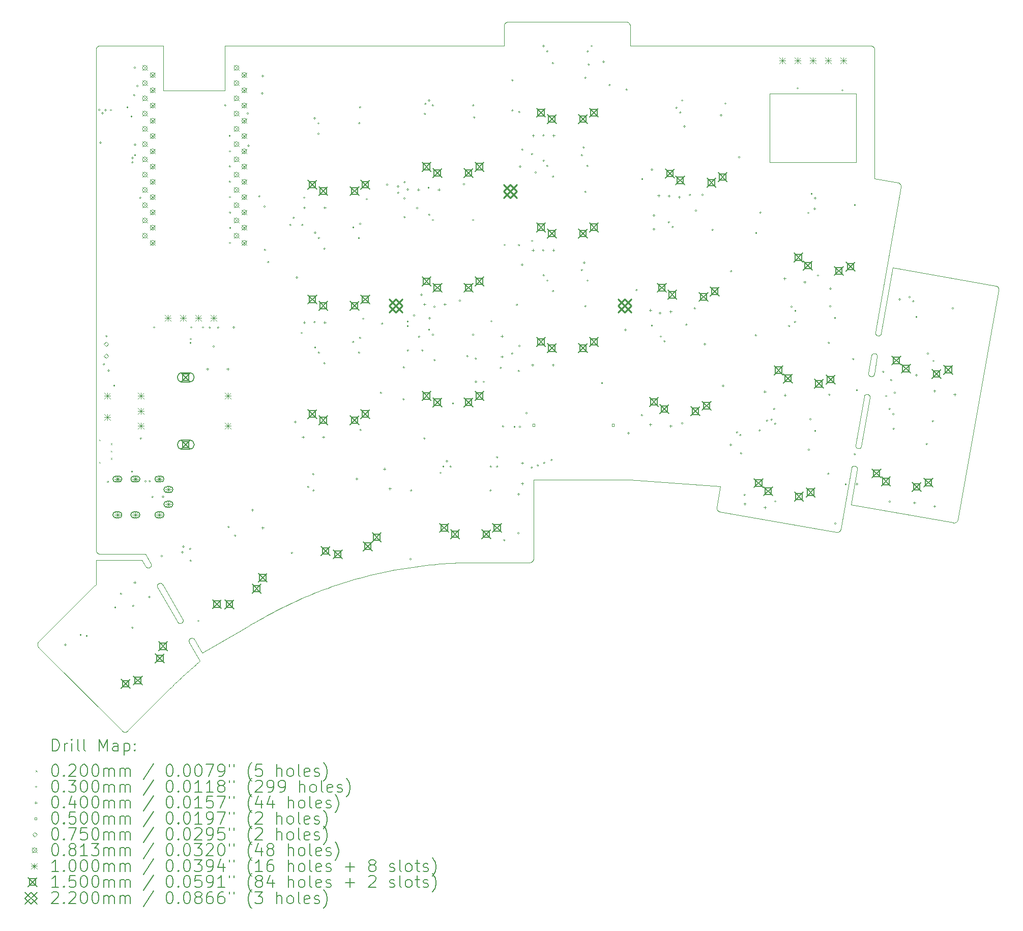
<source format=gbr>
%TF.GenerationSoftware,KiCad,Pcbnew,(6.0.9)*%
%TF.CreationDate,2022-12-21T13:42:33-08:00*%
%TF.ProjectId,klor1_3,6b6c6f72-315f-4332-9e6b-696361645f70,v1.3.0*%
%TF.SameCoordinates,Original*%
%TF.FileFunction,Drillmap*%
%TF.FilePolarity,Positive*%
%FSLAX45Y45*%
G04 Gerber Fmt 4.5, Leading zero omitted, Abs format (unit mm)*
G04 Created by KiCad (PCBNEW (6.0.9)) date 2022-12-21 13:42:33*
%MOMM*%
%LPD*%
G01*
G04 APERTURE LIST*
%ADD10C,0.010000*%
%ADD11C,0.100000*%
%ADD12C,0.200000*%
%ADD13C,0.020000*%
%ADD14C,0.030000*%
%ADD15C,0.040000*%
%ADD16C,0.050000*%
%ADD17C,0.075000*%
%ADD18C,0.081280*%
%ADD19C,0.150000*%
%ADD20C,0.220000*%
G04 APERTURE END LIST*
D10*
X9455910Y-14541851D02*
X9124478Y-13970660D01*
X21362772Y-8650123D02*
X21168849Y-9739616D01*
X9540530Y-14492489D02*
X9541791Y-14494502D01*
X9542928Y-14496572D01*
X9543942Y-14498694D01*
X9544834Y-14500863D01*
X9545605Y-14503072D01*
X9546256Y-14505318D01*
X9546786Y-14507595D01*
X9547197Y-14509898D01*
X9547488Y-14512221D01*
X9547662Y-14514560D01*
X9547719Y-14516909D01*
X9547658Y-14519263D01*
X9547481Y-14521618D01*
X9547189Y-14523967D01*
X9546782Y-14526305D01*
X9546260Y-14528629D01*
X9545625Y-14530931D01*
X9544877Y-14533208D01*
X9544016Y-14535454D01*
X9543044Y-14537664D01*
X9541961Y-14539832D01*
X9540767Y-14541954D01*
X9539464Y-14544024D01*
X9538051Y-14546038D01*
X9536530Y-14547989D01*
X9534902Y-14549873D01*
X9533166Y-14551685D01*
X9531323Y-14553420D01*
X9529375Y-14555072D01*
X9527321Y-14556636D01*
X9525163Y-14558107D01*
X9522901Y-14559480D01*
X21059547Y-7162206D02*
X21059547Y-5025529D01*
X9219676Y-5698969D02*
X9219676Y-4951485D01*
X15312379Y-13554607D02*
X15315994Y-13554515D01*
X15319563Y-13554241D01*
X15323081Y-13553791D01*
X15326545Y-13553168D01*
X15329949Y-13552377D01*
X15333289Y-13551423D01*
X15336561Y-13550310D01*
X15339760Y-13549043D01*
X15342881Y-13547626D01*
X15345920Y-13546064D01*
X15348873Y-13544361D01*
X15351735Y-13542521D01*
X15354501Y-13540550D01*
X15357168Y-13538452D01*
X15359729Y-13536232D01*
X15362182Y-13533893D01*
X15364521Y-13531440D01*
X15366742Y-13528878D01*
X15368840Y-13526212D01*
X15370811Y-13523446D01*
X15372650Y-13520584D01*
X15374353Y-13517631D01*
X15375915Y-13514592D01*
X15377332Y-13511470D01*
X15378599Y-13508271D01*
X15379712Y-13505000D01*
X15380666Y-13501659D01*
X15381457Y-13498255D01*
X15382080Y-13494792D01*
X15382530Y-13491273D01*
X15382804Y-13487704D01*
X15382896Y-13484090D01*
X23118655Y-9027390D02*
X23119864Y-9023776D01*
X23120851Y-9020205D01*
X23121622Y-9016683D01*
X23122181Y-9013211D01*
X23122533Y-9009794D01*
X23122683Y-9006434D01*
X23122638Y-9003135D01*
X23122401Y-8999900D01*
X23121978Y-8996732D01*
X23121375Y-8993634D01*
X23120596Y-8990610D01*
X23119646Y-8987663D01*
X23118532Y-8984795D01*
X23117257Y-8982011D01*
X23115827Y-8979314D01*
X23114247Y-8976706D01*
X23112523Y-8974192D01*
X23110660Y-8971773D01*
X23108662Y-8969454D01*
X23106535Y-8967237D01*
X23104284Y-8965127D01*
X23101914Y-8963125D01*
X23099430Y-8961236D01*
X23096838Y-8959463D01*
X23094143Y-8957808D01*
X23091350Y-8956275D01*
X23088464Y-8954867D01*
X23085489Y-8953588D01*
X23082433Y-8952441D01*
X23079299Y-8951428D01*
X23076092Y-8950554D01*
X23072818Y-8949821D01*
X14889275Y-4951485D02*
X10245704Y-4951485D01*
X10552455Y-14665256D02*
X10559407Y-14660639D01*
X10566379Y-14656042D01*
X10573370Y-14651466D01*
X10580380Y-14646911D01*
X10587408Y-14642376D01*
X10594453Y-14637862D01*
X10601515Y-14633368D01*
X10608594Y-14628896D01*
X10615687Y-14624443D01*
X10622796Y-14620012D01*
X10629919Y-14615601D01*
X10637055Y-14611211D01*
X10644205Y-14606842D01*
X10651366Y-14602493D01*
X10658539Y-14598165D01*
X10665724Y-14593857D01*
X10672918Y-14589570D01*
X10680122Y-14585304D01*
X10687336Y-14581059D01*
X10694557Y-14576834D01*
X10701787Y-14572630D01*
X10709023Y-14568446D01*
X10716266Y-14564283D01*
X10723515Y-14560141D01*
X10730769Y-14556019D01*
X10738027Y-14551919D01*
X10745289Y-14547838D01*
X10752555Y-14543779D01*
X10759823Y-14539740D01*
X10767093Y-14535722D01*
X10774364Y-14531724D01*
X10781636Y-14527747D01*
X21443867Y-7229197D02*
X21059547Y-7162206D01*
X20728115Y-11946811D02*
X20730728Y-11947213D01*
X20733277Y-11947754D01*
X20735758Y-11948430D01*
X20738169Y-11949235D01*
X20740509Y-11950163D01*
X20742773Y-11951211D01*
X20744960Y-11952372D01*
X20747067Y-11953642D01*
X20749091Y-11955015D01*
X20751030Y-11956486D01*
X20752881Y-11958050D01*
X20754642Y-11959702D01*
X20756310Y-11961437D01*
X20757882Y-11963249D01*
X20759356Y-11965133D01*
X20760729Y-11967084D01*
X20761999Y-11969098D01*
X20763164Y-11971168D01*
X20764219Y-11973290D01*
X20765164Y-11975458D01*
X20765995Y-11977668D01*
X20766710Y-11979914D01*
X20767306Y-11982191D01*
X20767781Y-11984493D01*
X20768132Y-11986817D01*
X20768356Y-11989155D01*
X20768451Y-11991505D01*
X20768415Y-11993859D01*
X20768244Y-11996213D01*
X20767936Y-11998562D01*
X20767489Y-12000901D01*
X20766900Y-12003225D01*
X8172493Y-4951485D02*
X8168558Y-4951577D01*
X8164689Y-4951851D01*
X8160889Y-4952301D01*
X8157164Y-4952924D01*
X8153515Y-4953715D01*
X8149948Y-4954669D01*
X8146467Y-4955782D01*
X8143074Y-4957049D01*
X8139774Y-4958466D01*
X8136571Y-4960029D01*
X8133469Y-4961732D01*
X8130472Y-4963571D01*
X8127583Y-4965542D01*
X8124806Y-4967640D01*
X8122145Y-4969861D01*
X8119605Y-4972200D01*
X8117188Y-4974652D01*
X8114900Y-4977214D01*
X8112743Y-4979880D01*
X8110721Y-4982646D01*
X8108839Y-4985508D01*
X8107101Y-4988461D01*
X8105509Y-4991501D01*
X8104069Y-4994622D01*
X8102784Y-4997821D01*
X8101657Y-5001093D01*
X8100693Y-5004433D01*
X8099896Y-5007837D01*
X8099269Y-5011301D01*
X8098816Y-5014819D01*
X8098542Y-5018388D01*
X8098450Y-5022003D01*
X9219676Y-4951485D02*
X8264165Y-4951485D01*
X9314875Y-15666603D02*
X9330431Y-15651088D01*
X9346029Y-15635615D01*
X9361668Y-15620184D01*
X9377349Y-15604797D01*
X9393071Y-15589454D01*
X9408834Y-15574155D01*
X9424638Y-15558901D01*
X9440484Y-15543693D01*
X9456371Y-15528532D01*
X9472299Y-15513418D01*
X9488269Y-15498352D01*
X9504280Y-15483334D01*
X9520332Y-15468365D01*
X9536426Y-15453445D01*
X9552561Y-15438577D01*
X9568737Y-15423759D01*
X9584955Y-15408993D01*
X9601214Y-15394279D01*
X9617514Y-15379618D01*
X9633856Y-15365010D01*
X9650239Y-15350457D01*
X9666663Y-15335959D01*
X9683128Y-15321516D01*
X9699635Y-15307130D01*
X9716183Y-15292800D01*
X9732773Y-15278528D01*
X9749404Y-15264313D01*
X9766076Y-15250158D01*
X9782789Y-15236062D01*
X9799544Y-15222026D01*
X9816340Y-15208051D01*
X9833178Y-15194137D01*
X8532132Y-16354148D02*
X8534817Y-16356709D01*
X8537579Y-16359106D01*
X8540414Y-16361337D01*
X8543315Y-16363403D01*
X8546279Y-16365304D01*
X8549300Y-16367039D01*
X8552372Y-16368609D01*
X8555491Y-16370014D01*
X8558651Y-16371254D01*
X8561847Y-16372328D01*
X8565074Y-16373237D01*
X8568327Y-16373981D01*
X8571601Y-16374559D01*
X8574890Y-16374972D01*
X8578189Y-16375220D01*
X8581494Y-16375303D01*
X8584799Y-16375220D01*
X8588098Y-16374972D01*
X8591387Y-16374559D01*
X8594661Y-16373981D01*
X8597914Y-16373237D01*
X8601141Y-16372328D01*
X8604337Y-16371254D01*
X8607497Y-16370014D01*
X8610616Y-16368609D01*
X8613688Y-16367039D01*
X8616709Y-16365304D01*
X8619672Y-16363403D01*
X8622574Y-16361337D01*
X8625409Y-16359106D01*
X8628171Y-16356709D01*
X8630856Y-16354148D01*
X9875488Y-15056628D02*
X10552455Y-14665256D01*
X9653358Y-14883860D02*
X9652098Y-14881536D01*
X9650961Y-14879195D01*
X9649946Y-14876840D01*
X9649054Y-14874474D01*
X9648283Y-14872100D01*
X9647633Y-14869721D01*
X9647103Y-14867341D01*
X9646692Y-14864963D01*
X9646400Y-14862591D01*
X9646226Y-14860226D01*
X9646170Y-14857874D01*
X9646231Y-14855536D01*
X9646408Y-14853216D01*
X9646700Y-14850918D01*
X9647107Y-14848644D01*
X9647629Y-14846398D01*
X9648264Y-14844182D01*
X9649012Y-14842001D01*
X9649873Y-14839858D01*
X9650845Y-14837755D01*
X9651928Y-14835696D01*
X9653122Y-14833684D01*
X9654425Y-14831723D01*
X9655837Y-14829815D01*
X9657358Y-14827964D01*
X9658987Y-14826173D01*
X9660723Y-14824445D01*
X9662565Y-14822784D01*
X9664514Y-14821192D01*
X9666567Y-14819674D01*
X9668726Y-14818231D01*
X9670988Y-14816869D01*
X20957297Y-10398954D02*
X21006659Y-10113359D01*
X16980116Y-12179518D02*
X18489188Y-12285294D01*
X21496755Y-7306766D02*
X21497313Y-7303461D01*
X21497671Y-7300162D01*
X21497834Y-7296873D01*
X21497808Y-7293599D01*
X21497599Y-7290346D01*
X21497212Y-7287119D01*
X21496653Y-7283923D01*
X21495928Y-7280763D01*
X21495043Y-7277644D01*
X21494004Y-7274572D01*
X21492817Y-7271551D01*
X21491486Y-7268588D01*
X21490019Y-7265686D01*
X21488421Y-7262851D01*
X21486698Y-7260089D01*
X21484855Y-7257404D01*
X21482898Y-7254802D01*
X21480834Y-7252287D01*
X21478668Y-7249866D01*
X21476405Y-7247542D01*
X21474052Y-7245322D01*
X21471615Y-7243211D01*
X21469098Y-7241213D01*
X21466509Y-7239334D01*
X21463853Y-7237579D01*
X21461135Y-7235953D01*
X21458362Y-7234461D01*
X21455539Y-7233108D01*
X21452672Y-7231901D01*
X21449767Y-7230843D01*
X21446830Y-7229940D01*
X21443867Y-7229197D01*
X21101857Y-10130988D02*
X21052495Y-10416583D01*
X8867089Y-13512297D02*
X8101976Y-13512297D01*
X9833178Y-15194137D02*
X9653358Y-14883860D01*
X9737979Y-14834498D02*
X9739172Y-14836566D01*
X9740611Y-14839059D01*
X9742565Y-14842445D01*
X9745000Y-14846662D01*
X9747880Y-14851651D01*
X9751171Y-14857349D01*
X9754837Y-14863697D01*
X9758844Y-14870633D01*
X9763158Y-14878098D01*
X9767742Y-14886030D01*
X9772563Y-14894369D01*
X9777585Y-14903054D01*
X9782774Y-14912024D01*
X9788094Y-14921219D01*
X9793512Y-14930578D01*
X9798991Y-14940040D01*
X9804497Y-14949545D01*
X9809996Y-14959032D01*
X9815452Y-14968440D01*
X9820830Y-14977708D01*
X9826097Y-14986777D01*
X9831216Y-14995584D01*
X9836153Y-15004070D01*
X9840873Y-15012174D01*
X9845341Y-15019835D01*
X9849523Y-15026992D01*
X9853383Y-15033586D01*
X9856886Y-15039554D01*
X9859999Y-15044836D01*
X9862685Y-15049373D01*
X9864911Y-15053102D01*
X20883253Y-10793851D02*
X20883655Y-10791238D01*
X20884197Y-10788690D01*
X20884872Y-10786209D01*
X20885677Y-10783797D01*
X20886606Y-10781458D01*
X20887654Y-10779193D01*
X20888815Y-10777007D01*
X20890085Y-10774900D01*
X20891458Y-10772876D01*
X20892929Y-10770937D01*
X20894493Y-10769085D01*
X20896145Y-10767325D01*
X20897879Y-10765657D01*
X20899691Y-10764085D01*
X20901576Y-10762610D01*
X20903527Y-10761237D01*
X20905540Y-10759967D01*
X20907611Y-10758803D01*
X20909733Y-10757747D01*
X20911901Y-10756802D01*
X20914111Y-10755971D01*
X20916356Y-10755256D01*
X20918633Y-10754660D01*
X20920936Y-10754185D01*
X20923259Y-10753835D01*
X20925598Y-10753610D01*
X20927947Y-10753515D01*
X20930302Y-10753552D01*
X20932656Y-10753723D01*
X20935005Y-10754030D01*
X20937344Y-10754477D01*
X20939667Y-10755067D01*
X20985504Y-4951485D02*
X20890305Y-4951485D01*
X21112435Y-9778401D02*
X21109822Y-9777999D01*
X21107273Y-9777457D01*
X21104792Y-9776782D01*
X21102381Y-9775977D01*
X21100041Y-9775048D01*
X21097777Y-9774000D01*
X21095590Y-9772839D01*
X21093483Y-9771569D01*
X21091459Y-9770196D01*
X21089520Y-9768725D01*
X21087669Y-9767161D01*
X21085908Y-9765509D01*
X21084240Y-9763775D01*
X21082668Y-9761963D01*
X21081194Y-9760078D01*
X21079821Y-9758127D01*
X21078550Y-9756114D01*
X21077386Y-9754043D01*
X21076330Y-9751921D01*
X21075386Y-9749753D01*
X21074555Y-9747543D01*
X21073840Y-9745298D01*
X21073244Y-9743021D01*
X21072769Y-9740718D01*
X21072418Y-9738395D01*
X21072194Y-9736056D01*
X21072099Y-9733707D01*
X21072135Y-9731352D01*
X21072306Y-9728998D01*
X21072614Y-9726649D01*
X21073061Y-9724310D01*
X21073650Y-9721987D01*
X8098450Y-13343055D02*
X8098542Y-13346670D01*
X8098816Y-13350238D01*
X8099266Y-13353757D01*
X8099889Y-13357220D01*
X8100680Y-13360625D01*
X8101634Y-13363965D01*
X8102747Y-13367237D01*
X8104014Y-13370436D01*
X8105431Y-13373557D01*
X8106993Y-13376596D01*
X8108696Y-13379549D01*
X8110535Y-13382411D01*
X8112506Y-13385177D01*
X8114605Y-13387844D01*
X8116825Y-13390405D01*
X8119164Y-13392858D01*
X8121617Y-13395197D01*
X8124178Y-13397418D01*
X8126845Y-13399516D01*
X8129611Y-13401487D01*
X8132473Y-13403326D01*
X8135426Y-13405029D01*
X8138465Y-13406591D01*
X8141586Y-13408008D01*
X8144785Y-13409275D01*
X8148057Y-13410388D01*
X8151397Y-13411342D01*
X8154802Y-13412133D01*
X8158265Y-13412756D01*
X8161784Y-13413207D01*
X8165352Y-13413480D01*
X8168967Y-13413573D01*
X8098450Y-5022003D02*
X8098450Y-13343055D01*
X9124478Y-13970660D02*
X9123217Y-13968336D01*
X9122080Y-13965995D01*
X9121066Y-13963640D01*
X9120174Y-13961274D01*
X9119403Y-13958900D01*
X9118753Y-13956521D01*
X9118223Y-13954141D01*
X9117812Y-13951763D01*
X9117520Y-13949391D01*
X9117346Y-13947026D01*
X9117290Y-13944674D01*
X9117350Y-13942336D01*
X9117527Y-13940016D01*
X9117820Y-13937718D01*
X9118227Y-13935444D01*
X9118748Y-13933197D01*
X9119384Y-13930982D01*
X9120132Y-13928801D01*
X9120992Y-13926658D01*
X9121964Y-13924555D01*
X9123048Y-13922496D01*
X9124241Y-13920484D01*
X9125545Y-13918523D01*
X9126957Y-13916615D01*
X9128478Y-13914764D01*
X9130107Y-13912973D01*
X9131843Y-13911245D01*
X9133685Y-13909584D01*
X9135633Y-13907992D01*
X9137687Y-13906474D01*
X9139845Y-13905031D01*
X9142107Y-13903668D01*
X7834009Y-14182212D02*
X7146465Y-14869757D01*
X14889275Y-4623579D02*
X14889275Y-4951485D01*
X18429248Y-12634355D02*
X18428999Y-12637650D01*
X18428912Y-12640920D01*
X18428983Y-12644161D01*
X18429207Y-12647371D01*
X18429580Y-12650544D01*
X18430100Y-12653677D01*
X18430762Y-12656766D01*
X18431562Y-12659808D01*
X18432496Y-12662797D01*
X18433561Y-12665732D01*
X18434752Y-12668607D01*
X18436066Y-12671418D01*
X18437498Y-12674163D01*
X18439046Y-12676836D01*
X18440704Y-12679435D01*
X18442470Y-12681954D01*
X18444339Y-12684392D01*
X18446307Y-12686742D01*
X18448371Y-12689003D01*
X18450527Y-12691169D01*
X18452771Y-12693236D01*
X18455098Y-12695202D01*
X18457505Y-12697062D01*
X18459989Y-12698812D01*
X18462545Y-12700449D01*
X18465169Y-12701968D01*
X18467858Y-12703366D01*
X18470608Y-12704638D01*
X18473414Y-12705782D01*
X18476274Y-12706792D01*
X18479182Y-12707666D01*
X18482136Y-12708398D01*
X16990693Y-4951485D02*
X16990693Y-4623579D01*
D11*
X20755397Y-5752018D02*
X20755397Y-6892018D01*
X19315397Y-6892018D01*
X19315397Y-5752018D01*
X20755397Y-5752018D01*
D10*
X20939667Y-10755067D02*
X20942280Y-10755469D01*
X20944829Y-10756010D01*
X20947310Y-10756686D01*
X20949721Y-10757491D01*
X20952061Y-10758420D01*
X20954325Y-10759467D01*
X20956512Y-10760628D01*
X20958619Y-10761898D01*
X20960643Y-10763271D01*
X20962582Y-10764742D01*
X20964433Y-10766306D01*
X20966194Y-10767958D01*
X20967862Y-10769693D01*
X20969434Y-10771505D01*
X20970908Y-10773389D01*
X20972281Y-10775340D01*
X20973552Y-10777354D01*
X20974716Y-10779424D01*
X20975772Y-10781546D01*
X20976716Y-10783714D01*
X20977547Y-10785924D01*
X20978262Y-10788170D01*
X20978859Y-10790447D01*
X20979333Y-10792749D01*
X20979684Y-10795073D01*
X20979908Y-10797412D01*
X20980003Y-10799761D01*
X20979967Y-10802115D01*
X20979796Y-10804469D01*
X20979488Y-10806818D01*
X20979041Y-10809157D01*
X20978452Y-10811481D01*
X20742219Y-11597750D02*
X20883253Y-10793851D01*
X8630856Y-16354148D02*
X9314875Y-15666603D01*
X21059547Y-5025529D02*
X21059454Y-5021604D01*
X21059180Y-5017763D01*
X21058728Y-5014009D01*
X21058101Y-5010344D01*
X21057303Y-5006769D01*
X21056339Y-5003286D01*
X21055213Y-4999898D01*
X21053927Y-4996605D01*
X21052487Y-4993411D01*
X21050896Y-4990317D01*
X21049157Y-4987325D01*
X21047275Y-4984437D01*
X21045254Y-4981655D01*
X21043097Y-4978980D01*
X21040808Y-4976416D01*
X21038392Y-4973963D01*
X21035851Y-4971623D01*
X21033191Y-4969399D01*
X21030414Y-4967293D01*
X21027525Y-4965306D01*
X21024527Y-4963441D01*
X21021425Y-4961699D01*
X21018222Y-4960082D01*
X21014923Y-4958592D01*
X21011530Y-4957231D01*
X21008048Y-4956002D01*
X21004481Y-4954905D01*
X21000833Y-4953944D01*
X20997107Y-4953119D01*
X20993308Y-4952433D01*
X20989439Y-4951888D01*
X20985504Y-4951485D01*
X20495408Y-12997520D02*
X20671701Y-11985595D01*
X21052495Y-10416583D02*
X21052093Y-10419196D01*
X21051552Y-10421745D01*
X21050876Y-10424226D01*
X21050071Y-10426637D01*
X21049142Y-10428977D01*
X21048095Y-10431241D01*
X21046933Y-10433428D01*
X21045664Y-10435535D01*
X21044291Y-10437559D01*
X21042820Y-10439498D01*
X21041256Y-10441349D01*
X21039604Y-10443110D01*
X21037869Y-10444778D01*
X21036057Y-10446350D01*
X21034173Y-10447824D01*
X21032221Y-10449198D01*
X21030208Y-10450468D01*
X21028138Y-10451632D01*
X21026016Y-10452688D01*
X21023847Y-10453632D01*
X21021638Y-10454464D01*
X21019392Y-10455178D01*
X21017115Y-10455775D01*
X21014812Y-10456249D01*
X21012489Y-10456600D01*
X21010150Y-10456824D01*
X21007801Y-10456919D01*
X21005447Y-10456883D01*
X21003093Y-10456712D01*
X21000743Y-10456404D01*
X20998405Y-10455957D01*
X20996081Y-10455368D01*
X9522901Y-14559480D02*
X9520578Y-14560740D01*
X9518236Y-14561877D01*
X9515881Y-14562892D01*
X9513515Y-14563784D01*
X9511141Y-14564555D01*
X9508762Y-14565205D01*
X9506383Y-14565735D01*
X9504005Y-14566146D01*
X9501632Y-14566438D01*
X9499268Y-14566612D01*
X9496915Y-14566668D01*
X9494577Y-14566607D01*
X9492257Y-14566431D01*
X9489959Y-14566138D01*
X9487685Y-14565731D01*
X9485439Y-14565209D01*
X9483224Y-14564574D01*
X9481043Y-14563826D01*
X9478899Y-14562966D01*
X9476796Y-14561993D01*
X9474737Y-14560910D01*
X9472725Y-14559717D01*
X9470764Y-14558413D01*
X9468856Y-14557001D01*
X9467005Y-14555480D01*
X9465214Y-14553851D01*
X9463486Y-14552115D01*
X9461825Y-14550273D01*
X9460233Y-14548324D01*
X9458715Y-14546271D01*
X9457272Y-14544113D01*
X9455910Y-14541851D01*
X10245704Y-4951485D02*
X10245704Y-5698969D01*
X15382896Y-12179518D02*
X16980116Y-12179518D01*
X14332187Y-13554607D02*
X15312379Y-13554607D01*
X21006659Y-10113359D02*
X21007061Y-10110746D01*
X21007602Y-10108197D01*
X21008278Y-10105716D01*
X21009083Y-10103304D01*
X21010012Y-10100965D01*
X21011059Y-10098701D01*
X21012220Y-10096514D01*
X21013490Y-10094407D01*
X21014863Y-10092383D01*
X21016334Y-10090444D01*
X21017898Y-10088593D01*
X21019550Y-10086832D01*
X21021285Y-10085164D01*
X21023097Y-10083592D01*
X21024981Y-10082118D01*
X21026932Y-10080744D01*
X21028946Y-10079474D01*
X21031016Y-10078310D01*
X21033138Y-10077254D01*
X21035306Y-10076309D01*
X21037516Y-10075478D01*
X21039762Y-10074763D01*
X21042039Y-10074167D01*
X21044341Y-10073692D01*
X21046665Y-10073342D01*
X21049004Y-10073117D01*
X21051353Y-10073022D01*
X21053707Y-10073059D01*
X21056061Y-10073230D01*
X21058410Y-10073537D01*
X21060749Y-10073985D01*
X21063073Y-10074574D01*
X22445213Y-12835330D02*
X23118655Y-9027390D01*
X9670988Y-14816869D02*
X9673311Y-14815608D01*
X9675652Y-14814471D01*
X9678008Y-14813457D01*
X9680374Y-14812565D01*
X9682748Y-14811794D01*
X9685126Y-14811143D01*
X9687506Y-14810613D01*
X9689884Y-14810203D01*
X9692257Y-14809911D01*
X9694621Y-14809737D01*
X9696974Y-14809681D01*
X9699312Y-14809741D01*
X9701631Y-14809918D01*
X9703930Y-14810210D01*
X9706204Y-14810618D01*
X9708450Y-14811139D01*
X9710665Y-14811774D01*
X9712846Y-14812522D01*
X9714990Y-14813383D01*
X9717093Y-14814355D01*
X9719152Y-14815438D01*
X9721163Y-14816632D01*
X9723125Y-14817935D01*
X9725033Y-14819348D01*
X9726884Y-14820869D01*
X9728675Y-14822498D01*
X9730402Y-14824233D01*
X9732064Y-14826076D01*
X9733655Y-14828024D01*
X9735174Y-14830078D01*
X9736616Y-14832236D01*
X9737979Y-14834498D01*
X21436815Y-7648776D02*
X21496755Y-7306766D01*
X18482136Y-12708398D02*
X20417839Y-13050408D01*
X20417839Y-13050408D02*
X20421143Y-13050977D01*
X20424443Y-13051363D01*
X20427732Y-13051572D01*
X20431005Y-13051606D01*
X20434258Y-13051470D01*
X20437486Y-13051167D01*
X20440682Y-13050702D01*
X20443842Y-13050077D01*
X20446960Y-13049298D01*
X20450033Y-13048368D01*
X20453053Y-13047290D01*
X20456017Y-13046069D01*
X20458919Y-13044709D01*
X20461753Y-13043213D01*
X20464516Y-13041586D01*
X20467201Y-13039830D01*
X20469803Y-13037951D01*
X20472317Y-13035951D01*
X20474739Y-13033836D01*
X20477062Y-13031608D01*
X20479282Y-13029271D01*
X20481394Y-13026830D01*
X20483392Y-13024288D01*
X20485271Y-13021650D01*
X20487026Y-13018918D01*
X20488652Y-13016098D01*
X20490144Y-13013192D01*
X20491496Y-13010205D01*
X20492704Y-13007140D01*
X20493762Y-13004002D01*
X20494665Y-13000794D01*
X20495408Y-12997520D01*
X14956266Y-4556588D02*
X14952972Y-4556680D01*
X14949703Y-4556953D01*
X14946466Y-4557401D01*
X14943264Y-4558020D01*
X14940104Y-4558804D01*
X14936991Y-4559749D01*
X14933929Y-4560848D01*
X14930924Y-4562097D01*
X14927981Y-4563491D01*
X14925105Y-4565024D01*
X14922301Y-4566691D01*
X14919575Y-4568488D01*
X14916932Y-4570408D01*
X14914376Y-4572447D01*
X14911913Y-4574600D01*
X14909548Y-4576861D01*
X14907287Y-4579226D01*
X14905134Y-4581689D01*
X14903095Y-4584245D01*
X14901174Y-4586888D01*
X14899378Y-4589614D01*
X14897711Y-4592418D01*
X14896177Y-4595294D01*
X14894784Y-4598237D01*
X14893535Y-4601242D01*
X14892435Y-4604304D01*
X14891491Y-4607418D01*
X14890707Y-4610578D01*
X14890088Y-4613779D01*
X14889640Y-4617016D01*
X14889367Y-4620285D01*
X14889275Y-4623579D01*
X23072818Y-8949821D02*
X21362772Y-8650123D01*
X7146465Y-14869757D02*
X7143903Y-14872441D01*
X7141507Y-14875204D01*
X7139275Y-14878038D01*
X7137209Y-14880940D01*
X7135309Y-14883904D01*
X7133573Y-14886925D01*
X7132003Y-14889997D01*
X7130598Y-14893115D01*
X7129359Y-14896275D01*
X7128285Y-14899472D01*
X7127376Y-14902699D01*
X7126632Y-14905952D01*
X7126053Y-14909225D01*
X7125640Y-14912515D01*
X7125392Y-14915814D01*
X7125310Y-14919119D01*
X7125392Y-14922423D01*
X7125640Y-14925723D01*
X7126053Y-14929012D01*
X7126632Y-14932286D01*
X7127376Y-14935539D01*
X7128285Y-14938766D01*
X7129359Y-14941962D01*
X7130598Y-14945122D01*
X7132003Y-14948241D01*
X7133573Y-14951313D01*
X7135309Y-14954334D01*
X7137209Y-14957297D01*
X7139275Y-14960199D01*
X7141507Y-14963034D01*
X7143903Y-14965796D01*
X7146465Y-14968481D01*
X8994021Y-13635702D02*
X8991697Y-13636962D01*
X8989356Y-13638099D01*
X8987001Y-13639114D01*
X8984634Y-13640006D01*
X8982260Y-13640777D01*
X8979882Y-13641427D01*
X8977502Y-13641958D01*
X8975124Y-13642368D01*
X8972752Y-13642660D01*
X8970387Y-13642834D01*
X8968035Y-13642890D01*
X8965697Y-13642830D01*
X8963377Y-13642653D01*
X8961078Y-13642361D01*
X8958805Y-13641953D01*
X8956558Y-13641432D01*
X8954343Y-13640797D01*
X8952162Y-13640048D01*
X8950019Y-13639188D01*
X8947916Y-13638216D01*
X8945857Y-13637132D01*
X8943845Y-13635939D01*
X8941884Y-13634636D01*
X8939976Y-13633223D01*
X8938125Y-13631702D01*
X8936334Y-13630073D01*
X8934606Y-13628337D01*
X8932945Y-13626495D01*
X8931353Y-13624547D01*
X8929835Y-13622493D01*
X8928392Y-13620335D01*
X8927029Y-13618073D01*
X8919977Y-13413573D02*
X9011650Y-13568711D01*
X8927029Y-13618073D02*
X8867089Y-13512297D01*
X10781636Y-14527747D02*
X10833655Y-14497885D01*
X10885907Y-14468460D01*
X10938380Y-14439477D01*
X10991061Y-14410939D01*
X11043935Y-14382851D01*
X11096989Y-14355215D01*
X11150210Y-14328037D01*
X11203584Y-14301320D01*
X11257097Y-14275068D01*
X11310736Y-14249284D01*
X11364488Y-14223973D01*
X11418338Y-14199139D01*
X11472274Y-14174785D01*
X11526281Y-14150915D01*
X11580346Y-14127533D01*
X11634456Y-14104643D01*
X11688597Y-14082249D01*
X11742755Y-14060354D01*
X11796917Y-14038963D01*
X11851070Y-14018080D01*
X11905199Y-13997708D01*
X11959292Y-13977851D01*
X12013334Y-13958513D01*
X12067312Y-13939698D01*
X12121212Y-13921410D01*
X12175022Y-13903653D01*
X12228727Y-13886430D01*
X12282314Y-13869745D01*
X12335769Y-13853603D01*
X12389079Y-13838007D01*
X12442230Y-13822962D01*
X12495209Y-13808470D01*
X20671701Y-11985595D02*
X20672103Y-11982982D01*
X20672645Y-11980434D01*
X20673320Y-11977952D01*
X20674125Y-11975541D01*
X20675054Y-11973202D01*
X20676102Y-11970937D01*
X20677263Y-11968750D01*
X20678533Y-11966644D01*
X20679906Y-11964619D01*
X20681377Y-11962680D01*
X20682941Y-11960829D01*
X20684593Y-11959068D01*
X20686327Y-11957401D01*
X20688139Y-11955828D01*
X20690023Y-11954354D01*
X20691975Y-11952981D01*
X20693988Y-11951711D01*
X20696059Y-11950546D01*
X20698180Y-11949491D01*
X20700349Y-11948546D01*
X20702559Y-11947715D01*
X20704804Y-11947000D01*
X20707081Y-11946404D01*
X20709384Y-11945929D01*
X20711707Y-11945578D01*
X20714046Y-11945354D01*
X20716395Y-11945259D01*
X20718749Y-11945296D01*
X20721104Y-11945466D01*
X20723453Y-11945774D01*
X20725792Y-11946221D01*
X20728115Y-11946811D01*
X12495209Y-13808470D02*
X12553095Y-13793171D01*
X12611053Y-13778348D01*
X12669073Y-13764000D01*
X12727145Y-13750128D01*
X12785258Y-13736730D01*
X12843403Y-13723808D01*
X12901567Y-13711360D01*
X12959742Y-13699388D01*
X13017918Y-13687891D01*
X13076082Y-13676869D01*
X13134227Y-13666323D01*
X13192340Y-13656251D01*
X13250412Y-13646655D01*
X13308432Y-13637534D01*
X13366390Y-13628888D01*
X13424276Y-13620717D01*
X13482079Y-13613022D01*
X13539789Y-13605801D01*
X13597396Y-13599056D01*
X13654890Y-13592786D01*
X13712259Y-13586991D01*
X13769494Y-13581671D01*
X13826585Y-13576826D01*
X13883520Y-13572457D01*
X13940291Y-13568563D01*
X13996885Y-13565144D01*
X14053294Y-13562200D01*
X14109507Y-13559731D01*
X14165512Y-13557737D01*
X14221301Y-13556219D01*
X14276863Y-13555175D01*
X14332187Y-13554607D01*
X20978452Y-10811481D02*
X20837417Y-11615379D01*
X8101976Y-13512297D02*
X8101976Y-13917772D01*
X20996081Y-10455368D02*
X20993468Y-10454966D01*
X20990920Y-10454424D01*
X20988439Y-10453749D01*
X20986027Y-10452944D01*
X20983688Y-10452015D01*
X20981423Y-10450967D01*
X20979236Y-10449806D01*
X20977130Y-10448536D01*
X20975105Y-10447163D01*
X20973166Y-10445692D01*
X20971315Y-10444128D01*
X20969555Y-10442476D01*
X20967887Y-10440742D01*
X20966314Y-10438930D01*
X20964840Y-10437045D01*
X20963467Y-10435094D01*
X20962197Y-10433081D01*
X20961032Y-10431010D01*
X20959977Y-10428888D01*
X20959032Y-10426720D01*
X20958201Y-10424510D01*
X20957486Y-10422264D01*
X20956890Y-10419988D01*
X20956415Y-10417685D01*
X20956064Y-10415362D01*
X20955840Y-10413023D01*
X20955745Y-10410674D01*
X20955782Y-10408319D01*
X20955952Y-10405965D01*
X20956260Y-10403616D01*
X20956707Y-10401277D01*
X20957297Y-10398954D01*
X8264165Y-4951485D02*
X8172493Y-4951485D01*
X7146465Y-14968481D02*
X8532132Y-16354148D01*
X21073650Y-9721987D02*
X21436815Y-7648776D01*
X9142107Y-13903668D02*
X9144431Y-13902408D01*
X9146772Y-13901271D01*
X9149127Y-13900256D01*
X9151493Y-13899364D01*
X9153867Y-13898593D01*
X9156246Y-13897943D01*
X9158626Y-13897413D01*
X9161004Y-13897002D01*
X9163376Y-13896710D01*
X9165741Y-13896536D01*
X9168093Y-13896480D01*
X9170431Y-13896541D01*
X9172751Y-13896717D01*
X9175049Y-13897010D01*
X9177323Y-13897417D01*
X9179570Y-13897939D01*
X9181785Y-13898574D01*
X9183966Y-13899322D01*
X9186109Y-13900182D01*
X9188212Y-13901155D01*
X9190271Y-13902238D01*
X9192283Y-13903431D01*
X9194244Y-13904735D01*
X9196152Y-13906147D01*
X9198003Y-13907668D01*
X9199794Y-13909297D01*
X9201522Y-13911033D01*
X9203183Y-13912875D01*
X9204775Y-13914824D01*
X9206293Y-13916877D01*
X9207736Y-13919035D01*
X9209099Y-13921298D01*
X16990693Y-4623579D02*
X16990601Y-4620285D01*
X16990328Y-4617016D01*
X16989880Y-4613779D01*
X16989261Y-4610578D01*
X16988477Y-4607418D01*
X16987532Y-4604304D01*
X16986433Y-4601242D01*
X16985184Y-4598237D01*
X16983790Y-4595294D01*
X16982257Y-4592418D01*
X16980590Y-4589614D01*
X16978793Y-4586888D01*
X16976873Y-4584245D01*
X16974834Y-4581689D01*
X16972681Y-4579226D01*
X16970419Y-4576862D01*
X16968055Y-4574600D01*
X16965592Y-4572447D01*
X16963036Y-4570408D01*
X16960393Y-4568488D01*
X16957667Y-4566691D01*
X16954863Y-4565024D01*
X16951987Y-4563491D01*
X16949044Y-4562097D01*
X16946039Y-4560848D01*
X16942977Y-4559749D01*
X16939863Y-4558804D01*
X16936703Y-4558020D01*
X16933502Y-4557401D01*
X16930264Y-4556953D01*
X16926996Y-4556680D01*
X16923702Y-4556588D01*
X20837417Y-11615379D02*
X20837015Y-11617992D01*
X20836473Y-11620540D01*
X20835798Y-11623021D01*
X20834993Y-11625433D01*
X20834064Y-11627772D01*
X20833016Y-11630037D01*
X20831855Y-11632223D01*
X20830586Y-11634330D01*
X20829213Y-11636354D01*
X20827741Y-11638293D01*
X20826177Y-11640145D01*
X20824525Y-11641905D01*
X20822791Y-11643573D01*
X20820979Y-11645146D01*
X20819095Y-11646620D01*
X20817143Y-11647993D01*
X20815130Y-11649263D01*
X20813059Y-11650427D01*
X20810938Y-11651483D01*
X20808769Y-11652428D01*
X20806559Y-11653259D01*
X20804314Y-11653974D01*
X20802037Y-11654570D01*
X20799734Y-11655045D01*
X20797411Y-11655396D01*
X20795072Y-11655620D01*
X20792723Y-11655715D01*
X20790369Y-11655678D01*
X20788014Y-11655508D01*
X20785665Y-11655200D01*
X20783326Y-11654753D01*
X20781003Y-11654164D01*
X22367645Y-12891744D02*
X22371259Y-12892312D01*
X22374830Y-12892698D01*
X22378352Y-12892905D01*
X22381824Y-12892935D01*
X22385241Y-12892792D01*
X22388601Y-12892480D01*
X22391900Y-12892001D01*
X22395135Y-12891358D01*
X22398303Y-12890556D01*
X22401401Y-12889596D01*
X22404425Y-12888483D01*
X22407372Y-12887219D01*
X22410240Y-12885809D01*
X22413024Y-12884254D01*
X22415721Y-12882558D01*
X22418329Y-12880725D01*
X22420843Y-12878758D01*
X22423262Y-12876660D01*
X22425581Y-12874434D01*
X22427798Y-12872083D01*
X22429908Y-12869611D01*
X22431910Y-12867020D01*
X22433799Y-12864315D01*
X22435572Y-12861498D01*
X22437227Y-12858573D01*
X22438760Y-12855542D01*
X22440167Y-12852410D01*
X22441447Y-12849179D01*
X22442594Y-12845852D01*
X22443606Y-12842432D01*
X22444481Y-12838924D01*
X22445213Y-12835330D01*
X9209099Y-13921298D02*
X9540530Y-14492489D01*
X21063073Y-10074574D02*
X21065365Y-10074976D01*
X21067614Y-10075517D01*
X21069817Y-10076193D01*
X21071970Y-10076998D01*
X21074072Y-10077927D01*
X21076119Y-10078974D01*
X21078110Y-10080135D01*
X21080041Y-10081405D01*
X21081910Y-10082778D01*
X21083715Y-10084249D01*
X21085452Y-10085813D01*
X21087120Y-10087465D01*
X21088716Y-10089200D01*
X21090236Y-10091012D01*
X21091679Y-10092896D01*
X21093043Y-10094847D01*
X21094323Y-10096861D01*
X21095518Y-10098931D01*
X21096626Y-10101053D01*
X21097643Y-10103221D01*
X21098567Y-10105431D01*
X21099395Y-10107677D01*
X21100126Y-10109954D01*
X21100755Y-10112256D01*
X21101282Y-10114580D01*
X21101702Y-10116919D01*
X21102014Y-10119268D01*
X21102215Y-10121622D01*
X21102303Y-10123976D01*
X21102274Y-10126326D01*
X21102126Y-10128664D01*
X21101857Y-10130988D01*
X8101976Y-13917772D02*
X8093382Y-13925725D01*
X8084789Y-13933718D01*
X8076198Y-13941749D01*
X8067612Y-13949814D01*
X8059031Y-13957914D01*
X8050456Y-13966045D01*
X8041889Y-13974206D01*
X8033331Y-13982394D01*
X8024784Y-13990609D01*
X8016248Y-13998847D01*
X8007725Y-14007107D01*
X7999216Y-14015387D01*
X7990722Y-14023686D01*
X7982246Y-14032000D01*
X7973787Y-14040329D01*
X7965348Y-14048670D01*
X7956930Y-14057021D01*
X7948533Y-14065381D01*
X7940160Y-14073747D01*
X7931811Y-14082117D01*
X7923488Y-14090490D01*
X7915192Y-14098864D01*
X7906925Y-14107237D01*
X7898687Y-14115606D01*
X7890480Y-14123970D01*
X7882306Y-14132327D01*
X7874165Y-14140675D01*
X7866059Y-14149012D01*
X7857989Y-14157336D01*
X7849957Y-14165646D01*
X7841963Y-14173938D01*
X7834009Y-14182212D01*
X20781003Y-11654164D02*
X20778700Y-11653762D01*
X20776423Y-11653220D01*
X20774175Y-11652544D01*
X20771961Y-11651739D01*
X20769786Y-11650811D01*
X20767654Y-11649763D01*
X20765570Y-11648602D01*
X20763539Y-11647332D01*
X20761564Y-11645959D01*
X20759651Y-11644488D01*
X20757803Y-11642924D01*
X20756026Y-11641272D01*
X20754323Y-11639538D01*
X20752700Y-11637725D01*
X20751161Y-11635841D01*
X20749711Y-11633890D01*
X20748353Y-11631876D01*
X20747093Y-11629806D01*
X20745935Y-11627684D01*
X20744884Y-11625516D01*
X20743943Y-11623306D01*
X20743118Y-11621060D01*
X20742413Y-11618783D01*
X20741833Y-11616481D01*
X20741382Y-11614157D01*
X20741064Y-11611819D01*
X20740885Y-11609469D01*
X20740848Y-11607115D01*
X20740959Y-11604761D01*
X20741221Y-11602412D01*
X20741639Y-11600073D01*
X20742219Y-11597750D01*
X20890305Y-4951485D02*
X16990693Y-4951485D01*
X10245704Y-5698969D02*
X9219676Y-5698969D01*
X8168967Y-13413573D02*
X8919977Y-13413573D01*
X20664649Y-12588519D02*
X22367645Y-12891744D01*
X16923702Y-4556588D02*
X14956266Y-4556588D01*
X15382896Y-13484090D02*
X15382896Y-12179518D01*
X9011650Y-13568711D02*
X9012910Y-13571034D01*
X9014047Y-13573375D01*
X9015062Y-13575731D01*
X9015954Y-13578097D01*
X9016725Y-13580471D01*
X9017375Y-13582849D01*
X9017905Y-13585229D01*
X9018316Y-13587607D01*
X9018608Y-13589980D01*
X9018782Y-13592344D01*
X9018838Y-13594697D01*
X9018778Y-13597035D01*
X9018601Y-13599354D01*
X9018308Y-13601653D01*
X9017901Y-13603927D01*
X9017380Y-13606173D01*
X9016744Y-13608388D01*
X9015996Y-13610569D01*
X9015136Y-13612713D01*
X9014164Y-13614816D01*
X9013080Y-13616874D01*
X9011887Y-13618886D01*
X9010583Y-13620848D01*
X9009171Y-13622756D01*
X9007650Y-13624607D01*
X9006021Y-13626398D01*
X9004285Y-13628125D01*
X9002443Y-13629787D01*
X9000494Y-13631378D01*
X8998441Y-13632897D01*
X8996283Y-13634339D01*
X8994021Y-13635702D01*
X20766900Y-12003225D02*
X20664649Y-12588519D01*
X9864911Y-15053102D02*
X9865902Y-15054003D01*
X9866894Y-15054736D01*
X9867885Y-15055318D01*
X9868877Y-15055767D01*
X9869869Y-15056099D01*
X9870860Y-15056332D01*
X9871852Y-15056484D01*
X9873174Y-15056591D01*
X9874496Y-15056625D01*
X9875488Y-15056628D01*
X18489188Y-12285294D02*
X18429248Y-12634355D01*
X21168849Y-9739616D02*
X21168447Y-9742229D01*
X21167905Y-9744778D01*
X21167230Y-9747259D01*
X21166425Y-9749671D01*
X21165496Y-9752010D01*
X21164448Y-9754274D01*
X21163287Y-9756461D01*
X21162017Y-9758568D01*
X21160644Y-9760592D01*
X21159173Y-9762531D01*
X21157609Y-9764382D01*
X21155957Y-9766143D01*
X21154223Y-9767811D01*
X21152411Y-9769383D01*
X21150526Y-9770857D01*
X21148575Y-9772230D01*
X21146562Y-9773501D01*
X21144491Y-9774665D01*
X21142369Y-9775721D01*
X21140201Y-9776665D01*
X21137991Y-9777496D01*
X21135746Y-9778211D01*
X21133469Y-9778807D01*
X21131166Y-9779282D01*
X21128843Y-9779633D01*
X21126504Y-9779857D01*
X21124155Y-9779952D01*
X21121800Y-9779916D01*
X21119446Y-9779745D01*
X21117097Y-9779437D01*
X21114758Y-9778990D01*
X21112435Y-9778401D01*
D12*
D13*
X8151396Y-11508019D02*
X8171396Y-11528019D01*
X8171396Y-11508019D02*
X8151396Y-11528019D01*
X8151396Y-11878019D02*
X8171396Y-11898019D01*
X8171396Y-11878019D02*
X8151396Y-11898019D01*
X8346396Y-11570519D02*
X8366396Y-11590519D01*
X8366396Y-11570519D02*
X8346396Y-11590519D01*
X8346396Y-11693019D02*
X8366396Y-11713019D01*
X8366396Y-11693019D02*
X8346396Y-11713019D01*
X8346396Y-11815519D02*
X8366396Y-11835519D01*
X8366396Y-11815519D02*
X8346396Y-11835519D01*
D14*
X7605396Y-14922018D02*
G75*
G03*
X7605396Y-14922018I-15000J0D01*
G01*
X7858496Y-14758218D02*
G75*
G03*
X7858496Y-14758218I-15000J0D01*
G01*
X7961979Y-14775134D02*
G75*
G03*
X7961979Y-14775134I-15000J0D01*
G01*
X8168796Y-6020818D02*
G75*
G03*
X8168796Y-6020818I-15000J0D01*
G01*
X8190396Y-6567018D02*
G75*
G03*
X8190396Y-6567018I-15000J0D01*
G01*
X8222896Y-6077018D02*
G75*
G03*
X8222896Y-6077018I-15000J0D01*
G01*
X8245396Y-10257018D02*
G75*
G03*
X8245396Y-10257018I-15000J0D01*
G01*
X8275196Y-6026918D02*
G75*
G03*
X8275196Y-6026918I-15000J0D01*
G01*
X8290396Y-9787018D02*
G75*
G03*
X8290396Y-9787018I-15000J0D01*
G01*
X8312744Y-12213251D02*
G75*
G03*
X8312744Y-12213251I-15000J0D01*
G01*
X8324372Y-10360330D02*
G75*
G03*
X8324372Y-10360330I-15000J0D01*
G01*
X8362096Y-6026418D02*
G75*
G03*
X8362096Y-6026418I-15000J0D01*
G01*
X8417897Y-10609518D02*
G75*
G03*
X8417897Y-10609518I-15000J0D01*
G01*
X8434759Y-14301388D02*
G75*
G03*
X8434759Y-14301388I-15000J0D01*
G01*
X8530396Y-14077018D02*
G75*
G03*
X8530396Y-14077018I-15000J0D01*
G01*
X8638396Y-5980018D02*
G75*
G03*
X8638396Y-5980018I-15000J0D01*
G01*
X8706015Y-6131118D02*
G75*
G03*
X8706015Y-6131118I-15000J0D01*
G01*
X8713060Y-12040777D02*
G75*
G03*
X8713060Y-12040777I-15000J0D01*
G01*
X8720397Y-14637018D02*
G75*
G03*
X8720397Y-14637018I-15000J0D01*
G01*
X8720700Y-6897321D02*
G75*
G03*
X8720700Y-6897321I-15000J0D01*
G01*
X8721545Y-6822018D02*
G75*
G03*
X8721545Y-6822018I-15000J0D01*
G01*
X8732896Y-14274518D02*
G75*
G03*
X8732896Y-14274518I-15000J0D01*
G01*
X8751367Y-5777418D02*
G75*
G03*
X8751367Y-5777418I-15000J0D01*
G01*
X8760396Y-5317018D02*
G75*
G03*
X8760396Y-5317018I-15000J0D01*
G01*
X8763876Y-6775497D02*
G75*
G03*
X8763876Y-6775497I-15000J0D01*
G01*
X8765396Y-6602018D02*
G75*
G03*
X8765396Y-6602018I-15000J0D01*
G01*
X8804017Y-5624939D02*
G75*
G03*
X8804017Y-5624939I-15000J0D01*
G01*
X8852897Y-7484518D02*
G75*
G03*
X8852897Y-7484518I-15000J0D01*
G01*
X8860397Y-11487018D02*
G75*
G03*
X8860397Y-11487018I-15000J0D01*
G01*
X8940197Y-12201218D02*
G75*
G03*
X8940197Y-12201218I-15000J0D01*
G01*
X9009910Y-12199563D02*
G75*
G03*
X9009910Y-12199563I-15000J0D01*
G01*
X9055396Y-12462018D02*
G75*
G03*
X9055396Y-12462018I-15000J0D01*
G01*
X9082897Y-9642018D02*
G75*
G03*
X9082897Y-9642018I-15000J0D01*
G01*
X9210396Y-13447018D02*
G75*
G03*
X9210396Y-13447018I-15000J0D01*
G01*
X9230397Y-12462018D02*
G75*
G03*
X9230397Y-12462018I-15000J0D01*
G01*
X9553821Y-13382203D02*
G75*
G03*
X9553821Y-13382203I-15000J0D01*
G01*
X9570296Y-13291474D02*
G75*
G03*
X9570296Y-13291474I-15000J0D01*
G01*
X9681498Y-13327345D02*
G75*
G03*
X9681498Y-13327345I-15000J0D01*
G01*
X9688496Y-9898618D02*
G75*
G03*
X9688496Y-9898618I-15000J0D01*
G01*
X9690396Y-13527018D02*
G75*
G03*
X9690396Y-13527018I-15000J0D01*
G01*
X9690797Y-9835718D02*
G75*
G03*
X9690797Y-9835718I-15000J0D01*
G01*
X9700397Y-9642018D02*
G75*
G03*
X9700397Y-9642018I-15000J0D01*
G01*
X9820397Y-14527018D02*
G75*
G03*
X9820397Y-14527018I-15000J0D01*
G01*
X9895397Y-9642018D02*
G75*
G03*
X9895397Y-9642018I-15000J0D01*
G01*
X10007896Y-9642018D02*
G75*
G03*
X10007896Y-9642018I-15000J0D01*
G01*
X10073828Y-9957985D02*
G75*
G03*
X10073828Y-9957985I-15000J0D01*
G01*
X10147896Y-9642018D02*
G75*
G03*
X10147896Y-9642018I-15000J0D01*
G01*
X10264577Y-5947637D02*
G75*
G03*
X10264577Y-5947637I-15000J0D01*
G01*
X10320350Y-12961159D02*
G75*
G03*
X10320350Y-12961159I-15000J0D01*
G01*
X10341048Y-6454067D02*
G75*
G03*
X10341048Y-6454067I-15000J0D01*
G01*
X10341498Y-6962517D02*
G75*
G03*
X10341498Y-6962517I-15000J0D01*
G01*
X10342998Y-7218017D02*
G75*
G03*
X10342998Y-7218017I-15000J0D01*
G01*
X10343798Y-6710817D02*
G75*
G03*
X10343798Y-6710817I-15000J0D01*
G01*
X10343848Y-7472867D02*
G75*
G03*
X10343848Y-7472867I-15000J0D01*
G01*
X10344448Y-8235467D02*
G75*
G03*
X10344448Y-8235467I-15000J0D01*
G01*
X10345348Y-7728367D02*
G75*
G03*
X10345348Y-7728367I-15000J0D01*
G01*
X10348098Y-7985117D02*
G75*
G03*
X10348098Y-7985117I-15000J0D01*
G01*
X10407896Y-9642018D02*
G75*
G03*
X10407896Y-9642018I-15000J0D01*
G01*
X10430397Y-13104518D02*
G75*
G03*
X10430397Y-13104518I-15000J0D01*
G01*
X10641278Y-6080818D02*
G75*
G03*
X10641278Y-6080818I-15000J0D01*
G01*
X10653743Y-6619030D02*
G75*
G03*
X10653743Y-6619030I-15000J0D01*
G01*
X10834483Y-7458018D02*
G75*
G03*
X10834483Y-7458018I-15000J0D01*
G01*
X10880397Y-5747018D02*
G75*
G03*
X10880397Y-5747018I-15000J0D01*
G01*
X10890397Y-5457018D02*
G75*
G03*
X10890397Y-5457018I-15000J0D01*
G01*
X10920146Y-7630919D02*
G75*
G03*
X10920146Y-7630919I-15000J0D01*
G01*
X10926170Y-8350087D02*
G75*
G03*
X10926170Y-8350087I-15000J0D01*
G01*
X10982290Y-8555125D02*
G75*
G03*
X10982290Y-8555125I-15000J0D01*
G01*
X11350396Y-7937018D02*
G75*
G03*
X11350396Y-7937018I-15000J0D01*
G01*
X11375396Y-13392018D02*
G75*
G03*
X11375396Y-13392018I-15000J0D01*
G01*
X11404543Y-7820018D02*
G75*
G03*
X11404543Y-7820018I-15000J0D01*
G01*
X11432243Y-11217018D02*
G75*
G03*
X11432243Y-11217018I-15000J0D01*
G01*
X11457193Y-8812721D02*
G75*
G03*
X11457193Y-8812721I-15000J0D01*
G01*
X11538396Y-9733018D02*
G75*
G03*
X11538396Y-9733018I-15000J0D01*
G01*
X11550396Y-7937018D02*
G75*
G03*
X11550396Y-7937018I-15000J0D01*
G01*
X11580396Y-7482018D02*
G75*
G03*
X11580396Y-7482018I-15000J0D01*
G01*
X11646965Y-12297949D02*
G75*
G03*
X11646965Y-12297949I-15000J0D01*
G01*
X11730396Y-12087018D02*
G75*
G03*
X11730396Y-12087018I-15000J0D01*
G01*
X11735796Y-12355618D02*
G75*
G03*
X11735796Y-12355618I-15000J0D01*
G01*
X11750396Y-9554518D02*
G75*
G03*
X11750396Y-9554518I-15000J0D01*
G01*
X11754596Y-6161118D02*
G75*
G03*
X11754596Y-6161118I-15000J0D01*
G01*
X11761196Y-9975518D02*
G75*
G03*
X11761196Y-9975518I-15000J0D01*
G01*
X11761997Y-8066418D02*
G75*
G03*
X11761997Y-8066418I-15000J0D01*
G01*
X11817193Y-6244368D02*
G75*
G03*
X11817193Y-6244368I-15000J0D01*
G01*
X11817228Y-6419388D02*
G75*
G03*
X11817228Y-6419388I-15000J0D01*
G01*
X11822484Y-10062160D02*
G75*
G03*
X11822484Y-10062160I-15000J0D01*
G01*
X11823277Y-8154596D02*
G75*
G03*
X11823277Y-8154596I-15000J0D01*
G01*
X11917196Y-8331994D02*
G75*
G03*
X11917196Y-8331994I-15000J0D01*
G01*
X11917296Y-10239254D02*
G75*
G03*
X11917296Y-10239254I-15000J0D01*
G01*
X12396954Y-9884354D02*
G75*
G03*
X12396954Y-9884354I-15000J0D01*
G01*
X12397196Y-7977094D02*
G75*
G03*
X12397196Y-7977094I-15000J0D01*
G01*
X12457290Y-12162306D02*
G75*
G03*
X12457290Y-12162306I-15000J0D01*
G01*
X12490978Y-10061807D02*
G75*
G03*
X12490978Y-10061807I-15000J0D01*
G01*
X12491414Y-8154377D02*
G75*
G03*
X12491414Y-8154377I-15000J0D01*
G01*
X12496242Y-6244901D02*
G75*
G03*
X12496242Y-6244901I-15000J0D01*
G01*
X12510396Y-7917018D02*
G75*
G03*
X12510396Y-7917018I-15000J0D01*
G01*
X12510396Y-9817018D02*
G75*
G03*
X12510396Y-9817018I-15000J0D01*
G01*
X12510396Y-5977018D02*
G75*
G03*
X12510396Y-5977018I-15000J0D01*
G01*
X12517896Y-11349518D02*
G75*
G03*
X12517896Y-11349518I-15000J0D01*
G01*
X12563396Y-9498018D02*
G75*
G03*
X12563396Y-9498018I-15000J0D01*
G01*
X12620396Y-7507018D02*
G75*
G03*
X12620396Y-7507018I-15000J0D01*
G01*
X12857896Y-10732018D02*
G75*
G03*
X12857896Y-10732018I-15000J0D01*
G01*
X12877396Y-9580018D02*
G75*
G03*
X12877396Y-9580018I-15000J0D01*
G01*
X12960396Y-7267018D02*
G75*
G03*
X12960396Y-7267018I-15000J0D01*
G01*
X13142896Y-7294368D02*
G75*
G03*
X13142896Y-7294368I-15000J0D01*
G01*
X13143844Y-7399668D02*
G75*
G03*
X13143844Y-7399668I-15000J0D01*
G01*
X13234396Y-10838018D02*
G75*
G03*
X13234396Y-10838018I-15000J0D01*
G01*
X13237396Y-10308018D02*
G75*
G03*
X13237396Y-10308018I-15000J0D01*
G01*
X13250396Y-7227018D02*
G75*
G03*
X13250396Y-7227018I-15000J0D01*
G01*
X13250396Y-7494518D02*
G75*
G03*
X13250396Y-7494518I-15000J0D01*
G01*
X13250396Y-7807018D02*
G75*
G03*
X13250396Y-7807018I-15000J0D01*
G01*
X13303376Y-9620297D02*
G75*
G03*
X13303376Y-9620297I-15000J0D01*
G01*
X13303886Y-7345118D02*
G75*
G03*
X13303886Y-7345118I-15000J0D01*
G01*
X13303886Y-9544618D02*
G75*
G03*
X13303886Y-9544618I-15000J0D01*
G01*
X13303886Y-10023818D02*
G75*
G03*
X13303886Y-10023818I-15000J0D01*
G01*
X13350396Y-13497018D02*
G75*
G03*
X13350396Y-13497018I-15000J0D01*
G01*
X13360396Y-12357018D02*
G75*
G03*
X13360396Y-12357018I-15000J0D01*
G01*
X13409198Y-9441758D02*
G75*
G03*
X13409198Y-9441758I-15000J0D01*
G01*
X13460396Y-7657018D02*
G75*
G03*
X13460396Y-7657018I-15000J0D01*
G01*
X13491396Y-9797018D02*
G75*
G03*
X13491396Y-9797018I-15000J0D01*
G01*
X13530396Y-9099518D02*
G75*
G03*
X13530396Y-9099518I-15000J0D01*
G01*
X13547896Y-10024518D02*
G75*
G03*
X13547896Y-10024518I-15000J0D01*
G01*
X13580396Y-11487018D02*
G75*
G03*
X13580396Y-11487018I-15000J0D01*
G01*
X13590396Y-6087018D02*
G75*
G03*
X13590396Y-6087018I-15000J0D01*
G01*
X13599396Y-5921718D02*
G75*
G03*
X13599396Y-5921718I-15000J0D01*
G01*
X13650396Y-7317018D02*
G75*
G03*
X13650396Y-7317018I-15000J0D01*
G01*
X13658397Y-5863918D02*
G75*
G03*
X13658397Y-5863918I-15000J0D01*
G01*
X13659596Y-9679818D02*
G75*
G03*
X13659596Y-9679818I-15000J0D01*
G01*
X13660696Y-7766718D02*
G75*
G03*
X13660696Y-7766718I-15000J0D01*
G01*
X13667896Y-9489518D02*
G75*
G03*
X13667896Y-9489518I-15000J0D01*
G01*
X13721055Y-5946613D02*
G75*
G03*
X13721055Y-5946613I-15000J0D01*
G01*
X13721883Y-9762138D02*
G75*
G03*
X13721883Y-9762138I-15000J0D01*
G01*
X13722315Y-7854377D02*
G75*
G03*
X13722315Y-7854377I-15000J0D01*
G01*
X13747896Y-9299518D02*
G75*
G03*
X13747896Y-9299518I-15000J0D01*
G01*
X13750396Y-10184518D02*
G75*
G03*
X13750396Y-10184518I-15000J0D01*
G01*
X13850396Y-12062018D02*
G75*
G03*
X13850396Y-12062018I-15000J0D01*
G01*
X13895096Y-11957318D02*
G75*
G03*
X13895096Y-11957318I-15000J0D01*
G01*
X13955297Y-11869418D02*
G75*
G03*
X13955297Y-11869418I-15000J0D01*
G01*
X14016674Y-11957221D02*
G75*
G03*
X14016674Y-11957221I-15000J0D01*
G01*
X14055693Y-10906485D02*
G75*
G03*
X14055693Y-10906485I-15000J0D01*
G01*
X14170396Y-9197018D02*
G75*
G03*
X14170396Y-9197018I-15000J0D01*
G01*
X14239396Y-7259018D02*
G75*
G03*
X14239396Y-7259018I-15000J0D01*
G01*
X14296196Y-10121802D02*
G75*
G03*
X14296196Y-10121802I-15000J0D01*
G01*
X14391378Y-9762213D02*
G75*
G03*
X14391378Y-9762213I-15000J0D01*
G01*
X14391710Y-7855088D02*
G75*
G03*
X14391710Y-7855088I-15000J0D01*
G01*
X14392350Y-5948097D02*
G75*
G03*
X14392350Y-5948097I-15000J0D01*
G01*
X14410396Y-6147018D02*
G75*
G03*
X14410396Y-6147018I-15000J0D01*
G01*
X14435396Y-10159518D02*
G75*
G03*
X14435396Y-10159518I-15000J0D01*
G01*
X14436896Y-10546018D02*
G75*
G03*
X14436896Y-10546018I-15000J0D01*
G01*
X14569896Y-10546018D02*
G75*
G03*
X14569896Y-10546018I-15000J0D01*
G01*
X14680396Y-12357018D02*
G75*
G03*
X14680396Y-12357018I-15000J0D01*
G01*
X14685684Y-11956942D02*
G75*
G03*
X14685684Y-11956942I-15000J0D01*
G01*
X14695396Y-9539518D02*
G75*
G03*
X14695396Y-9539518I-15000J0D01*
G01*
X14790396Y-11802018D02*
G75*
G03*
X14790396Y-11802018I-15000J0D01*
G01*
X14790396Y-11959518D02*
G75*
G03*
X14790396Y-11959518I-15000J0D01*
G01*
X14850396Y-10314518D02*
G75*
G03*
X14850396Y-10314518I-15000J0D01*
G01*
X14889200Y-11289618D02*
G75*
G03*
X14889200Y-11289618I-15000J0D01*
G01*
X14910396Y-13182018D02*
G75*
G03*
X14910396Y-13182018I-15000J0D01*
G01*
X14915396Y-8269518D02*
G75*
G03*
X14915396Y-8269518I-15000J0D01*
G01*
X15040396Y-10074368D02*
G75*
G03*
X15040396Y-10074368I-15000J0D01*
G01*
X15045396Y-6031618D02*
G75*
G03*
X15045396Y-6031618I-15000J0D01*
G01*
X15045396Y-5529518D02*
G75*
G03*
X15045396Y-5529518I-15000J0D01*
G01*
X15080396Y-11297018D02*
G75*
G03*
X15080396Y-11297018I-15000J0D01*
G01*
X15121396Y-9267018D02*
G75*
G03*
X15121396Y-9267018I-15000J0D01*
G01*
X15145396Y-13067018D02*
G75*
G03*
X15145396Y-13067018I-15000J0D01*
G01*
X15150396Y-12417018D02*
G75*
G03*
X15150396Y-12417018I-15000J0D01*
G01*
X15150396Y-10367018D02*
G75*
G03*
X15150396Y-10367018I-15000J0D01*
G01*
X15154396Y-8271018D02*
G75*
G03*
X15154396Y-8271018I-15000J0D01*
G01*
X15160396Y-6057018D02*
G75*
G03*
X15160396Y-6057018I-15000J0D01*
G01*
X15160396Y-9950018D02*
G75*
G03*
X15160396Y-9950018I-15000J0D01*
G01*
X15170396Y-11295827D02*
G75*
G03*
X15170396Y-11295827I-15000J0D01*
G01*
X15173396Y-6966018D02*
G75*
G03*
X15173396Y-6966018I-15000J0D01*
G01*
X15208886Y-8598018D02*
G75*
G03*
X15208886Y-8598018I-15000J0D01*
G01*
X15210298Y-6683318D02*
G75*
G03*
X15210298Y-6683318I-15000J0D01*
G01*
X15280396Y-11067018D02*
G75*
G03*
X15280396Y-11067018I-15000J0D01*
G01*
X15367889Y-11975411D02*
G75*
G03*
X15367889Y-11975411I-15000J0D01*
G01*
X15370396Y-6757018D02*
G75*
G03*
X15370396Y-6757018I-15000J0D01*
G01*
X15372896Y-8202018D02*
G75*
G03*
X15372896Y-8202018I-15000J0D01*
G01*
X15433396Y-7064018D02*
G75*
G03*
X15433396Y-7064018I-15000J0D01*
G01*
X15470208Y-11937230D02*
G75*
G03*
X15470208Y-11937230I-15000J0D01*
G01*
X15557896Y-8362018D02*
G75*
G03*
X15557896Y-8362018I-15000J0D01*
G01*
X15560396Y-6447018D02*
G75*
G03*
X15560396Y-6447018I-15000J0D01*
G01*
X15562896Y-4959618D02*
G75*
G03*
X15562896Y-4959618I-15000J0D01*
G01*
X15565396Y-6866218D02*
G75*
G03*
X15565396Y-6866218I-15000J0D01*
G01*
X15565796Y-8774318D02*
G75*
G03*
X15565796Y-8774318I-15000J0D01*
G01*
X15573887Y-11894116D02*
G75*
G03*
X15573887Y-11894116I-15000J0D01*
G01*
X15623984Y-5045673D02*
G75*
G03*
X15623984Y-5045673I-15000J0D01*
G01*
X15626989Y-6954837D02*
G75*
G03*
X15626989Y-6954837I-15000J0D01*
G01*
X15627260Y-8861616D02*
G75*
G03*
X15627260Y-8861616I-15000J0D01*
G01*
X15697896Y-11848764D02*
G75*
G03*
X15697896Y-11848764I-15000J0D01*
G01*
X15719696Y-5243930D02*
G75*
G03*
X15719696Y-5243930I-15000J0D01*
G01*
X15721596Y-7131994D02*
G75*
G03*
X15721596Y-7131994I-15000J0D01*
G01*
X15722096Y-9039254D02*
G75*
G03*
X15722096Y-9039254I-15000J0D01*
G01*
X16201396Y-6777094D02*
G75*
G03*
X16201396Y-6777094I-15000J0D01*
G01*
X16201396Y-8684354D02*
G75*
G03*
X16201396Y-8684354I-15000J0D01*
G01*
X16230396Y-6647018D02*
G75*
G03*
X16230396Y-6647018I-15000J0D01*
G01*
X16240396Y-8567018D02*
G75*
G03*
X16240396Y-8567018I-15000J0D01*
G01*
X16260396Y-7387018D02*
G75*
G03*
X16260396Y-7387018I-15000J0D01*
G01*
X16260396Y-9287018D02*
G75*
G03*
X16260396Y-9287018I-15000J0D01*
G01*
X16260396Y-5487018D02*
G75*
G03*
X16260396Y-5487018I-15000J0D01*
G01*
X16295610Y-6954655D02*
G75*
G03*
X16295610Y-6954655I-15000J0D01*
G01*
X16295926Y-8861572D02*
G75*
G03*
X16295926Y-8861572I-15000J0D01*
G01*
X16299699Y-5049202D02*
G75*
G03*
X16299699Y-5049202I-15000J0D01*
G01*
X16315396Y-5264518D02*
G75*
G03*
X16315396Y-5264518I-15000J0D01*
G01*
X16362997Y-4958818D02*
G75*
G03*
X16362997Y-4958818I-15000J0D01*
G01*
X16538743Y-10567236D02*
G75*
G03*
X16538743Y-10567236I-15000J0D01*
G01*
X16562896Y-5222018D02*
G75*
G03*
X16562896Y-5222018I-15000J0D01*
G01*
X16661536Y-5609479D02*
G75*
G03*
X16661536Y-5609479I-15000J0D01*
G01*
X16927897Y-9684518D02*
G75*
G03*
X16927897Y-9684518I-15000J0D01*
G01*
X16945669Y-5683509D02*
G75*
G03*
X16945669Y-5683509I-15000J0D01*
G01*
X16978399Y-11402722D02*
G75*
G03*
X16978399Y-11402722I-15000J0D01*
G01*
X17111466Y-9022049D02*
G75*
G03*
X17111466Y-9022049I-15000J0D01*
G01*
X17201397Y-11104018D02*
G75*
G03*
X17201397Y-11104018I-15000J0D01*
G01*
X17206646Y-7173268D02*
G75*
G03*
X17206646Y-7173268I-15000J0D01*
G01*
X17367896Y-7014518D02*
G75*
G03*
X17367896Y-7014518I-15000J0D01*
G01*
X17368397Y-9612018D02*
G75*
G03*
X17368397Y-9612018I-15000J0D01*
G01*
X17400397Y-7777018D02*
G75*
G03*
X17400397Y-7777018I-15000J0D01*
G01*
X17400397Y-8007018D02*
G75*
G03*
X17400397Y-8007018I-15000J0D01*
G01*
X17502897Y-9402018D02*
G75*
G03*
X17502897Y-9402018I-15000J0D01*
G01*
X17515496Y-9793018D02*
G75*
G03*
X17515496Y-9793018I-15000J0D01*
G01*
X17576696Y-9872718D02*
G75*
G03*
X17576696Y-9872718I-15000J0D01*
G01*
X17649297Y-7888618D02*
G75*
G03*
X17649297Y-7888618I-15000J0D01*
G01*
X17655397Y-7457018D02*
G75*
G03*
X17655397Y-7457018I-15000J0D01*
G01*
X17711023Y-7970360D02*
G75*
G03*
X17711023Y-7970360I-15000J0D01*
G01*
X17776097Y-5984918D02*
G75*
G03*
X17776097Y-5984918I-15000J0D01*
G01*
X17838760Y-6064858D02*
G75*
G03*
X17838760Y-6064858I-15000J0D01*
G01*
X17870396Y-5864518D02*
G75*
G03*
X17870396Y-5864518I-15000J0D01*
G01*
X17870396Y-11237018D02*
G75*
G03*
X17870396Y-11237018I-15000J0D01*
G01*
X17910396Y-6297018D02*
G75*
G03*
X17910396Y-6297018I-15000J0D01*
G01*
X17940397Y-9597018D02*
G75*
G03*
X17940397Y-9597018I-15000J0D01*
G01*
X18000397Y-7437018D02*
G75*
G03*
X18000397Y-7437018I-15000J0D01*
G01*
X18080396Y-9327018D02*
G75*
G03*
X18080396Y-9327018I-15000J0D01*
G01*
X18100397Y-7697018D02*
G75*
G03*
X18100397Y-7697018I-15000J0D01*
G01*
X18210397Y-7437018D02*
G75*
G03*
X18210397Y-7437018I-15000J0D01*
G01*
X18246653Y-9920899D02*
G75*
G03*
X18246653Y-9920899I-15000J0D01*
G01*
X18377120Y-8016903D02*
G75*
G03*
X18377120Y-8016903I-15000J0D01*
G01*
X18519779Y-6110020D02*
G75*
G03*
X18519779Y-6110020I-15000J0D01*
G01*
X18553197Y-10613618D02*
G75*
G03*
X18553197Y-10613618I-15000J0D01*
G01*
X18590396Y-5917018D02*
G75*
G03*
X18590396Y-5917018I-15000J0D01*
G01*
X18680396Y-11597018D02*
G75*
G03*
X18680396Y-11597018I-15000J0D01*
G01*
X18685597Y-8707818D02*
G75*
G03*
X18685597Y-8707818I-15000J0D01*
G01*
X18784099Y-11386389D02*
G75*
G03*
X18784099Y-11386389I-15000J0D01*
G01*
X18819996Y-6808018D02*
G75*
G03*
X18819996Y-6808018I-15000J0D01*
G01*
X18838046Y-11432537D02*
G75*
G03*
X18838046Y-11432537I-15000J0D01*
G01*
X18850396Y-11737018D02*
G75*
G03*
X18850396Y-11737018I-15000J0D01*
G01*
X18910396Y-12427018D02*
G75*
G03*
X18910396Y-12427018I-15000J0D01*
G01*
X19096747Y-9775018D02*
G75*
G03*
X19096747Y-9775018I-15000J0D01*
G01*
X19102791Y-8070562D02*
G75*
G03*
X19102791Y-8070562I-15000J0D01*
G01*
X19160397Y-11357018D02*
G75*
G03*
X19160397Y-11357018I-15000J0D01*
G01*
X19172896Y-7729518D02*
G75*
G03*
X19172896Y-7729518I-15000J0D01*
G01*
X19284777Y-11192393D02*
G75*
G03*
X19284777Y-11192393I-15000J0D01*
G01*
X19358797Y-11176718D02*
G75*
G03*
X19358797Y-11176718I-15000J0D01*
G01*
X19400397Y-10997018D02*
G75*
G03*
X19400397Y-10997018I-15000J0D01*
G01*
X19420210Y-11243012D02*
G75*
G03*
X19420210Y-11243012I-15000J0D01*
G01*
X19420397Y-12537018D02*
G75*
G03*
X19420397Y-12537018I-15000J0D01*
G01*
X19650397Y-9617018D02*
G75*
G03*
X19650397Y-9617018I-15000J0D01*
G01*
X19693196Y-9298018D02*
G75*
G03*
X19693196Y-9298018I-15000J0D01*
G01*
X19747497Y-9549518D02*
G75*
G03*
X19747497Y-9549518I-15000J0D01*
G01*
X19754896Y-9367518D02*
G75*
G03*
X19754896Y-9367518I-15000J0D01*
G01*
X19792897Y-5663018D02*
G75*
G03*
X19792897Y-5663018I-15000J0D01*
G01*
X19970397Y-7737018D02*
G75*
G03*
X19970397Y-7737018I-15000J0D01*
G01*
X19980397Y-11677018D02*
G75*
G03*
X19980397Y-11677018I-15000J0D01*
G01*
X20006654Y-11168790D02*
G75*
G03*
X20006654Y-11168790I-15000J0D01*
G01*
X20025097Y-7419418D02*
G75*
G03*
X20025097Y-7419418I-15000J0D01*
G01*
X20078294Y-7668433D02*
G75*
G03*
X20078294Y-7668433I-15000J0D01*
G01*
X20084199Y-11363339D02*
G75*
G03*
X20084199Y-11363339I-15000J0D01*
G01*
X20086097Y-7489618D02*
G75*
G03*
X20086097Y-7489618I-15000J0D01*
G01*
X20130396Y-8777018D02*
G75*
G03*
X20130396Y-8777018I-15000J0D01*
G01*
X20302497Y-12077618D02*
G75*
G03*
X20302497Y-12077618I-15000J0D01*
G01*
X20310396Y-9897018D02*
G75*
G03*
X20310396Y-9897018I-15000J0D01*
G01*
X20320397Y-10760018D02*
G75*
G03*
X20320397Y-10760018I-15000J0D01*
G01*
X20335797Y-9289718D02*
G75*
G03*
X20335797Y-9289718I-15000J0D01*
G01*
X20340397Y-8997018D02*
G75*
G03*
X20340397Y-8997018I-15000J0D01*
G01*
X20414554Y-9484530D02*
G75*
G03*
X20414554Y-9484530I-15000J0D01*
G01*
X20419396Y-12903018D02*
G75*
G03*
X20419396Y-12903018I-15000J0D01*
G01*
X20537897Y-5697018D02*
G75*
G03*
X20537897Y-5697018I-15000J0D01*
G01*
X20592897Y-12254518D02*
G75*
G03*
X20592897Y-12254518I-15000J0D01*
G01*
X20717896Y-10167018D02*
G75*
G03*
X20717896Y-10167018I-15000J0D01*
G01*
X20744396Y-11751148D02*
G75*
G03*
X20744396Y-11751148I-15000J0D01*
G01*
X20746139Y-7605585D02*
G75*
G03*
X20746139Y-7605585I-15000J0D01*
G01*
X20780396Y-12249518D02*
G75*
G03*
X20780396Y-12249518I-15000J0D01*
G01*
X20780397Y-10687018D02*
G75*
G03*
X20780397Y-10687018I-15000J0D01*
G01*
X21216396Y-10379018D02*
G75*
G03*
X21216396Y-10379018I-15000J0D01*
G01*
X21265703Y-10785112D02*
G75*
G03*
X21265703Y-10785112I-15000J0D01*
G01*
X21322096Y-10998418D02*
G75*
G03*
X21322096Y-10998418I-15000J0D01*
G01*
X21324896Y-12542018D02*
G75*
G03*
X21324896Y-12542018I-15000J0D01*
G01*
X21350397Y-10519518D02*
G75*
G03*
X21350397Y-10519518I-15000J0D01*
G01*
X21383895Y-11083437D02*
G75*
G03*
X21383895Y-11083437I-15000J0D01*
G01*
X21390396Y-11327018D02*
G75*
G03*
X21390396Y-11327018I-15000J0D01*
G01*
X21410397Y-10727018D02*
G75*
G03*
X21410397Y-10727018I-15000J0D01*
G01*
X21490396Y-9177018D02*
G75*
G03*
X21490396Y-9177018I-15000J0D01*
G01*
X21655297Y-9136018D02*
G75*
G03*
X21655297Y-9136018I-15000J0D01*
G01*
X21716346Y-9205931D02*
G75*
G03*
X21716346Y-9205931I-15000J0D01*
G01*
X21770397Y-9467018D02*
G75*
G03*
X21770397Y-9467018I-15000J0D01*
G01*
X21770397Y-10437018D02*
G75*
G03*
X21770397Y-10437018I-15000J0D01*
G01*
X21940397Y-11582018D02*
G75*
G03*
X21940397Y-11582018I-15000J0D01*
G01*
X21960396Y-10077018D02*
G75*
G03*
X21960396Y-10077018I-15000J0D01*
G01*
X22044197Y-11200618D02*
G75*
G03*
X22044197Y-11200618I-15000J0D01*
G01*
X22053897Y-10200018D02*
G75*
G03*
X22053897Y-10200018I-15000J0D01*
G01*
X22376296Y-9323318D02*
G75*
G03*
X22376296Y-9323318I-15000J0D01*
G01*
D15*
X8742480Y-13864602D02*
X8742480Y-13904602D01*
X8722480Y-13884602D02*
X8762480Y-13884602D01*
X8982897Y-14105018D02*
X8982897Y-14145018D01*
X8962897Y-14125018D02*
X9002897Y-14125018D01*
X9953397Y-10313018D02*
X9953397Y-10353018D01*
X9933397Y-10333018D02*
X9973397Y-10333018D01*
X10293397Y-10313018D02*
X10293397Y-10353018D01*
X10273397Y-10333018D02*
X10313397Y-10333018D01*
X10702596Y-12659769D02*
X10702596Y-12699769D01*
X10682596Y-12679769D02*
X10722596Y-12679769D01*
X10872596Y-12954218D02*
X10872596Y-12994218D01*
X10852596Y-12974218D02*
X10892596Y-12974218D01*
X11545396Y-11446018D02*
X11545396Y-11486018D01*
X11525396Y-11466018D02*
X11565396Y-11466018D01*
X11565396Y-7627018D02*
X11565396Y-7667018D01*
X11545396Y-7647018D02*
X11585396Y-7647018D01*
X11565396Y-9537018D02*
X11565396Y-9577018D01*
X11545396Y-9557018D02*
X11585396Y-9557018D01*
X11885396Y-11446018D02*
X11885396Y-11486018D01*
X11865396Y-11466018D02*
X11905396Y-11466018D01*
X11905396Y-7627018D02*
X11905396Y-7667018D01*
X11885396Y-7647018D02*
X11925396Y-7647018D01*
X11905396Y-9537018D02*
X11905396Y-9577018D01*
X11885396Y-9557018D02*
X11925396Y-9557018D01*
X12901697Y-11974911D02*
X12901697Y-12014911D01*
X12881697Y-11994911D02*
X12921697Y-11994911D01*
X12989696Y-12303325D02*
X12989696Y-12343325D01*
X12969696Y-12323325D02*
X13009696Y-12323325D01*
X13465396Y-7327018D02*
X13465396Y-7367018D01*
X13445396Y-7347018D02*
X13485396Y-7347018D01*
X13565096Y-9236718D02*
X13565096Y-9276718D01*
X13545096Y-9256718D02*
X13585096Y-9256718D01*
X13805396Y-7327018D02*
X13805396Y-7367018D01*
X13785396Y-7347018D02*
X13825396Y-7347018D01*
X13905096Y-9236718D02*
X13905096Y-9276718D01*
X13885096Y-9256718D02*
X13925096Y-9256718D01*
X14855396Y-9767018D02*
X14855396Y-9807018D01*
X14835396Y-9787018D02*
X14875396Y-9787018D01*
X14855396Y-10107018D02*
X14855396Y-10147018D01*
X14835396Y-10127018D02*
X14875396Y-10127018D01*
X15195796Y-11877518D02*
X15195796Y-11917518D01*
X15175796Y-11897518D02*
X15215796Y-11897518D01*
X15195796Y-12217518D02*
X15195796Y-12257518D01*
X15175796Y-12237518D02*
X15215796Y-12237518D01*
X15365396Y-10247018D02*
X15365396Y-10287018D01*
X15345396Y-10267018D02*
X15385396Y-10267018D01*
X15373296Y-8335518D02*
X15373296Y-8375518D01*
X15353296Y-8355518D02*
X15393296Y-8355518D01*
X15375396Y-6427018D02*
X15375396Y-6467018D01*
X15355396Y-6447018D02*
X15395396Y-6447018D01*
X15705396Y-10247018D02*
X15705396Y-10287018D01*
X15685396Y-10267018D02*
X15725396Y-10267018D01*
X15713296Y-8335518D02*
X15713296Y-8375518D01*
X15693296Y-8355518D02*
X15733296Y-8355518D01*
X15715396Y-6427018D02*
X15715396Y-6467018D01*
X15695396Y-6447018D02*
X15735396Y-6447018D01*
X17325396Y-11237018D02*
X17325396Y-11277018D01*
X17305396Y-11257018D02*
X17345396Y-11257018D01*
X17326225Y-9333301D02*
X17326225Y-9373301D01*
X17306225Y-9353301D02*
X17346225Y-9353301D01*
X17465396Y-7427018D02*
X17465396Y-7467018D01*
X17445396Y-7447018D02*
X17485396Y-7447018D01*
X17664568Y-11260735D02*
X17664568Y-11300735D01*
X17644568Y-11280735D02*
X17684568Y-11280735D01*
X17665397Y-9357018D02*
X17665397Y-9397018D01*
X17645397Y-9377018D02*
X17685397Y-9377018D01*
X17804568Y-7450735D02*
X17804568Y-7490735D01*
X17784568Y-7470735D02*
X17824568Y-7470735D01*
X18897979Y-12557498D02*
X18897979Y-12597498D01*
X18877979Y-12577498D02*
X18917979Y-12577498D01*
X19230562Y-10687978D02*
X19230562Y-10727978D01*
X19210562Y-10707978D02*
X19250562Y-10707978D01*
X19232814Y-12616538D02*
X19232814Y-12656538D01*
X19212814Y-12636538D02*
X19252814Y-12636538D01*
X19560562Y-8807978D02*
X19560562Y-8847978D01*
X19540562Y-8827978D02*
X19580562Y-8827978D01*
X19565396Y-10747018D02*
X19565396Y-10787018D01*
X19545396Y-10767018D02*
X19585396Y-10767018D01*
X19895396Y-8867018D02*
X19895396Y-8907018D01*
X19875396Y-8887018D02*
X19915396Y-8887018D01*
X21720562Y-12537978D02*
X21720562Y-12577978D01*
X21700562Y-12557978D02*
X21740562Y-12557978D01*
X22055397Y-10677018D02*
X22055397Y-10717018D01*
X22035397Y-10697018D02*
X22075397Y-10697018D01*
X22055397Y-12597018D02*
X22055397Y-12637018D01*
X22035397Y-12617018D02*
X22075397Y-12617018D01*
X22390231Y-10736059D02*
X22390231Y-10776059D01*
X22370231Y-10756059D02*
X22410231Y-10756059D01*
D16*
X15404074Y-11283696D02*
X15404074Y-11248340D01*
X15368719Y-11248340D01*
X15368719Y-11283696D01*
X15404074Y-11283696D01*
X16724074Y-11283696D02*
X16724074Y-11248340D01*
X16688719Y-11248340D01*
X16688719Y-11283696D01*
X16724074Y-11283696D01*
D17*
X8270396Y-9954518D02*
X8307896Y-9917018D01*
X8270396Y-9879518D01*
X8232896Y-9917018D01*
X8270396Y-9954518D01*
X8270396Y-10154518D02*
X8307896Y-10117018D01*
X8270396Y-10079518D01*
X8232896Y-10117018D01*
X8270396Y-10154518D01*
D18*
X8872757Y-5280378D02*
X8954037Y-5361658D01*
X8954037Y-5280378D02*
X8872757Y-5361658D01*
X8954037Y-5321018D02*
G75*
G03*
X8954037Y-5321018I-40640J0D01*
G01*
X8872757Y-5534378D02*
X8954037Y-5615658D01*
X8954037Y-5534378D02*
X8872757Y-5615658D01*
X8954037Y-5575018D02*
G75*
G03*
X8954037Y-5575018I-40640J0D01*
G01*
X8872757Y-5788378D02*
X8954037Y-5869658D01*
X8954037Y-5788378D02*
X8872757Y-5869658D01*
X8954037Y-5829018D02*
G75*
G03*
X8954037Y-5829018I-40640J0D01*
G01*
X8872757Y-6042378D02*
X8954037Y-6123658D01*
X8954037Y-6042378D02*
X8872757Y-6123658D01*
X8954037Y-6083018D02*
G75*
G03*
X8954037Y-6083018I-40640J0D01*
G01*
X8872757Y-6296378D02*
X8954037Y-6377658D01*
X8954037Y-6296378D02*
X8872757Y-6377658D01*
X8954037Y-6337018D02*
G75*
G03*
X8954037Y-6337018I-40640J0D01*
G01*
X8872757Y-6550378D02*
X8954037Y-6631658D01*
X8954037Y-6550378D02*
X8872757Y-6631658D01*
X8954037Y-6591018D02*
G75*
G03*
X8954037Y-6591018I-40640J0D01*
G01*
X8872757Y-6804378D02*
X8954037Y-6885658D01*
X8954037Y-6804378D02*
X8872757Y-6885658D01*
X8954037Y-6845018D02*
G75*
G03*
X8954037Y-6845018I-40640J0D01*
G01*
X8872757Y-7058378D02*
X8954037Y-7139658D01*
X8954037Y-7058378D02*
X8872757Y-7139658D01*
X8954037Y-7099018D02*
G75*
G03*
X8954037Y-7099018I-40640J0D01*
G01*
X8872757Y-7312378D02*
X8954037Y-7393658D01*
X8954037Y-7312378D02*
X8872757Y-7393658D01*
X8954037Y-7353018D02*
G75*
G03*
X8954037Y-7353018I-40640J0D01*
G01*
X8872757Y-7566378D02*
X8954037Y-7647658D01*
X8954037Y-7566378D02*
X8872757Y-7647658D01*
X8954037Y-7607018D02*
G75*
G03*
X8954037Y-7607018I-40640J0D01*
G01*
X8872757Y-7820378D02*
X8954037Y-7901658D01*
X8954037Y-7820378D02*
X8872757Y-7901658D01*
X8954037Y-7861018D02*
G75*
G03*
X8954037Y-7861018I-40640J0D01*
G01*
X8872757Y-8074378D02*
X8954037Y-8155658D01*
X8954037Y-8074378D02*
X8872757Y-8155658D01*
X8954037Y-8115018D02*
G75*
G03*
X8954037Y-8115018I-40640J0D01*
G01*
X9002638Y-5399953D02*
X9083918Y-5481233D01*
X9083918Y-5399953D02*
X9002638Y-5481233D01*
X9083918Y-5440593D02*
G75*
G03*
X9083918Y-5440593I-40640J0D01*
G01*
X9002638Y-5653953D02*
X9083918Y-5735233D01*
X9083918Y-5653953D02*
X9002638Y-5735233D01*
X9083918Y-5694593D02*
G75*
G03*
X9083918Y-5694593I-40640J0D01*
G01*
X9002638Y-5907953D02*
X9083918Y-5989233D01*
X9083918Y-5907953D02*
X9002638Y-5989233D01*
X9083918Y-5948593D02*
G75*
G03*
X9083918Y-5948593I-40640J0D01*
G01*
X9002638Y-6161953D02*
X9083918Y-6243233D01*
X9083918Y-6161953D02*
X9002638Y-6243233D01*
X9083918Y-6202593D02*
G75*
G03*
X9083918Y-6202593I-40640J0D01*
G01*
X9002638Y-6415953D02*
X9083918Y-6497233D01*
X9083918Y-6415953D02*
X9002638Y-6497233D01*
X9083918Y-6456593D02*
G75*
G03*
X9083918Y-6456593I-40640J0D01*
G01*
X9002638Y-6669953D02*
X9083918Y-6751233D01*
X9083918Y-6669953D02*
X9002638Y-6751233D01*
X9083918Y-6710593D02*
G75*
G03*
X9083918Y-6710593I-40640J0D01*
G01*
X9002638Y-6923953D02*
X9083918Y-7005233D01*
X9083918Y-6923953D02*
X9002638Y-7005233D01*
X9083918Y-6964593D02*
G75*
G03*
X9083918Y-6964593I-40640J0D01*
G01*
X9002638Y-7177953D02*
X9083918Y-7259233D01*
X9083918Y-7177953D02*
X9002638Y-7259233D01*
X9083918Y-7218593D02*
G75*
G03*
X9083918Y-7218593I-40640J0D01*
G01*
X9002638Y-7431953D02*
X9083918Y-7513233D01*
X9083918Y-7431953D02*
X9002638Y-7513233D01*
X9083918Y-7472593D02*
G75*
G03*
X9083918Y-7472593I-40640J0D01*
G01*
X9002638Y-7685953D02*
X9083918Y-7767233D01*
X9083918Y-7685953D02*
X9002638Y-7767233D01*
X9083918Y-7726593D02*
G75*
G03*
X9083918Y-7726593I-40640J0D01*
G01*
X9002638Y-7939953D02*
X9083918Y-8021233D01*
X9083918Y-7939953D02*
X9002638Y-8021233D01*
X9083918Y-7980593D02*
G75*
G03*
X9083918Y-7980593I-40640J0D01*
G01*
X9002638Y-8193953D02*
X9083918Y-8275233D01*
X9083918Y-8193953D02*
X9002638Y-8275233D01*
X9083918Y-8234593D02*
G75*
G03*
X9083918Y-8234593I-40640J0D01*
G01*
X10396757Y-5280378D02*
X10478037Y-5361658D01*
X10478037Y-5280378D02*
X10396757Y-5361658D01*
X10478037Y-5321018D02*
G75*
G03*
X10478037Y-5321018I-40640J0D01*
G01*
X10396757Y-5534378D02*
X10478037Y-5615658D01*
X10478037Y-5534378D02*
X10396757Y-5615658D01*
X10478037Y-5575018D02*
G75*
G03*
X10478037Y-5575018I-40640J0D01*
G01*
X10396757Y-5788378D02*
X10478037Y-5869658D01*
X10478037Y-5788378D02*
X10396757Y-5869658D01*
X10478037Y-5829018D02*
G75*
G03*
X10478037Y-5829018I-40640J0D01*
G01*
X10396757Y-6042378D02*
X10478037Y-6123658D01*
X10478037Y-6042378D02*
X10396757Y-6123658D01*
X10478037Y-6083018D02*
G75*
G03*
X10478037Y-6083018I-40640J0D01*
G01*
X10396757Y-6296378D02*
X10478037Y-6377658D01*
X10478037Y-6296378D02*
X10396757Y-6377658D01*
X10478037Y-6337018D02*
G75*
G03*
X10478037Y-6337018I-40640J0D01*
G01*
X10396757Y-6550378D02*
X10478037Y-6631658D01*
X10478037Y-6550378D02*
X10396757Y-6631658D01*
X10478037Y-6591018D02*
G75*
G03*
X10478037Y-6591018I-40640J0D01*
G01*
X10396757Y-6804378D02*
X10478037Y-6885658D01*
X10478037Y-6804378D02*
X10396757Y-6885658D01*
X10478037Y-6845018D02*
G75*
G03*
X10478037Y-6845018I-40640J0D01*
G01*
X10396757Y-7058378D02*
X10478037Y-7139658D01*
X10478037Y-7058378D02*
X10396757Y-7139658D01*
X10478037Y-7099018D02*
G75*
G03*
X10478037Y-7099018I-40640J0D01*
G01*
X10396757Y-7312378D02*
X10478037Y-7393658D01*
X10478037Y-7312378D02*
X10396757Y-7393658D01*
X10478037Y-7353018D02*
G75*
G03*
X10478037Y-7353018I-40640J0D01*
G01*
X10396757Y-7566378D02*
X10478037Y-7647658D01*
X10478037Y-7566378D02*
X10396757Y-7647658D01*
X10478037Y-7607018D02*
G75*
G03*
X10478037Y-7607018I-40640J0D01*
G01*
X10396757Y-7820378D02*
X10478037Y-7901658D01*
X10478037Y-7820378D02*
X10396757Y-7901658D01*
X10478037Y-7861018D02*
G75*
G03*
X10478037Y-7861018I-40640J0D01*
G01*
X10396757Y-8074378D02*
X10478037Y-8155658D01*
X10478037Y-8074378D02*
X10396757Y-8155658D01*
X10478037Y-8115018D02*
G75*
G03*
X10478037Y-8115018I-40640J0D01*
G01*
X10526638Y-5399953D02*
X10607918Y-5481233D01*
X10607918Y-5399953D02*
X10526638Y-5481233D01*
X10607918Y-5440593D02*
G75*
G03*
X10607918Y-5440593I-40640J0D01*
G01*
X10526638Y-5653953D02*
X10607918Y-5735233D01*
X10607918Y-5653953D02*
X10526638Y-5735233D01*
X10607918Y-5694593D02*
G75*
G03*
X10607918Y-5694593I-40640J0D01*
G01*
X10526638Y-5907953D02*
X10607918Y-5989233D01*
X10607918Y-5907953D02*
X10526638Y-5989233D01*
X10607918Y-5948593D02*
G75*
G03*
X10607918Y-5948593I-40640J0D01*
G01*
X10526638Y-6161953D02*
X10607918Y-6243233D01*
X10607918Y-6161953D02*
X10526638Y-6243233D01*
X10607918Y-6202593D02*
G75*
G03*
X10607918Y-6202593I-40640J0D01*
G01*
X10526638Y-6415953D02*
X10607918Y-6497233D01*
X10607918Y-6415953D02*
X10526638Y-6497233D01*
X10607918Y-6456593D02*
G75*
G03*
X10607918Y-6456593I-40640J0D01*
G01*
X10526638Y-6669953D02*
X10607918Y-6751233D01*
X10607918Y-6669953D02*
X10526638Y-6751233D01*
X10607918Y-6710593D02*
G75*
G03*
X10607918Y-6710593I-40640J0D01*
G01*
X10526638Y-6923953D02*
X10607918Y-7005233D01*
X10607918Y-6923953D02*
X10526638Y-7005233D01*
X10607918Y-6964593D02*
G75*
G03*
X10607918Y-6964593I-40640J0D01*
G01*
X10526638Y-7177953D02*
X10607918Y-7259233D01*
X10607918Y-7177953D02*
X10526638Y-7259233D01*
X10607918Y-7218593D02*
G75*
G03*
X10607918Y-7218593I-40640J0D01*
G01*
X10526638Y-7431953D02*
X10607918Y-7513233D01*
X10607918Y-7431953D02*
X10526638Y-7513233D01*
X10607918Y-7472593D02*
G75*
G03*
X10607918Y-7472593I-40640J0D01*
G01*
X10526638Y-7685953D02*
X10607918Y-7767233D01*
X10607918Y-7685953D02*
X10526638Y-7767233D01*
X10607918Y-7726593D02*
G75*
G03*
X10607918Y-7726593I-40640J0D01*
G01*
X10526638Y-7939953D02*
X10607918Y-8021233D01*
X10607918Y-7939953D02*
X10526638Y-8021233D01*
X10607918Y-7980593D02*
G75*
G03*
X10607918Y-7980593I-40640J0D01*
G01*
X10526638Y-8193953D02*
X10607918Y-8275233D01*
X10607918Y-8193953D02*
X10526638Y-8275233D01*
X10607918Y-8234593D02*
G75*
G03*
X10607918Y-8234593I-40640J0D01*
G01*
D11*
X8235396Y-10727013D02*
X8335396Y-10827013D01*
X8335396Y-10727013D02*
X8235396Y-10827013D01*
X8285396Y-10727013D02*
X8285396Y-10827013D01*
X8235396Y-10777013D02*
X8335396Y-10777013D01*
X8235396Y-11087018D02*
X8335396Y-11187018D01*
X8335396Y-11087018D02*
X8235396Y-11187018D01*
X8285396Y-11087018D02*
X8285396Y-11187018D01*
X8235396Y-11137018D02*
X8335396Y-11137018D01*
X8405397Y-12114518D02*
X8505397Y-12214518D01*
X8505397Y-12114518D02*
X8405397Y-12214518D01*
X8455397Y-12114518D02*
X8455397Y-12214518D01*
X8405397Y-12164518D02*
X8505397Y-12164518D01*
D12*
X8430397Y-12214518D02*
X8480397Y-12214518D01*
X8430397Y-12114518D02*
X8480397Y-12114518D01*
X8480397Y-12214518D02*
G75*
G03*
X8480397Y-12114518I0J50000D01*
G01*
X8430397Y-12114518D02*
G75*
G03*
X8430397Y-12214518I0J-50000D01*
G01*
D11*
X8405397Y-12709518D02*
X8505397Y-12809518D01*
X8505397Y-12709518D02*
X8405397Y-12809518D01*
X8455397Y-12709518D02*
X8455397Y-12809518D01*
X8405397Y-12759518D02*
X8505397Y-12759518D01*
D12*
X8430397Y-12809518D02*
X8480397Y-12809518D01*
X8430397Y-12709518D02*
X8480397Y-12709518D01*
X8480397Y-12809518D02*
G75*
G03*
X8480397Y-12709518I0J50000D01*
G01*
X8430397Y-12709518D02*
G75*
G03*
X8430397Y-12809518I0J-50000D01*
G01*
D11*
X8705397Y-12114518D02*
X8805397Y-12214518D01*
X8805397Y-12114518D02*
X8705397Y-12214518D01*
X8755397Y-12114518D02*
X8755397Y-12214518D01*
X8705397Y-12164518D02*
X8805397Y-12164518D01*
D12*
X8730397Y-12214518D02*
X8780397Y-12214518D01*
X8730397Y-12114518D02*
X8780397Y-12114518D01*
X8780397Y-12214518D02*
G75*
G03*
X8780397Y-12114518I0J50000D01*
G01*
X8730397Y-12114518D02*
G75*
G03*
X8730397Y-12214518I0J-50000D01*
G01*
D11*
X8705397Y-12709518D02*
X8805397Y-12809518D01*
X8805397Y-12709518D02*
X8705397Y-12809518D01*
X8755397Y-12709518D02*
X8755397Y-12809518D01*
X8705397Y-12759518D02*
X8805397Y-12759518D01*
D12*
X8730397Y-12809518D02*
X8780397Y-12809518D01*
X8730397Y-12709518D02*
X8780397Y-12709518D01*
X8780397Y-12809518D02*
G75*
G03*
X8780397Y-12709518I0J50000D01*
G01*
X8730397Y-12709518D02*
G75*
G03*
X8730397Y-12809518I0J-50000D01*
G01*
D11*
X8794397Y-10732018D02*
X8894397Y-10832018D01*
X8894397Y-10732018D02*
X8794397Y-10832018D01*
X8844397Y-10732018D02*
X8844397Y-10832018D01*
X8794397Y-10782018D02*
X8894397Y-10782018D01*
X8794397Y-10982018D02*
X8894397Y-11082018D01*
X8894397Y-10982018D02*
X8794397Y-11082018D01*
X8844397Y-10982018D02*
X8844397Y-11082018D01*
X8794397Y-11032018D02*
X8894397Y-11032018D01*
X8794397Y-11232018D02*
X8894397Y-11332018D01*
X8894397Y-11232018D02*
X8794397Y-11332018D01*
X8844397Y-11232018D02*
X8844397Y-11332018D01*
X8794397Y-11282018D02*
X8894397Y-11282018D01*
X9105397Y-12114518D02*
X9205397Y-12214518D01*
X9205397Y-12114518D02*
X9105397Y-12214518D01*
X9155397Y-12114518D02*
X9155397Y-12214518D01*
X9105397Y-12164518D02*
X9205397Y-12164518D01*
D12*
X9130397Y-12214518D02*
X9180397Y-12214518D01*
X9130397Y-12114518D02*
X9180397Y-12114518D01*
X9180397Y-12214518D02*
G75*
G03*
X9180397Y-12114518I0J50000D01*
G01*
X9130397Y-12114518D02*
G75*
G03*
X9130397Y-12214518I0J-50000D01*
G01*
D11*
X9105397Y-12709518D02*
X9205397Y-12809518D01*
X9205397Y-12709518D02*
X9105397Y-12809518D01*
X9155397Y-12709518D02*
X9155397Y-12809518D01*
X9105397Y-12759518D02*
X9205397Y-12759518D01*
D12*
X9130397Y-12809518D02*
X9180397Y-12809518D01*
X9130397Y-12709518D02*
X9180397Y-12709518D01*
X9180397Y-12809518D02*
G75*
G03*
X9180397Y-12709518I0J50000D01*
G01*
X9130397Y-12709518D02*
G75*
G03*
X9130397Y-12809518I0J-50000D01*
G01*
D11*
X9248308Y-9432518D02*
X9348308Y-9532518D01*
X9348308Y-9432518D02*
X9248308Y-9532518D01*
X9298308Y-9432518D02*
X9298308Y-9532518D01*
X9248308Y-9482518D02*
X9348308Y-9482518D01*
X9255397Y-12289518D02*
X9355397Y-12389518D01*
X9355397Y-12289518D02*
X9255397Y-12389518D01*
X9305397Y-12289518D02*
X9305397Y-12389518D01*
X9255397Y-12339518D02*
X9355397Y-12339518D01*
D12*
X9280397Y-12389518D02*
X9330397Y-12389518D01*
X9280397Y-12289518D02*
X9330397Y-12289518D01*
X9330397Y-12389518D02*
G75*
G03*
X9330397Y-12289518I0J50000D01*
G01*
X9280397Y-12289518D02*
G75*
G03*
X9280397Y-12389518I0J-50000D01*
G01*
D11*
X9255397Y-12534518D02*
X9355397Y-12634518D01*
X9355397Y-12534518D02*
X9255397Y-12634518D01*
X9305397Y-12534518D02*
X9305397Y-12634518D01*
X9255397Y-12584518D02*
X9355397Y-12584518D01*
D12*
X9280397Y-12634518D02*
X9330397Y-12634518D01*
X9280397Y-12534518D02*
X9330397Y-12534518D01*
X9330397Y-12634518D02*
G75*
G03*
X9330397Y-12534518I0J50000D01*
G01*
X9280397Y-12534518D02*
G75*
G03*
X9280397Y-12634518I0J-50000D01*
G01*
D11*
X9502308Y-9432518D02*
X9602308Y-9532518D01*
X9602308Y-9432518D02*
X9502308Y-9532518D01*
X9552308Y-9432518D02*
X9552308Y-9532518D01*
X9502308Y-9482518D02*
X9602308Y-9482518D01*
X9756308Y-9432518D02*
X9856308Y-9532518D01*
X9856308Y-9432518D02*
X9756308Y-9532518D01*
X9806308Y-9432518D02*
X9806308Y-9532518D01*
X9756308Y-9482518D02*
X9856308Y-9482518D01*
X10010308Y-9432518D02*
X10110308Y-9532518D01*
X10110308Y-9432518D02*
X10010308Y-9532518D01*
X10060308Y-9432518D02*
X10060308Y-9532518D01*
X10010308Y-9482518D02*
X10110308Y-9482518D01*
X10244397Y-10732018D02*
X10344397Y-10832018D01*
X10344397Y-10732018D02*
X10244397Y-10832018D01*
X10294397Y-10732018D02*
X10294397Y-10832018D01*
X10244397Y-10782018D02*
X10344397Y-10782018D01*
X10244397Y-11232018D02*
X10344397Y-11332018D01*
X10344397Y-11232018D02*
X10244397Y-11332018D01*
X10294397Y-11232018D02*
X10294397Y-11332018D01*
X10244397Y-11282018D02*
X10344397Y-11282018D01*
X19477396Y-5152018D02*
X19577396Y-5252018D01*
X19577396Y-5152018D02*
X19477396Y-5252018D01*
X19527396Y-5152018D02*
X19527396Y-5252018D01*
X19477396Y-5202018D02*
X19577396Y-5202018D01*
X19731396Y-5152018D02*
X19831396Y-5252018D01*
X19831396Y-5152018D02*
X19731396Y-5252018D01*
X19781396Y-5152018D02*
X19781396Y-5252018D01*
X19731396Y-5202018D02*
X19831396Y-5202018D01*
X19985396Y-5152018D02*
X20085396Y-5252018D01*
X20085396Y-5152018D02*
X19985396Y-5252018D01*
X20035396Y-5152018D02*
X20035396Y-5252018D01*
X19985396Y-5202018D02*
X20085396Y-5202018D01*
X20239396Y-5152018D02*
X20339396Y-5252018D01*
X20339396Y-5152018D02*
X20239396Y-5252018D01*
X20289396Y-5152018D02*
X20289396Y-5252018D01*
X20239396Y-5202018D02*
X20339396Y-5202018D01*
X20493396Y-5152018D02*
X20593396Y-5252018D01*
X20593396Y-5152018D02*
X20493396Y-5252018D01*
X20543396Y-5152018D02*
X20543396Y-5252018D01*
X20493396Y-5202018D02*
X20593396Y-5202018D01*
D19*
X8518825Y-15494868D02*
X8668825Y-15644868D01*
X8668825Y-15494868D02*
X8518825Y-15644868D01*
X8646859Y-15622902D02*
X8646859Y-15516835D01*
X8540792Y-15516835D01*
X8540792Y-15622902D01*
X8646859Y-15622902D01*
X8720351Y-15441835D02*
X8870351Y-15591835D01*
X8870351Y-15441835D02*
X8720351Y-15591835D01*
X8848384Y-15569869D02*
X8848384Y-15463802D01*
X8742317Y-15463802D01*
X8742317Y-15569869D01*
X8848384Y-15569869D01*
X9088046Y-15074140D02*
X9238046Y-15224140D01*
X9238046Y-15074140D02*
X9088046Y-15224140D01*
X9216080Y-15202173D02*
X9216080Y-15096106D01*
X9110013Y-15096106D01*
X9110013Y-15202173D01*
X9216080Y-15202173D01*
X9141079Y-14872614D02*
X9291079Y-15022614D01*
X9291079Y-14872614D02*
X9141079Y-15022614D01*
X9269113Y-15000648D02*
X9269113Y-14894581D01*
X9163046Y-14894581D01*
X9163046Y-15000648D01*
X9269113Y-15000648D01*
X9519397Y-10397018D02*
X9669397Y-10547018D01*
X9669397Y-10397018D02*
X9519397Y-10547018D01*
X9647430Y-10525052D02*
X9647430Y-10418985D01*
X9541363Y-10418985D01*
X9541363Y-10525052D01*
X9647430Y-10525052D01*
D12*
X9529397Y-10547018D02*
X9659397Y-10547018D01*
X9529397Y-10397018D02*
X9659397Y-10397018D01*
X9659397Y-10547018D02*
G75*
G03*
X9659397Y-10397018I0J75000D01*
G01*
X9529397Y-10397018D02*
G75*
G03*
X9529397Y-10547018I0J-75000D01*
G01*
D19*
X9519397Y-11517018D02*
X9669397Y-11667018D01*
X9669397Y-11517018D02*
X9519397Y-11667018D01*
X9647430Y-11645052D02*
X9647430Y-11538985D01*
X9541363Y-11538985D01*
X9541363Y-11645052D01*
X9647430Y-11645052D01*
D12*
X9529397Y-11667018D02*
X9659397Y-11667018D01*
X9529397Y-11517018D02*
X9659397Y-11517018D01*
X9659397Y-11667018D02*
G75*
G03*
X9659397Y-11517018I0J75000D01*
G01*
X9529397Y-11517018D02*
G75*
G03*
X9529397Y-11667018I0J-75000D01*
G01*
D19*
X10039061Y-14172224D02*
X10189061Y-14322224D01*
X10189061Y-14172224D02*
X10039061Y-14322224D01*
X10167094Y-14300257D02*
X10167094Y-14194190D01*
X10061027Y-14194190D01*
X10061027Y-14300257D01*
X10167094Y-14300257D01*
X10247445Y-14173156D02*
X10397445Y-14323156D01*
X10397445Y-14173156D02*
X10247445Y-14323156D01*
X10375479Y-14301190D02*
X10375479Y-14195123D01*
X10269412Y-14195123D01*
X10269412Y-14301190D01*
X10375479Y-14301190D01*
X10697779Y-13913156D02*
X10847779Y-14063156D01*
X10847779Y-13913156D02*
X10697779Y-14063156D01*
X10825812Y-14041190D02*
X10825812Y-13935123D01*
X10719745Y-13935123D01*
X10719745Y-14041190D01*
X10825812Y-14041190D01*
X10801163Y-13732224D02*
X10951163Y-13882224D01*
X10951163Y-13732224D02*
X10801163Y-13882224D01*
X10929197Y-13860257D02*
X10929197Y-13754190D01*
X10823130Y-13754190D01*
X10823130Y-13860257D01*
X10929197Y-13860257D01*
X11627193Y-9099544D02*
X11777193Y-9249544D01*
X11777193Y-9099544D02*
X11627193Y-9249544D01*
X11755227Y-9227578D02*
X11755227Y-9121511D01*
X11649160Y-9121511D01*
X11649160Y-9227578D01*
X11755227Y-9227578D01*
X11627193Y-7192284D02*
X11777193Y-7342284D01*
X11777193Y-7192284D02*
X11627193Y-7342284D01*
X11755227Y-7320318D02*
X11755227Y-7214251D01*
X11649160Y-7214251D01*
X11649160Y-7320318D01*
X11755227Y-7320318D01*
X11627193Y-11006804D02*
X11777193Y-11156804D01*
X11777193Y-11006804D02*
X11627193Y-11156804D01*
X11755227Y-11134837D02*
X11755227Y-11028770D01*
X11649160Y-11028770D01*
X11649160Y-11134837D01*
X11755227Y-11134837D01*
X11807193Y-9204544D02*
X11957193Y-9354544D01*
X11957193Y-9204544D02*
X11807193Y-9354544D01*
X11935227Y-9332578D02*
X11935227Y-9226511D01*
X11829160Y-9226511D01*
X11829160Y-9332578D01*
X11935227Y-9332578D01*
X11807193Y-7297284D02*
X11957193Y-7447284D01*
X11957193Y-7297284D02*
X11807193Y-7447284D01*
X11935227Y-7425318D02*
X11935227Y-7319251D01*
X11829160Y-7319251D01*
X11829160Y-7425318D01*
X11935227Y-7425318D01*
X11807193Y-11111804D02*
X11957193Y-11261804D01*
X11957193Y-11111804D02*
X11807193Y-11261804D01*
X11935227Y-11239837D02*
X11935227Y-11133770D01*
X11829160Y-11133770D01*
X11829160Y-11239837D01*
X11935227Y-11239837D01*
X11846749Y-13287778D02*
X11996749Y-13437778D01*
X11996749Y-13287778D02*
X11846749Y-13437778D01*
X11974783Y-13415811D02*
X11974783Y-13309744D01*
X11868716Y-13309744D01*
X11868716Y-13415811D01*
X11974783Y-13415811D01*
X12047792Y-13342612D02*
X12197792Y-13492612D01*
X12197792Y-13342612D02*
X12047792Y-13492612D01*
X12175825Y-13470646D02*
X12175825Y-13364579D01*
X12069758Y-13364579D01*
X12069758Y-13470646D01*
X12175825Y-13470646D01*
X12327193Y-9204544D02*
X12477193Y-9354544D01*
X12477193Y-9204544D02*
X12327193Y-9354544D01*
X12455227Y-9332578D02*
X12455227Y-9226511D01*
X12349160Y-9226511D01*
X12349160Y-9332578D01*
X12455227Y-9332578D01*
X12327193Y-7297284D02*
X12477193Y-7447284D01*
X12477193Y-7297284D02*
X12327193Y-7447284D01*
X12455227Y-7425318D02*
X12455227Y-7319251D01*
X12349160Y-7319251D01*
X12349160Y-7425318D01*
X12455227Y-7425318D01*
X12327193Y-11111804D02*
X12477193Y-11261804D01*
X12477193Y-11111804D02*
X12327193Y-11261804D01*
X12455227Y-11239837D02*
X12455227Y-11133770D01*
X12349160Y-11133770D01*
X12349160Y-11239837D01*
X12455227Y-11239837D01*
X12507193Y-9099544D02*
X12657193Y-9249544D01*
X12657193Y-9099544D02*
X12507193Y-9249544D01*
X12635227Y-9227578D02*
X12635227Y-9121511D01*
X12529160Y-9121511D01*
X12529160Y-9227578D01*
X12635227Y-9227578D01*
X12507193Y-7192284D02*
X12657193Y-7342284D01*
X12657193Y-7192284D02*
X12507193Y-7342284D01*
X12635227Y-7320318D02*
X12635227Y-7214251D01*
X12529160Y-7214251D01*
X12529160Y-7320318D01*
X12635227Y-7320318D01*
X12507193Y-11006804D02*
X12657193Y-11156804D01*
X12657193Y-11006804D02*
X12507193Y-11156804D01*
X12635227Y-11134837D02*
X12635227Y-11028770D01*
X12529160Y-11028770D01*
X12529160Y-11134837D01*
X12635227Y-11134837D01*
X12550073Y-13208026D02*
X12700073Y-13358026D01*
X12700073Y-13208026D02*
X12550073Y-13358026D01*
X12678107Y-13336060D02*
X12678107Y-13229993D01*
X12572040Y-13229993D01*
X12572040Y-13336060D01*
X12678107Y-13336060D01*
X12696764Y-13060017D02*
X12846764Y-13210017D01*
X12846764Y-13060017D02*
X12696764Y-13210017D01*
X12824798Y-13188050D02*
X12824798Y-13081983D01*
X12718731Y-13081983D01*
X12718731Y-13188050D01*
X12824798Y-13188050D01*
X13526536Y-10706804D02*
X13676536Y-10856804D01*
X13676536Y-10706804D02*
X13526536Y-10856804D01*
X13654570Y-10834837D02*
X13654570Y-10728770D01*
X13548503Y-10728770D01*
X13548503Y-10834837D01*
X13654570Y-10834837D01*
X13526536Y-6892284D02*
X13676536Y-7042284D01*
X13676536Y-6892284D02*
X13526536Y-7042284D01*
X13654570Y-7020318D02*
X13654570Y-6914251D01*
X13548503Y-6914251D01*
X13548503Y-7020318D01*
X13654570Y-7020318D01*
X13526536Y-8799544D02*
X13676536Y-8949544D01*
X13676536Y-8799544D02*
X13526536Y-8949544D01*
X13654570Y-8927578D02*
X13654570Y-8821511D01*
X13548503Y-8821511D01*
X13548503Y-8927578D01*
X13654570Y-8927578D01*
X13706536Y-10811804D02*
X13856536Y-10961804D01*
X13856536Y-10811804D02*
X13706536Y-10961804D01*
X13834570Y-10939837D02*
X13834570Y-10833770D01*
X13728503Y-10833770D01*
X13728503Y-10939837D01*
X13834570Y-10939837D01*
X13706536Y-6997284D02*
X13856536Y-7147284D01*
X13856536Y-6997284D02*
X13706536Y-7147284D01*
X13834570Y-7125318D02*
X13834570Y-7019251D01*
X13728503Y-7019251D01*
X13728503Y-7125318D01*
X13834570Y-7125318D01*
X13706536Y-8904544D02*
X13856536Y-9054544D01*
X13856536Y-8904544D02*
X13706536Y-9054544D01*
X13834570Y-9032578D02*
X13834570Y-8926511D01*
X13728503Y-8926511D01*
X13728503Y-9032578D01*
X13834570Y-9032578D01*
X13821536Y-12901804D02*
X13971536Y-13051804D01*
X13971536Y-12901804D02*
X13821536Y-13051804D01*
X13949570Y-13029837D02*
X13949570Y-12923770D01*
X13843503Y-12923770D01*
X13843503Y-13029837D01*
X13949570Y-13029837D01*
X14001536Y-13006804D02*
X14151536Y-13156804D01*
X14151536Y-13006804D02*
X14001536Y-13156804D01*
X14129570Y-13134837D02*
X14129570Y-13028770D01*
X14023503Y-13028770D01*
X14023503Y-13134837D01*
X14129570Y-13134837D01*
X14226536Y-10811804D02*
X14376536Y-10961804D01*
X14376536Y-10811804D02*
X14226536Y-10961804D01*
X14354570Y-10939837D02*
X14354570Y-10833770D01*
X14248503Y-10833770D01*
X14248503Y-10939837D01*
X14354570Y-10939837D01*
X14226536Y-6997284D02*
X14376536Y-7147284D01*
X14376536Y-6997284D02*
X14226536Y-7147284D01*
X14354570Y-7125318D02*
X14354570Y-7019251D01*
X14248503Y-7019251D01*
X14248503Y-7125318D01*
X14354570Y-7125318D01*
X14226536Y-8904544D02*
X14376536Y-9054544D01*
X14376536Y-8904544D02*
X14226536Y-9054544D01*
X14354570Y-9032578D02*
X14354570Y-8926511D01*
X14248503Y-8926511D01*
X14248503Y-9032578D01*
X14354570Y-9032578D01*
X14406536Y-10706804D02*
X14556536Y-10856804D01*
X14556536Y-10706804D02*
X14406536Y-10856804D01*
X14534570Y-10834837D02*
X14534570Y-10728770D01*
X14428503Y-10728770D01*
X14428503Y-10834837D01*
X14534570Y-10834837D01*
X14406536Y-6892284D02*
X14556536Y-7042284D01*
X14556536Y-6892284D02*
X14406536Y-7042284D01*
X14534570Y-7020318D02*
X14534570Y-6914251D01*
X14428503Y-6914251D01*
X14428503Y-7020318D01*
X14534570Y-7020318D01*
X14406536Y-8799544D02*
X14556536Y-8949544D01*
X14556536Y-8799544D02*
X14406536Y-8949544D01*
X14534570Y-8927578D02*
X14534570Y-8821511D01*
X14428503Y-8821511D01*
X14428503Y-8927578D01*
X14534570Y-8927578D01*
X14521536Y-13006804D02*
X14671536Y-13156804D01*
X14671536Y-13006804D02*
X14521536Y-13156804D01*
X14649570Y-13134837D02*
X14649570Y-13028770D01*
X14543503Y-13028770D01*
X14543503Y-13134837D01*
X14649570Y-13134837D01*
X14701536Y-12901804D02*
X14851536Y-13051804D01*
X14851536Y-12901804D02*
X14701536Y-13051804D01*
X14829570Y-13029837D02*
X14829570Y-12923770D01*
X14723503Y-12923770D01*
X14723503Y-13029837D01*
X14829570Y-13029837D01*
X15431536Y-5992284D02*
X15581536Y-6142284D01*
X15581536Y-5992284D02*
X15431536Y-6142284D01*
X15559570Y-6120318D02*
X15559570Y-6014251D01*
X15453503Y-6014251D01*
X15453503Y-6120318D01*
X15559570Y-6120318D01*
X15431536Y-7899544D02*
X15581536Y-8049544D01*
X15581536Y-7899544D02*
X15431536Y-8049544D01*
X15559570Y-8027578D02*
X15559570Y-7921511D01*
X15453503Y-7921511D01*
X15453503Y-8027578D01*
X15559570Y-8027578D01*
X15431536Y-9806804D02*
X15581536Y-9956804D01*
X15581536Y-9806804D02*
X15431536Y-9956804D01*
X15559570Y-9934837D02*
X15559570Y-9828770D01*
X15453503Y-9828770D01*
X15453503Y-9934837D01*
X15559570Y-9934837D01*
X15611536Y-6097284D02*
X15761536Y-6247284D01*
X15761536Y-6097284D02*
X15611536Y-6247284D01*
X15739570Y-6225318D02*
X15739570Y-6119251D01*
X15633503Y-6119251D01*
X15633503Y-6225318D01*
X15739570Y-6225318D01*
X15611536Y-8004544D02*
X15761536Y-8154544D01*
X15761536Y-8004544D02*
X15611536Y-8154544D01*
X15739570Y-8132578D02*
X15739570Y-8026511D01*
X15633503Y-8026511D01*
X15633503Y-8132578D01*
X15739570Y-8132578D01*
X15611536Y-9911804D02*
X15761536Y-10061804D01*
X15761536Y-9911804D02*
X15611536Y-10061804D01*
X15739570Y-10039837D02*
X15739570Y-9933770D01*
X15633503Y-9933770D01*
X15633503Y-10039837D01*
X15739570Y-10039837D01*
X16131536Y-6097284D02*
X16281536Y-6247284D01*
X16281536Y-6097284D02*
X16131536Y-6247284D01*
X16259570Y-6225318D02*
X16259570Y-6119251D01*
X16153503Y-6119251D01*
X16153503Y-6225318D01*
X16259570Y-6225318D01*
X16131536Y-8004544D02*
X16281536Y-8154544D01*
X16281536Y-8004544D02*
X16131536Y-8154544D01*
X16259570Y-8132578D02*
X16259570Y-8026511D01*
X16153503Y-8026511D01*
X16153503Y-8132578D01*
X16259570Y-8132578D01*
X16131536Y-9911804D02*
X16281536Y-10061804D01*
X16281536Y-9911804D02*
X16131536Y-10061804D01*
X16259570Y-10039837D02*
X16259570Y-9933770D01*
X16153503Y-9933770D01*
X16153503Y-10039837D01*
X16259570Y-10039837D01*
X16311536Y-5992284D02*
X16461536Y-6142284D01*
X16461536Y-5992284D02*
X16311536Y-6142284D01*
X16439570Y-6120318D02*
X16439570Y-6014251D01*
X16333503Y-6014251D01*
X16333503Y-6120318D01*
X16439570Y-6120318D01*
X16311536Y-7899544D02*
X16461536Y-8049544D01*
X16461536Y-7899544D02*
X16311536Y-8049544D01*
X16439570Y-8027578D02*
X16439570Y-7921511D01*
X16333503Y-7921511D01*
X16333503Y-8027578D01*
X16439570Y-8027578D01*
X16311536Y-9806804D02*
X16461536Y-9956804D01*
X16461536Y-9806804D02*
X16311536Y-9956804D01*
X16439570Y-9934837D02*
X16439570Y-9828770D01*
X16333503Y-9828770D01*
X16333503Y-9934837D01*
X16439570Y-9934837D01*
X17310898Y-10808096D02*
X17460898Y-10958096D01*
X17460898Y-10808096D02*
X17310898Y-10958096D01*
X17438932Y-10936129D02*
X17438932Y-10830062D01*
X17332865Y-10830062D01*
X17332865Y-10936129D01*
X17438932Y-10936129D01*
X17443942Y-8905482D02*
X17593942Y-9055482D01*
X17593942Y-8905482D02*
X17443942Y-9055482D01*
X17571975Y-9033516D02*
X17571975Y-8927449D01*
X17465908Y-8927449D01*
X17465908Y-9033516D01*
X17571975Y-9033516D01*
X17483135Y-10925396D02*
X17633135Y-11075396D01*
X17633135Y-10925396D02*
X17483135Y-11075396D01*
X17611169Y-11053430D02*
X17611169Y-10947363D01*
X17505102Y-10947363D01*
X17505102Y-11053430D01*
X17611169Y-11053430D01*
X17576986Y-7002868D02*
X17726986Y-7152868D01*
X17726986Y-7002868D02*
X17576986Y-7152868D01*
X17705019Y-7130902D02*
X17705019Y-7024835D01*
X17598952Y-7024835D01*
X17598952Y-7130902D01*
X17705019Y-7130902D01*
X17616179Y-9022782D02*
X17766179Y-9172782D01*
X17766179Y-9022782D02*
X17616179Y-9172782D01*
X17744213Y-9150816D02*
X17744213Y-9044749D01*
X17638146Y-9044749D01*
X17638146Y-9150816D01*
X17744213Y-9150816D01*
X17749223Y-7120169D02*
X17899223Y-7270169D01*
X17899223Y-7120169D02*
X17749223Y-7270169D01*
X17877256Y-7248202D02*
X17877256Y-7142135D01*
X17771189Y-7142135D01*
X17771189Y-7248202D01*
X17877256Y-7248202D01*
X18001869Y-10961670D02*
X18151869Y-11111670D01*
X18151869Y-10961670D02*
X18001869Y-11111670D01*
X18129902Y-11089703D02*
X18129902Y-10983636D01*
X18023835Y-10983636D01*
X18023835Y-11089703D01*
X18129902Y-11089703D01*
X18134912Y-9059056D02*
X18284912Y-9209056D01*
X18284912Y-9059056D02*
X18134912Y-9209056D01*
X18262946Y-9187089D02*
X18262946Y-9081022D01*
X18156879Y-9081022D01*
X18156879Y-9187089D01*
X18262946Y-9187089D01*
X18188755Y-10869482D02*
X18338755Y-11019482D01*
X18338755Y-10869482D02*
X18188755Y-11019482D01*
X18316788Y-10997515D02*
X18316788Y-10891448D01*
X18210721Y-10891448D01*
X18210721Y-10997515D01*
X18316788Y-10997515D01*
X18267956Y-7156442D02*
X18417956Y-7306442D01*
X18417956Y-7156442D02*
X18267956Y-7306442D01*
X18395989Y-7284476D02*
X18395989Y-7178409D01*
X18289922Y-7178409D01*
X18289922Y-7284476D01*
X18395989Y-7284476D01*
X18321798Y-8966868D02*
X18471798Y-9116868D01*
X18471798Y-8966868D02*
X18321798Y-9116868D01*
X18449832Y-9094901D02*
X18449832Y-8988834D01*
X18343765Y-8988834D01*
X18343765Y-9094901D01*
X18449832Y-9094901D01*
X18454842Y-7064254D02*
X18604842Y-7214254D01*
X18604842Y-7064254D02*
X18454842Y-7214254D01*
X18582875Y-7192288D02*
X18582875Y-7086221D01*
X18476808Y-7086221D01*
X18476808Y-7192288D01*
X18582875Y-7192288D01*
X19053481Y-12157512D02*
X19203481Y-12307512D01*
X19203481Y-12157512D02*
X19053481Y-12307512D01*
X19181514Y-12285546D02*
X19181514Y-12179479D01*
X19075447Y-12179479D01*
X19075447Y-12285546D01*
X19181514Y-12285546D01*
X19212513Y-12292174D02*
X19362513Y-12442174D01*
X19362513Y-12292174D02*
X19212513Y-12442174D01*
X19340547Y-12420207D02*
X19340547Y-12314140D01*
X19234480Y-12314140D01*
X19234480Y-12420207D01*
X19340547Y-12420207D01*
X19384673Y-10279228D02*
X19534673Y-10429228D01*
X19534673Y-10279228D02*
X19384673Y-10429228D01*
X19512706Y-10407261D02*
X19512706Y-10301194D01*
X19406639Y-10301194D01*
X19406639Y-10407261D01*
X19512706Y-10407261D01*
X19543705Y-10413889D02*
X19693705Y-10563889D01*
X19693705Y-10413889D02*
X19543705Y-10563889D01*
X19671739Y-10541923D02*
X19671739Y-10435856D01*
X19565672Y-10435856D01*
X19565672Y-10541923D01*
X19671739Y-10541923D01*
X19715865Y-8400944D02*
X19865865Y-8550944D01*
X19865865Y-8400944D02*
X19715865Y-8550944D01*
X19843899Y-8528977D02*
X19843899Y-8422910D01*
X19737832Y-8422910D01*
X19737832Y-8528977D01*
X19843899Y-8528977D01*
X19724613Y-12382471D02*
X19874613Y-12532471D01*
X19874613Y-12382471D02*
X19724613Y-12532471D01*
X19852647Y-12510504D02*
X19852647Y-12404437D01*
X19746580Y-12404437D01*
X19746580Y-12510504D01*
X19852647Y-12510504D01*
X19874897Y-8535605D02*
X20024897Y-8685605D01*
X20024897Y-8535605D02*
X19874897Y-8685605D01*
X20002931Y-8663639D02*
X20002931Y-8557572D01*
X19896864Y-8557572D01*
X19896864Y-8663639D01*
X20002931Y-8663639D01*
X19920112Y-12310323D02*
X20070112Y-12460323D01*
X20070112Y-12310323D02*
X19920112Y-12460323D01*
X20048145Y-12438356D02*
X20048145Y-12332289D01*
X19942078Y-12332289D01*
X19942078Y-12438356D01*
X20048145Y-12438356D01*
X20055805Y-10504187D02*
X20205805Y-10654187D01*
X20205805Y-10504187D02*
X20055805Y-10654187D01*
X20183839Y-10632220D02*
X20183839Y-10526153D01*
X20077772Y-10526153D01*
X20077772Y-10632220D01*
X20183839Y-10632220D01*
X20251304Y-10432038D02*
X20401304Y-10582038D01*
X20401304Y-10432038D02*
X20251304Y-10582038D01*
X20379337Y-10560072D02*
X20379337Y-10454005D01*
X20273270Y-10454005D01*
X20273270Y-10560072D01*
X20379337Y-10560072D01*
X20386997Y-8625903D02*
X20536997Y-8775903D01*
X20536997Y-8625903D02*
X20386997Y-8775903D01*
X20515031Y-8753936D02*
X20515031Y-8647869D01*
X20408964Y-8647869D01*
X20408964Y-8753936D01*
X20515031Y-8753936D01*
X20582496Y-8553754D02*
X20732496Y-8703754D01*
X20732496Y-8553754D02*
X20582496Y-8703754D01*
X20710529Y-8681788D02*
X20710529Y-8575721D01*
X20604462Y-8575721D01*
X20604462Y-8681788D01*
X20710529Y-8681788D01*
X21013704Y-11995439D02*
X21163704Y-12145439D01*
X21163704Y-11995439D02*
X21013704Y-12145439D01*
X21141738Y-12123473D02*
X21141738Y-12017406D01*
X21035671Y-12017406D01*
X21035671Y-12123473D01*
X21141738Y-12123473D01*
X21172737Y-12130101D02*
X21322737Y-12280101D01*
X21322737Y-12130101D02*
X21172737Y-12280101D01*
X21300770Y-12258134D02*
X21300770Y-12152067D01*
X21194703Y-12152067D01*
X21194703Y-12258134D01*
X21300770Y-12258134D01*
X21344897Y-10117155D02*
X21494897Y-10267155D01*
X21494897Y-10117155D02*
X21344897Y-10267155D01*
X21472930Y-10245189D02*
X21472930Y-10139122D01*
X21366863Y-10139122D01*
X21366863Y-10245189D01*
X21472930Y-10245189D01*
X21503929Y-10251817D02*
X21653929Y-10401817D01*
X21653929Y-10251817D02*
X21503929Y-10401817D01*
X21631962Y-10379850D02*
X21631962Y-10273783D01*
X21525895Y-10273783D01*
X21525895Y-10379850D01*
X21631962Y-10379850D01*
X21684837Y-12220398D02*
X21834837Y-12370398D01*
X21834837Y-12220398D02*
X21684837Y-12370398D01*
X21812870Y-12348431D02*
X21812870Y-12242364D01*
X21706803Y-12242364D01*
X21706803Y-12348431D01*
X21812870Y-12348431D01*
X21880335Y-12148249D02*
X22030335Y-12298249D01*
X22030335Y-12148249D02*
X21880335Y-12298249D01*
X22008369Y-12276283D02*
X22008369Y-12170216D01*
X21902302Y-12170216D01*
X21902302Y-12276283D01*
X22008369Y-12276283D01*
X22016029Y-10342114D02*
X22166029Y-10492114D01*
X22166029Y-10342114D02*
X22016029Y-10492114D01*
X22144062Y-10470147D02*
X22144062Y-10364080D01*
X22037995Y-10364080D01*
X22037995Y-10470147D01*
X22144062Y-10470147D01*
X22211527Y-10269965D02*
X22361527Y-10419965D01*
X22361527Y-10269965D02*
X22211527Y-10419965D01*
X22339561Y-10397999D02*
X22339561Y-10291932D01*
X22233494Y-10291932D01*
X22233494Y-10397999D01*
X22339561Y-10397999D01*
D20*
X12980297Y-9167018D02*
X13200297Y-9387018D01*
X13200297Y-9167018D02*
X12980297Y-9387018D01*
X13090297Y-9387018D02*
X13200297Y-9277018D01*
X13090297Y-9167018D01*
X12980297Y-9277018D01*
X13090297Y-9387018D01*
X14885297Y-7262018D02*
X15105297Y-7482018D01*
X15105297Y-7262018D02*
X14885297Y-7482018D01*
X14995297Y-7482018D02*
X15105297Y-7372018D01*
X14995297Y-7262018D01*
X14885297Y-7372018D01*
X14995297Y-7482018D01*
X16790297Y-9167018D02*
X17010297Y-9387018D01*
X17010297Y-9167018D02*
X16790297Y-9387018D01*
X16900297Y-9387018D02*
X17010297Y-9277018D01*
X16900297Y-9167018D01*
X16790297Y-9277018D01*
X16900297Y-9387018D01*
D12*
X7375377Y-16693331D02*
X7375377Y-16493331D01*
X7422996Y-16493331D01*
X7451567Y-16502855D01*
X7470615Y-16521902D01*
X7480139Y-16540950D01*
X7489663Y-16579045D01*
X7489663Y-16607617D01*
X7480139Y-16645712D01*
X7470615Y-16664760D01*
X7451567Y-16683807D01*
X7422996Y-16693331D01*
X7375377Y-16693331D01*
X7575377Y-16693331D02*
X7575377Y-16559998D01*
X7575377Y-16598093D02*
X7584901Y-16579045D01*
X7594424Y-16569521D01*
X7613472Y-16559998D01*
X7632520Y-16559998D01*
X7699186Y-16693331D02*
X7699186Y-16559998D01*
X7699186Y-16493331D02*
X7689663Y-16502855D01*
X7699186Y-16512379D01*
X7708710Y-16502855D01*
X7699186Y-16493331D01*
X7699186Y-16512379D01*
X7822996Y-16693331D02*
X7803948Y-16683807D01*
X7794424Y-16664760D01*
X7794424Y-16493331D01*
X7927758Y-16693331D02*
X7908710Y-16683807D01*
X7899186Y-16664760D01*
X7899186Y-16493331D01*
X8156329Y-16693331D02*
X8156329Y-16493331D01*
X8222996Y-16636188D01*
X8289663Y-16493331D01*
X8289663Y-16693331D01*
X8470615Y-16693331D02*
X8470615Y-16588569D01*
X8461091Y-16569521D01*
X8442044Y-16559998D01*
X8403948Y-16559998D01*
X8384901Y-16569521D01*
X8470615Y-16683807D02*
X8451567Y-16693331D01*
X8403948Y-16693331D01*
X8384901Y-16683807D01*
X8375377Y-16664760D01*
X8375377Y-16645712D01*
X8384901Y-16626664D01*
X8403948Y-16617141D01*
X8451567Y-16617141D01*
X8470615Y-16607617D01*
X8565853Y-16559998D02*
X8565853Y-16759998D01*
X8565853Y-16569521D02*
X8584901Y-16559998D01*
X8622996Y-16559998D01*
X8642044Y-16569521D01*
X8651567Y-16579045D01*
X8661091Y-16598093D01*
X8661091Y-16655236D01*
X8651567Y-16674283D01*
X8642044Y-16683807D01*
X8622996Y-16693331D01*
X8584901Y-16693331D01*
X8565853Y-16683807D01*
X8746806Y-16674283D02*
X8756329Y-16683807D01*
X8746806Y-16693331D01*
X8737282Y-16683807D01*
X8746806Y-16674283D01*
X8746806Y-16693331D01*
X8746806Y-16569521D02*
X8756329Y-16579045D01*
X8746806Y-16588569D01*
X8737282Y-16579045D01*
X8746806Y-16569521D01*
X8746806Y-16588569D01*
D13*
X7097758Y-17012855D02*
X7117758Y-17032855D01*
X7117758Y-17012855D02*
X7097758Y-17032855D01*
D12*
X7413472Y-16913331D02*
X7432520Y-16913331D01*
X7451567Y-16922855D01*
X7461091Y-16932379D01*
X7470615Y-16951426D01*
X7480139Y-16989522D01*
X7480139Y-17037141D01*
X7470615Y-17075236D01*
X7461091Y-17094283D01*
X7451567Y-17103807D01*
X7432520Y-17113331D01*
X7413472Y-17113331D01*
X7394424Y-17103807D01*
X7384901Y-17094283D01*
X7375377Y-17075236D01*
X7365853Y-17037141D01*
X7365853Y-16989522D01*
X7375377Y-16951426D01*
X7384901Y-16932379D01*
X7394424Y-16922855D01*
X7413472Y-16913331D01*
X7565853Y-17094283D02*
X7575377Y-17103807D01*
X7565853Y-17113331D01*
X7556329Y-17103807D01*
X7565853Y-17094283D01*
X7565853Y-17113331D01*
X7651567Y-16932379D02*
X7661091Y-16922855D01*
X7680139Y-16913331D01*
X7727758Y-16913331D01*
X7746805Y-16922855D01*
X7756329Y-16932379D01*
X7765853Y-16951426D01*
X7765853Y-16970474D01*
X7756329Y-16999045D01*
X7642044Y-17113331D01*
X7765853Y-17113331D01*
X7889663Y-16913331D02*
X7908710Y-16913331D01*
X7927758Y-16922855D01*
X7937282Y-16932379D01*
X7946805Y-16951426D01*
X7956329Y-16989522D01*
X7956329Y-17037141D01*
X7946805Y-17075236D01*
X7937282Y-17094283D01*
X7927758Y-17103807D01*
X7908710Y-17113331D01*
X7889663Y-17113331D01*
X7870615Y-17103807D01*
X7861091Y-17094283D01*
X7851567Y-17075236D01*
X7842044Y-17037141D01*
X7842044Y-16989522D01*
X7851567Y-16951426D01*
X7861091Y-16932379D01*
X7870615Y-16922855D01*
X7889663Y-16913331D01*
X8080139Y-16913331D02*
X8099186Y-16913331D01*
X8118234Y-16922855D01*
X8127758Y-16932379D01*
X8137282Y-16951426D01*
X8146805Y-16989522D01*
X8146805Y-17037141D01*
X8137282Y-17075236D01*
X8127758Y-17094283D01*
X8118234Y-17103807D01*
X8099186Y-17113331D01*
X8080139Y-17113331D01*
X8061091Y-17103807D01*
X8051567Y-17094283D01*
X8042044Y-17075236D01*
X8032520Y-17037141D01*
X8032520Y-16989522D01*
X8042044Y-16951426D01*
X8051567Y-16932379D01*
X8061091Y-16922855D01*
X8080139Y-16913331D01*
X8232520Y-17113331D02*
X8232520Y-16979998D01*
X8232520Y-16999045D02*
X8242044Y-16989522D01*
X8261091Y-16979998D01*
X8289663Y-16979998D01*
X8308710Y-16989522D01*
X8318234Y-17008569D01*
X8318234Y-17113331D01*
X8318234Y-17008569D02*
X8327758Y-16989522D01*
X8346805Y-16979998D01*
X8375377Y-16979998D01*
X8394425Y-16989522D01*
X8403948Y-17008569D01*
X8403948Y-17113331D01*
X8499186Y-17113331D02*
X8499186Y-16979998D01*
X8499186Y-16999045D02*
X8508710Y-16989522D01*
X8527758Y-16979998D01*
X8556329Y-16979998D01*
X8575377Y-16989522D01*
X8584901Y-17008569D01*
X8584901Y-17113331D01*
X8584901Y-17008569D02*
X8594425Y-16989522D01*
X8613472Y-16979998D01*
X8642044Y-16979998D01*
X8661091Y-16989522D01*
X8670615Y-17008569D01*
X8670615Y-17113331D01*
X9061091Y-16903807D02*
X8889663Y-17160950D01*
X9318234Y-16913331D02*
X9337282Y-16913331D01*
X9356329Y-16922855D01*
X9365853Y-16932379D01*
X9375377Y-16951426D01*
X9384901Y-16989522D01*
X9384901Y-17037141D01*
X9375377Y-17075236D01*
X9365853Y-17094283D01*
X9356329Y-17103807D01*
X9337282Y-17113331D01*
X9318234Y-17113331D01*
X9299186Y-17103807D01*
X9289663Y-17094283D01*
X9280139Y-17075236D01*
X9270615Y-17037141D01*
X9270615Y-16989522D01*
X9280139Y-16951426D01*
X9289663Y-16932379D01*
X9299186Y-16922855D01*
X9318234Y-16913331D01*
X9470615Y-17094283D02*
X9480139Y-17103807D01*
X9470615Y-17113331D01*
X9461091Y-17103807D01*
X9470615Y-17094283D01*
X9470615Y-17113331D01*
X9603948Y-16913331D02*
X9622996Y-16913331D01*
X9642044Y-16922855D01*
X9651567Y-16932379D01*
X9661091Y-16951426D01*
X9670615Y-16989522D01*
X9670615Y-17037141D01*
X9661091Y-17075236D01*
X9651567Y-17094283D01*
X9642044Y-17103807D01*
X9622996Y-17113331D01*
X9603948Y-17113331D01*
X9584901Y-17103807D01*
X9575377Y-17094283D01*
X9565853Y-17075236D01*
X9556329Y-17037141D01*
X9556329Y-16989522D01*
X9565853Y-16951426D01*
X9575377Y-16932379D01*
X9584901Y-16922855D01*
X9603948Y-16913331D01*
X9794425Y-16913331D02*
X9813472Y-16913331D01*
X9832520Y-16922855D01*
X9842044Y-16932379D01*
X9851567Y-16951426D01*
X9861091Y-16989522D01*
X9861091Y-17037141D01*
X9851567Y-17075236D01*
X9842044Y-17094283D01*
X9832520Y-17103807D01*
X9813472Y-17113331D01*
X9794425Y-17113331D01*
X9775377Y-17103807D01*
X9765853Y-17094283D01*
X9756329Y-17075236D01*
X9746806Y-17037141D01*
X9746806Y-16989522D01*
X9756329Y-16951426D01*
X9765853Y-16932379D01*
X9775377Y-16922855D01*
X9794425Y-16913331D01*
X9927758Y-16913331D02*
X10061091Y-16913331D01*
X9975377Y-17113331D01*
X10146806Y-17113331D02*
X10184901Y-17113331D01*
X10203948Y-17103807D01*
X10213472Y-17094283D01*
X10232520Y-17065712D01*
X10242044Y-17027617D01*
X10242044Y-16951426D01*
X10232520Y-16932379D01*
X10222996Y-16922855D01*
X10203948Y-16913331D01*
X10165853Y-16913331D01*
X10146806Y-16922855D01*
X10137282Y-16932379D01*
X10127758Y-16951426D01*
X10127758Y-16999045D01*
X10137282Y-17018093D01*
X10146806Y-17027617D01*
X10165853Y-17037141D01*
X10203948Y-17037141D01*
X10222996Y-17027617D01*
X10232520Y-17018093D01*
X10242044Y-16999045D01*
X10318234Y-16913331D02*
X10318234Y-16951426D01*
X10394425Y-16913331D02*
X10394425Y-16951426D01*
X10689663Y-17189522D02*
X10680139Y-17179998D01*
X10661091Y-17151426D01*
X10651567Y-17132379D01*
X10642044Y-17103807D01*
X10632520Y-17056188D01*
X10632520Y-17018093D01*
X10642044Y-16970474D01*
X10651567Y-16941903D01*
X10661091Y-16922855D01*
X10680139Y-16894283D01*
X10689663Y-16884760D01*
X10861091Y-16913331D02*
X10765853Y-16913331D01*
X10756329Y-17008569D01*
X10765853Y-16999045D01*
X10784901Y-16989522D01*
X10832520Y-16989522D01*
X10851567Y-16999045D01*
X10861091Y-17008569D01*
X10870615Y-17027617D01*
X10870615Y-17075236D01*
X10861091Y-17094283D01*
X10851567Y-17103807D01*
X10832520Y-17113331D01*
X10784901Y-17113331D01*
X10765853Y-17103807D01*
X10756329Y-17094283D01*
X11108710Y-17113331D02*
X11108710Y-16913331D01*
X11194424Y-17113331D02*
X11194424Y-17008569D01*
X11184901Y-16989522D01*
X11165853Y-16979998D01*
X11137282Y-16979998D01*
X11118234Y-16989522D01*
X11108710Y-16999045D01*
X11318234Y-17113331D02*
X11299186Y-17103807D01*
X11289663Y-17094283D01*
X11280139Y-17075236D01*
X11280139Y-17018093D01*
X11289663Y-16999045D01*
X11299186Y-16989522D01*
X11318234Y-16979998D01*
X11346805Y-16979998D01*
X11365853Y-16989522D01*
X11375377Y-16999045D01*
X11384901Y-17018093D01*
X11384901Y-17075236D01*
X11375377Y-17094283D01*
X11365853Y-17103807D01*
X11346805Y-17113331D01*
X11318234Y-17113331D01*
X11499186Y-17113331D02*
X11480139Y-17103807D01*
X11470615Y-17084760D01*
X11470615Y-16913331D01*
X11651567Y-17103807D02*
X11632520Y-17113331D01*
X11594424Y-17113331D01*
X11575377Y-17103807D01*
X11565853Y-17084760D01*
X11565853Y-17008569D01*
X11575377Y-16989522D01*
X11594424Y-16979998D01*
X11632520Y-16979998D01*
X11651567Y-16989522D01*
X11661091Y-17008569D01*
X11661091Y-17027617D01*
X11565853Y-17046664D01*
X11737282Y-17103807D02*
X11756329Y-17113331D01*
X11794424Y-17113331D01*
X11813472Y-17103807D01*
X11822996Y-17084760D01*
X11822996Y-17075236D01*
X11813472Y-17056188D01*
X11794424Y-17046664D01*
X11765853Y-17046664D01*
X11746805Y-17037141D01*
X11737282Y-17018093D01*
X11737282Y-17008569D01*
X11746805Y-16989522D01*
X11765853Y-16979998D01*
X11794424Y-16979998D01*
X11813472Y-16989522D01*
X11889663Y-17189522D02*
X11899186Y-17179998D01*
X11918234Y-17151426D01*
X11927758Y-17132379D01*
X11937282Y-17103807D01*
X11946805Y-17056188D01*
X11946805Y-17018093D01*
X11937282Y-16970474D01*
X11927758Y-16941903D01*
X11918234Y-16922855D01*
X11899186Y-16894283D01*
X11889663Y-16884760D01*
D14*
X7117758Y-17286855D02*
G75*
G03*
X7117758Y-17286855I-15000J0D01*
G01*
D12*
X7413472Y-17177331D02*
X7432520Y-17177331D01*
X7451567Y-17186855D01*
X7461091Y-17196379D01*
X7470615Y-17215426D01*
X7480139Y-17253522D01*
X7480139Y-17301141D01*
X7470615Y-17339236D01*
X7461091Y-17358283D01*
X7451567Y-17367807D01*
X7432520Y-17377331D01*
X7413472Y-17377331D01*
X7394424Y-17367807D01*
X7384901Y-17358283D01*
X7375377Y-17339236D01*
X7365853Y-17301141D01*
X7365853Y-17253522D01*
X7375377Y-17215426D01*
X7384901Y-17196379D01*
X7394424Y-17186855D01*
X7413472Y-17177331D01*
X7565853Y-17358283D02*
X7575377Y-17367807D01*
X7565853Y-17377331D01*
X7556329Y-17367807D01*
X7565853Y-17358283D01*
X7565853Y-17377331D01*
X7642044Y-17177331D02*
X7765853Y-17177331D01*
X7699186Y-17253522D01*
X7727758Y-17253522D01*
X7746805Y-17263045D01*
X7756329Y-17272569D01*
X7765853Y-17291617D01*
X7765853Y-17339236D01*
X7756329Y-17358283D01*
X7746805Y-17367807D01*
X7727758Y-17377331D01*
X7670615Y-17377331D01*
X7651567Y-17367807D01*
X7642044Y-17358283D01*
X7889663Y-17177331D02*
X7908710Y-17177331D01*
X7927758Y-17186855D01*
X7937282Y-17196379D01*
X7946805Y-17215426D01*
X7956329Y-17253522D01*
X7956329Y-17301141D01*
X7946805Y-17339236D01*
X7937282Y-17358283D01*
X7927758Y-17367807D01*
X7908710Y-17377331D01*
X7889663Y-17377331D01*
X7870615Y-17367807D01*
X7861091Y-17358283D01*
X7851567Y-17339236D01*
X7842044Y-17301141D01*
X7842044Y-17253522D01*
X7851567Y-17215426D01*
X7861091Y-17196379D01*
X7870615Y-17186855D01*
X7889663Y-17177331D01*
X8080139Y-17177331D02*
X8099186Y-17177331D01*
X8118234Y-17186855D01*
X8127758Y-17196379D01*
X8137282Y-17215426D01*
X8146805Y-17253522D01*
X8146805Y-17301141D01*
X8137282Y-17339236D01*
X8127758Y-17358283D01*
X8118234Y-17367807D01*
X8099186Y-17377331D01*
X8080139Y-17377331D01*
X8061091Y-17367807D01*
X8051567Y-17358283D01*
X8042044Y-17339236D01*
X8032520Y-17301141D01*
X8032520Y-17253522D01*
X8042044Y-17215426D01*
X8051567Y-17196379D01*
X8061091Y-17186855D01*
X8080139Y-17177331D01*
X8232520Y-17377331D02*
X8232520Y-17243998D01*
X8232520Y-17263045D02*
X8242044Y-17253522D01*
X8261091Y-17243998D01*
X8289663Y-17243998D01*
X8308710Y-17253522D01*
X8318234Y-17272569D01*
X8318234Y-17377331D01*
X8318234Y-17272569D02*
X8327758Y-17253522D01*
X8346805Y-17243998D01*
X8375377Y-17243998D01*
X8394425Y-17253522D01*
X8403948Y-17272569D01*
X8403948Y-17377331D01*
X8499186Y-17377331D02*
X8499186Y-17243998D01*
X8499186Y-17263045D02*
X8508710Y-17253522D01*
X8527758Y-17243998D01*
X8556329Y-17243998D01*
X8575377Y-17253522D01*
X8584901Y-17272569D01*
X8584901Y-17377331D01*
X8584901Y-17272569D02*
X8594425Y-17253522D01*
X8613472Y-17243998D01*
X8642044Y-17243998D01*
X8661091Y-17253522D01*
X8670615Y-17272569D01*
X8670615Y-17377331D01*
X9061091Y-17167807D02*
X8889663Y-17424950D01*
X9318234Y-17177331D02*
X9337282Y-17177331D01*
X9356329Y-17186855D01*
X9365853Y-17196379D01*
X9375377Y-17215426D01*
X9384901Y-17253522D01*
X9384901Y-17301141D01*
X9375377Y-17339236D01*
X9365853Y-17358283D01*
X9356329Y-17367807D01*
X9337282Y-17377331D01*
X9318234Y-17377331D01*
X9299186Y-17367807D01*
X9289663Y-17358283D01*
X9280139Y-17339236D01*
X9270615Y-17301141D01*
X9270615Y-17253522D01*
X9280139Y-17215426D01*
X9289663Y-17196379D01*
X9299186Y-17186855D01*
X9318234Y-17177331D01*
X9470615Y-17358283D02*
X9480139Y-17367807D01*
X9470615Y-17377331D01*
X9461091Y-17367807D01*
X9470615Y-17358283D01*
X9470615Y-17377331D01*
X9603948Y-17177331D02*
X9622996Y-17177331D01*
X9642044Y-17186855D01*
X9651567Y-17196379D01*
X9661091Y-17215426D01*
X9670615Y-17253522D01*
X9670615Y-17301141D01*
X9661091Y-17339236D01*
X9651567Y-17358283D01*
X9642044Y-17367807D01*
X9622996Y-17377331D01*
X9603948Y-17377331D01*
X9584901Y-17367807D01*
X9575377Y-17358283D01*
X9565853Y-17339236D01*
X9556329Y-17301141D01*
X9556329Y-17253522D01*
X9565853Y-17215426D01*
X9575377Y-17196379D01*
X9584901Y-17186855D01*
X9603948Y-17177331D01*
X9861091Y-17377331D02*
X9746806Y-17377331D01*
X9803948Y-17377331D02*
X9803948Y-17177331D01*
X9784901Y-17205903D01*
X9765853Y-17224950D01*
X9746806Y-17234474D01*
X10051567Y-17377331D02*
X9937282Y-17377331D01*
X9994425Y-17377331D02*
X9994425Y-17177331D01*
X9975377Y-17205903D01*
X9956329Y-17224950D01*
X9937282Y-17234474D01*
X10165853Y-17263045D02*
X10146806Y-17253522D01*
X10137282Y-17243998D01*
X10127758Y-17224950D01*
X10127758Y-17215426D01*
X10137282Y-17196379D01*
X10146806Y-17186855D01*
X10165853Y-17177331D01*
X10203948Y-17177331D01*
X10222996Y-17186855D01*
X10232520Y-17196379D01*
X10242044Y-17215426D01*
X10242044Y-17224950D01*
X10232520Y-17243998D01*
X10222996Y-17253522D01*
X10203948Y-17263045D01*
X10165853Y-17263045D01*
X10146806Y-17272569D01*
X10137282Y-17282093D01*
X10127758Y-17301141D01*
X10127758Y-17339236D01*
X10137282Y-17358283D01*
X10146806Y-17367807D01*
X10165853Y-17377331D01*
X10203948Y-17377331D01*
X10222996Y-17367807D01*
X10232520Y-17358283D01*
X10242044Y-17339236D01*
X10242044Y-17301141D01*
X10232520Y-17282093D01*
X10222996Y-17272569D01*
X10203948Y-17263045D01*
X10318234Y-17177331D02*
X10318234Y-17215426D01*
X10394425Y-17177331D02*
X10394425Y-17215426D01*
X10689663Y-17453522D02*
X10680139Y-17443998D01*
X10661091Y-17415426D01*
X10651567Y-17396379D01*
X10642044Y-17367807D01*
X10632520Y-17320188D01*
X10632520Y-17282093D01*
X10642044Y-17234474D01*
X10651567Y-17205903D01*
X10661091Y-17186855D01*
X10680139Y-17158283D01*
X10689663Y-17148760D01*
X10756329Y-17196379D02*
X10765853Y-17186855D01*
X10784901Y-17177331D01*
X10832520Y-17177331D01*
X10851567Y-17186855D01*
X10861091Y-17196379D01*
X10870615Y-17215426D01*
X10870615Y-17234474D01*
X10861091Y-17263045D01*
X10746806Y-17377331D01*
X10870615Y-17377331D01*
X10965853Y-17377331D02*
X11003948Y-17377331D01*
X11022996Y-17367807D01*
X11032520Y-17358283D01*
X11051567Y-17329712D01*
X11061091Y-17291617D01*
X11061091Y-17215426D01*
X11051567Y-17196379D01*
X11042044Y-17186855D01*
X11022996Y-17177331D01*
X10984901Y-17177331D01*
X10965853Y-17186855D01*
X10956329Y-17196379D01*
X10946806Y-17215426D01*
X10946806Y-17263045D01*
X10956329Y-17282093D01*
X10965853Y-17291617D01*
X10984901Y-17301141D01*
X11022996Y-17301141D01*
X11042044Y-17291617D01*
X11051567Y-17282093D01*
X11061091Y-17263045D01*
X11156329Y-17377331D02*
X11194424Y-17377331D01*
X11213472Y-17367807D01*
X11222996Y-17358283D01*
X11242044Y-17329712D01*
X11251567Y-17291617D01*
X11251567Y-17215426D01*
X11242044Y-17196379D01*
X11232520Y-17186855D01*
X11213472Y-17177331D01*
X11175377Y-17177331D01*
X11156329Y-17186855D01*
X11146806Y-17196379D01*
X11137282Y-17215426D01*
X11137282Y-17263045D01*
X11146806Y-17282093D01*
X11156329Y-17291617D01*
X11175377Y-17301141D01*
X11213472Y-17301141D01*
X11232520Y-17291617D01*
X11242044Y-17282093D01*
X11251567Y-17263045D01*
X11489663Y-17377331D02*
X11489663Y-17177331D01*
X11575377Y-17377331D02*
X11575377Y-17272569D01*
X11565853Y-17253522D01*
X11546805Y-17243998D01*
X11518234Y-17243998D01*
X11499186Y-17253522D01*
X11489663Y-17263045D01*
X11699186Y-17377331D02*
X11680139Y-17367807D01*
X11670615Y-17358283D01*
X11661091Y-17339236D01*
X11661091Y-17282093D01*
X11670615Y-17263045D01*
X11680139Y-17253522D01*
X11699186Y-17243998D01*
X11727758Y-17243998D01*
X11746805Y-17253522D01*
X11756329Y-17263045D01*
X11765853Y-17282093D01*
X11765853Y-17339236D01*
X11756329Y-17358283D01*
X11746805Y-17367807D01*
X11727758Y-17377331D01*
X11699186Y-17377331D01*
X11880139Y-17377331D02*
X11861091Y-17367807D01*
X11851567Y-17348760D01*
X11851567Y-17177331D01*
X12032520Y-17367807D02*
X12013472Y-17377331D01*
X11975377Y-17377331D01*
X11956329Y-17367807D01*
X11946805Y-17348760D01*
X11946805Y-17272569D01*
X11956329Y-17253522D01*
X11975377Y-17243998D01*
X12013472Y-17243998D01*
X12032520Y-17253522D01*
X12042044Y-17272569D01*
X12042044Y-17291617D01*
X11946805Y-17310664D01*
X12118234Y-17367807D02*
X12137282Y-17377331D01*
X12175377Y-17377331D01*
X12194424Y-17367807D01*
X12203948Y-17348760D01*
X12203948Y-17339236D01*
X12194424Y-17320188D01*
X12175377Y-17310664D01*
X12146805Y-17310664D01*
X12127758Y-17301141D01*
X12118234Y-17282093D01*
X12118234Y-17272569D01*
X12127758Y-17253522D01*
X12146805Y-17243998D01*
X12175377Y-17243998D01*
X12194424Y-17253522D01*
X12270615Y-17453522D02*
X12280139Y-17443998D01*
X12299186Y-17415426D01*
X12308710Y-17396379D01*
X12318234Y-17367807D01*
X12327758Y-17320188D01*
X12327758Y-17282093D01*
X12318234Y-17234474D01*
X12308710Y-17205903D01*
X12299186Y-17186855D01*
X12280139Y-17158283D01*
X12270615Y-17148760D01*
D15*
X7097758Y-17530855D02*
X7097758Y-17570855D01*
X7077758Y-17550855D02*
X7117758Y-17550855D01*
D12*
X7413472Y-17441331D02*
X7432520Y-17441331D01*
X7451567Y-17450855D01*
X7461091Y-17460379D01*
X7470615Y-17479426D01*
X7480139Y-17517522D01*
X7480139Y-17565141D01*
X7470615Y-17603236D01*
X7461091Y-17622283D01*
X7451567Y-17631807D01*
X7432520Y-17641331D01*
X7413472Y-17641331D01*
X7394424Y-17631807D01*
X7384901Y-17622283D01*
X7375377Y-17603236D01*
X7365853Y-17565141D01*
X7365853Y-17517522D01*
X7375377Y-17479426D01*
X7384901Y-17460379D01*
X7394424Y-17450855D01*
X7413472Y-17441331D01*
X7565853Y-17622283D02*
X7575377Y-17631807D01*
X7565853Y-17641331D01*
X7556329Y-17631807D01*
X7565853Y-17622283D01*
X7565853Y-17641331D01*
X7746805Y-17507998D02*
X7746805Y-17641331D01*
X7699186Y-17431807D02*
X7651567Y-17574664D01*
X7775377Y-17574664D01*
X7889663Y-17441331D02*
X7908710Y-17441331D01*
X7927758Y-17450855D01*
X7937282Y-17460379D01*
X7946805Y-17479426D01*
X7956329Y-17517522D01*
X7956329Y-17565141D01*
X7946805Y-17603236D01*
X7937282Y-17622283D01*
X7927758Y-17631807D01*
X7908710Y-17641331D01*
X7889663Y-17641331D01*
X7870615Y-17631807D01*
X7861091Y-17622283D01*
X7851567Y-17603236D01*
X7842044Y-17565141D01*
X7842044Y-17517522D01*
X7851567Y-17479426D01*
X7861091Y-17460379D01*
X7870615Y-17450855D01*
X7889663Y-17441331D01*
X8080139Y-17441331D02*
X8099186Y-17441331D01*
X8118234Y-17450855D01*
X8127758Y-17460379D01*
X8137282Y-17479426D01*
X8146805Y-17517522D01*
X8146805Y-17565141D01*
X8137282Y-17603236D01*
X8127758Y-17622283D01*
X8118234Y-17631807D01*
X8099186Y-17641331D01*
X8080139Y-17641331D01*
X8061091Y-17631807D01*
X8051567Y-17622283D01*
X8042044Y-17603236D01*
X8032520Y-17565141D01*
X8032520Y-17517522D01*
X8042044Y-17479426D01*
X8051567Y-17460379D01*
X8061091Y-17450855D01*
X8080139Y-17441331D01*
X8232520Y-17641331D02*
X8232520Y-17507998D01*
X8232520Y-17527045D02*
X8242044Y-17517522D01*
X8261091Y-17507998D01*
X8289663Y-17507998D01*
X8308710Y-17517522D01*
X8318234Y-17536569D01*
X8318234Y-17641331D01*
X8318234Y-17536569D02*
X8327758Y-17517522D01*
X8346805Y-17507998D01*
X8375377Y-17507998D01*
X8394425Y-17517522D01*
X8403948Y-17536569D01*
X8403948Y-17641331D01*
X8499186Y-17641331D02*
X8499186Y-17507998D01*
X8499186Y-17527045D02*
X8508710Y-17517522D01*
X8527758Y-17507998D01*
X8556329Y-17507998D01*
X8575377Y-17517522D01*
X8584901Y-17536569D01*
X8584901Y-17641331D01*
X8584901Y-17536569D02*
X8594425Y-17517522D01*
X8613472Y-17507998D01*
X8642044Y-17507998D01*
X8661091Y-17517522D01*
X8670615Y-17536569D01*
X8670615Y-17641331D01*
X9061091Y-17431807D02*
X8889663Y-17688950D01*
X9318234Y-17441331D02*
X9337282Y-17441331D01*
X9356329Y-17450855D01*
X9365853Y-17460379D01*
X9375377Y-17479426D01*
X9384901Y-17517522D01*
X9384901Y-17565141D01*
X9375377Y-17603236D01*
X9365853Y-17622283D01*
X9356329Y-17631807D01*
X9337282Y-17641331D01*
X9318234Y-17641331D01*
X9299186Y-17631807D01*
X9289663Y-17622283D01*
X9280139Y-17603236D01*
X9270615Y-17565141D01*
X9270615Y-17517522D01*
X9280139Y-17479426D01*
X9289663Y-17460379D01*
X9299186Y-17450855D01*
X9318234Y-17441331D01*
X9470615Y-17622283D02*
X9480139Y-17631807D01*
X9470615Y-17641331D01*
X9461091Y-17631807D01*
X9470615Y-17622283D01*
X9470615Y-17641331D01*
X9603948Y-17441331D02*
X9622996Y-17441331D01*
X9642044Y-17450855D01*
X9651567Y-17460379D01*
X9661091Y-17479426D01*
X9670615Y-17517522D01*
X9670615Y-17565141D01*
X9661091Y-17603236D01*
X9651567Y-17622283D01*
X9642044Y-17631807D01*
X9622996Y-17641331D01*
X9603948Y-17641331D01*
X9584901Y-17631807D01*
X9575377Y-17622283D01*
X9565853Y-17603236D01*
X9556329Y-17565141D01*
X9556329Y-17517522D01*
X9565853Y-17479426D01*
X9575377Y-17460379D01*
X9584901Y-17450855D01*
X9603948Y-17441331D01*
X9861091Y-17641331D02*
X9746806Y-17641331D01*
X9803948Y-17641331D02*
X9803948Y-17441331D01*
X9784901Y-17469903D01*
X9765853Y-17488950D01*
X9746806Y-17498474D01*
X10042044Y-17441331D02*
X9946806Y-17441331D01*
X9937282Y-17536569D01*
X9946806Y-17527045D01*
X9965853Y-17517522D01*
X10013472Y-17517522D01*
X10032520Y-17527045D01*
X10042044Y-17536569D01*
X10051567Y-17555617D01*
X10051567Y-17603236D01*
X10042044Y-17622283D01*
X10032520Y-17631807D01*
X10013472Y-17641331D01*
X9965853Y-17641331D01*
X9946806Y-17631807D01*
X9937282Y-17622283D01*
X10118234Y-17441331D02*
X10251567Y-17441331D01*
X10165853Y-17641331D01*
X10318234Y-17441331D02*
X10318234Y-17479426D01*
X10394425Y-17441331D02*
X10394425Y-17479426D01*
X10689663Y-17717522D02*
X10680139Y-17707998D01*
X10661091Y-17679426D01*
X10651567Y-17660379D01*
X10642044Y-17631807D01*
X10632520Y-17584188D01*
X10632520Y-17546093D01*
X10642044Y-17498474D01*
X10651567Y-17469903D01*
X10661091Y-17450855D01*
X10680139Y-17422283D01*
X10689663Y-17412760D01*
X10851567Y-17507998D02*
X10851567Y-17641331D01*
X10803948Y-17431807D02*
X10756329Y-17574664D01*
X10880139Y-17574664D01*
X11042044Y-17507998D02*
X11042044Y-17641331D01*
X10994425Y-17431807D02*
X10946806Y-17574664D01*
X11070615Y-17574664D01*
X11299186Y-17641331D02*
X11299186Y-17441331D01*
X11384901Y-17641331D02*
X11384901Y-17536569D01*
X11375377Y-17517522D01*
X11356329Y-17507998D01*
X11327758Y-17507998D01*
X11308710Y-17517522D01*
X11299186Y-17527045D01*
X11508710Y-17641331D02*
X11489663Y-17631807D01*
X11480139Y-17622283D01*
X11470615Y-17603236D01*
X11470615Y-17546093D01*
X11480139Y-17527045D01*
X11489663Y-17517522D01*
X11508710Y-17507998D01*
X11537282Y-17507998D01*
X11556329Y-17517522D01*
X11565853Y-17527045D01*
X11575377Y-17546093D01*
X11575377Y-17603236D01*
X11565853Y-17622283D01*
X11556329Y-17631807D01*
X11537282Y-17641331D01*
X11508710Y-17641331D01*
X11689663Y-17641331D02*
X11670615Y-17631807D01*
X11661091Y-17612760D01*
X11661091Y-17441331D01*
X11842044Y-17631807D02*
X11822996Y-17641331D01*
X11784901Y-17641331D01*
X11765853Y-17631807D01*
X11756329Y-17612760D01*
X11756329Y-17536569D01*
X11765853Y-17517522D01*
X11784901Y-17507998D01*
X11822996Y-17507998D01*
X11842044Y-17517522D01*
X11851567Y-17536569D01*
X11851567Y-17555617D01*
X11756329Y-17574664D01*
X11927758Y-17631807D02*
X11946805Y-17641331D01*
X11984901Y-17641331D01*
X12003948Y-17631807D01*
X12013472Y-17612760D01*
X12013472Y-17603236D01*
X12003948Y-17584188D01*
X11984901Y-17574664D01*
X11956329Y-17574664D01*
X11937282Y-17565141D01*
X11927758Y-17546093D01*
X11927758Y-17536569D01*
X11937282Y-17517522D01*
X11956329Y-17507998D01*
X11984901Y-17507998D01*
X12003948Y-17517522D01*
X12080139Y-17717522D02*
X12089663Y-17707998D01*
X12108710Y-17679426D01*
X12118234Y-17660379D01*
X12127758Y-17631807D01*
X12137282Y-17584188D01*
X12137282Y-17546093D01*
X12127758Y-17498474D01*
X12118234Y-17469903D01*
X12108710Y-17450855D01*
X12089663Y-17422283D01*
X12080139Y-17412760D01*
D16*
X7110436Y-17832533D02*
X7110436Y-17797177D01*
X7075080Y-17797177D01*
X7075080Y-17832533D01*
X7110436Y-17832533D01*
D12*
X7413472Y-17705331D02*
X7432520Y-17705331D01*
X7451567Y-17714855D01*
X7461091Y-17724379D01*
X7470615Y-17743426D01*
X7480139Y-17781522D01*
X7480139Y-17829141D01*
X7470615Y-17867236D01*
X7461091Y-17886283D01*
X7451567Y-17895807D01*
X7432520Y-17905331D01*
X7413472Y-17905331D01*
X7394424Y-17895807D01*
X7384901Y-17886283D01*
X7375377Y-17867236D01*
X7365853Y-17829141D01*
X7365853Y-17781522D01*
X7375377Y-17743426D01*
X7384901Y-17724379D01*
X7394424Y-17714855D01*
X7413472Y-17705331D01*
X7565853Y-17886283D02*
X7575377Y-17895807D01*
X7565853Y-17905331D01*
X7556329Y-17895807D01*
X7565853Y-17886283D01*
X7565853Y-17905331D01*
X7756329Y-17705331D02*
X7661091Y-17705331D01*
X7651567Y-17800569D01*
X7661091Y-17791045D01*
X7680139Y-17781522D01*
X7727758Y-17781522D01*
X7746805Y-17791045D01*
X7756329Y-17800569D01*
X7765853Y-17819617D01*
X7765853Y-17867236D01*
X7756329Y-17886283D01*
X7746805Y-17895807D01*
X7727758Y-17905331D01*
X7680139Y-17905331D01*
X7661091Y-17895807D01*
X7651567Y-17886283D01*
X7889663Y-17705331D02*
X7908710Y-17705331D01*
X7927758Y-17714855D01*
X7937282Y-17724379D01*
X7946805Y-17743426D01*
X7956329Y-17781522D01*
X7956329Y-17829141D01*
X7946805Y-17867236D01*
X7937282Y-17886283D01*
X7927758Y-17895807D01*
X7908710Y-17905331D01*
X7889663Y-17905331D01*
X7870615Y-17895807D01*
X7861091Y-17886283D01*
X7851567Y-17867236D01*
X7842044Y-17829141D01*
X7842044Y-17781522D01*
X7851567Y-17743426D01*
X7861091Y-17724379D01*
X7870615Y-17714855D01*
X7889663Y-17705331D01*
X8080139Y-17705331D02*
X8099186Y-17705331D01*
X8118234Y-17714855D01*
X8127758Y-17724379D01*
X8137282Y-17743426D01*
X8146805Y-17781522D01*
X8146805Y-17829141D01*
X8137282Y-17867236D01*
X8127758Y-17886283D01*
X8118234Y-17895807D01*
X8099186Y-17905331D01*
X8080139Y-17905331D01*
X8061091Y-17895807D01*
X8051567Y-17886283D01*
X8042044Y-17867236D01*
X8032520Y-17829141D01*
X8032520Y-17781522D01*
X8042044Y-17743426D01*
X8051567Y-17724379D01*
X8061091Y-17714855D01*
X8080139Y-17705331D01*
X8232520Y-17905331D02*
X8232520Y-17771998D01*
X8232520Y-17791045D02*
X8242044Y-17781522D01*
X8261091Y-17771998D01*
X8289663Y-17771998D01*
X8308710Y-17781522D01*
X8318234Y-17800569D01*
X8318234Y-17905331D01*
X8318234Y-17800569D02*
X8327758Y-17781522D01*
X8346805Y-17771998D01*
X8375377Y-17771998D01*
X8394425Y-17781522D01*
X8403948Y-17800569D01*
X8403948Y-17905331D01*
X8499186Y-17905331D02*
X8499186Y-17771998D01*
X8499186Y-17791045D02*
X8508710Y-17781522D01*
X8527758Y-17771998D01*
X8556329Y-17771998D01*
X8575377Y-17781522D01*
X8584901Y-17800569D01*
X8584901Y-17905331D01*
X8584901Y-17800569D02*
X8594425Y-17781522D01*
X8613472Y-17771998D01*
X8642044Y-17771998D01*
X8661091Y-17781522D01*
X8670615Y-17800569D01*
X8670615Y-17905331D01*
X9061091Y-17695807D02*
X8889663Y-17952950D01*
X9318234Y-17705331D02*
X9337282Y-17705331D01*
X9356329Y-17714855D01*
X9365853Y-17724379D01*
X9375377Y-17743426D01*
X9384901Y-17781522D01*
X9384901Y-17829141D01*
X9375377Y-17867236D01*
X9365853Y-17886283D01*
X9356329Y-17895807D01*
X9337282Y-17905331D01*
X9318234Y-17905331D01*
X9299186Y-17895807D01*
X9289663Y-17886283D01*
X9280139Y-17867236D01*
X9270615Y-17829141D01*
X9270615Y-17781522D01*
X9280139Y-17743426D01*
X9289663Y-17724379D01*
X9299186Y-17714855D01*
X9318234Y-17705331D01*
X9470615Y-17886283D02*
X9480139Y-17895807D01*
X9470615Y-17905331D01*
X9461091Y-17895807D01*
X9470615Y-17886283D01*
X9470615Y-17905331D01*
X9603948Y-17705331D02*
X9622996Y-17705331D01*
X9642044Y-17714855D01*
X9651567Y-17724379D01*
X9661091Y-17743426D01*
X9670615Y-17781522D01*
X9670615Y-17829141D01*
X9661091Y-17867236D01*
X9651567Y-17886283D01*
X9642044Y-17895807D01*
X9622996Y-17905331D01*
X9603948Y-17905331D01*
X9584901Y-17895807D01*
X9575377Y-17886283D01*
X9565853Y-17867236D01*
X9556329Y-17829141D01*
X9556329Y-17781522D01*
X9565853Y-17743426D01*
X9575377Y-17724379D01*
X9584901Y-17714855D01*
X9603948Y-17705331D01*
X9861091Y-17905331D02*
X9746806Y-17905331D01*
X9803948Y-17905331D02*
X9803948Y-17705331D01*
X9784901Y-17733903D01*
X9765853Y-17752950D01*
X9746806Y-17762474D01*
X9956329Y-17905331D02*
X9994425Y-17905331D01*
X10013472Y-17895807D01*
X10022996Y-17886283D01*
X10042044Y-17857712D01*
X10051567Y-17819617D01*
X10051567Y-17743426D01*
X10042044Y-17724379D01*
X10032520Y-17714855D01*
X10013472Y-17705331D01*
X9975377Y-17705331D01*
X9956329Y-17714855D01*
X9946806Y-17724379D01*
X9937282Y-17743426D01*
X9937282Y-17791045D01*
X9946806Y-17810093D01*
X9956329Y-17819617D01*
X9975377Y-17829141D01*
X10013472Y-17829141D01*
X10032520Y-17819617D01*
X10042044Y-17810093D01*
X10051567Y-17791045D01*
X10118234Y-17705331D02*
X10251567Y-17705331D01*
X10165853Y-17905331D01*
X10318234Y-17705331D02*
X10318234Y-17743426D01*
X10394425Y-17705331D02*
X10394425Y-17743426D01*
X10689663Y-17981522D02*
X10680139Y-17971998D01*
X10661091Y-17943426D01*
X10651567Y-17924379D01*
X10642044Y-17895807D01*
X10632520Y-17848188D01*
X10632520Y-17810093D01*
X10642044Y-17762474D01*
X10651567Y-17733903D01*
X10661091Y-17714855D01*
X10680139Y-17686283D01*
X10689663Y-17676760D01*
X10756329Y-17724379D02*
X10765853Y-17714855D01*
X10784901Y-17705331D01*
X10832520Y-17705331D01*
X10851567Y-17714855D01*
X10861091Y-17724379D01*
X10870615Y-17743426D01*
X10870615Y-17762474D01*
X10861091Y-17791045D01*
X10746806Y-17905331D01*
X10870615Y-17905331D01*
X11108710Y-17905331D02*
X11108710Y-17705331D01*
X11194424Y-17905331D02*
X11194424Y-17800569D01*
X11184901Y-17781522D01*
X11165853Y-17771998D01*
X11137282Y-17771998D01*
X11118234Y-17781522D01*
X11108710Y-17791045D01*
X11318234Y-17905331D02*
X11299186Y-17895807D01*
X11289663Y-17886283D01*
X11280139Y-17867236D01*
X11280139Y-17810093D01*
X11289663Y-17791045D01*
X11299186Y-17781522D01*
X11318234Y-17771998D01*
X11346805Y-17771998D01*
X11365853Y-17781522D01*
X11375377Y-17791045D01*
X11384901Y-17810093D01*
X11384901Y-17867236D01*
X11375377Y-17886283D01*
X11365853Y-17895807D01*
X11346805Y-17905331D01*
X11318234Y-17905331D01*
X11499186Y-17905331D02*
X11480139Y-17895807D01*
X11470615Y-17876760D01*
X11470615Y-17705331D01*
X11651567Y-17895807D02*
X11632520Y-17905331D01*
X11594424Y-17905331D01*
X11575377Y-17895807D01*
X11565853Y-17876760D01*
X11565853Y-17800569D01*
X11575377Y-17781522D01*
X11594424Y-17771998D01*
X11632520Y-17771998D01*
X11651567Y-17781522D01*
X11661091Y-17800569D01*
X11661091Y-17819617D01*
X11565853Y-17838664D01*
X11737282Y-17895807D02*
X11756329Y-17905331D01*
X11794424Y-17905331D01*
X11813472Y-17895807D01*
X11822996Y-17876760D01*
X11822996Y-17867236D01*
X11813472Y-17848188D01*
X11794424Y-17838664D01*
X11765853Y-17838664D01*
X11746805Y-17829141D01*
X11737282Y-17810093D01*
X11737282Y-17800569D01*
X11746805Y-17781522D01*
X11765853Y-17771998D01*
X11794424Y-17771998D01*
X11813472Y-17781522D01*
X11889663Y-17981522D02*
X11899186Y-17971998D01*
X11918234Y-17943426D01*
X11927758Y-17924379D01*
X11937282Y-17895807D01*
X11946805Y-17848188D01*
X11946805Y-17810093D01*
X11937282Y-17762474D01*
X11927758Y-17733903D01*
X11918234Y-17714855D01*
X11899186Y-17686283D01*
X11889663Y-17676760D01*
D17*
X7080258Y-18116355D02*
X7117758Y-18078855D01*
X7080258Y-18041355D01*
X7042758Y-18078855D01*
X7080258Y-18116355D01*
D12*
X7413472Y-17969331D02*
X7432520Y-17969331D01*
X7451567Y-17978855D01*
X7461091Y-17988379D01*
X7470615Y-18007426D01*
X7480139Y-18045522D01*
X7480139Y-18093141D01*
X7470615Y-18131236D01*
X7461091Y-18150283D01*
X7451567Y-18159807D01*
X7432520Y-18169331D01*
X7413472Y-18169331D01*
X7394424Y-18159807D01*
X7384901Y-18150283D01*
X7375377Y-18131236D01*
X7365853Y-18093141D01*
X7365853Y-18045522D01*
X7375377Y-18007426D01*
X7384901Y-17988379D01*
X7394424Y-17978855D01*
X7413472Y-17969331D01*
X7565853Y-18150283D02*
X7575377Y-18159807D01*
X7565853Y-18169331D01*
X7556329Y-18159807D01*
X7565853Y-18150283D01*
X7565853Y-18169331D01*
X7642044Y-17969331D02*
X7775377Y-17969331D01*
X7689663Y-18169331D01*
X7946805Y-17969331D02*
X7851567Y-17969331D01*
X7842044Y-18064569D01*
X7851567Y-18055045D01*
X7870615Y-18045522D01*
X7918234Y-18045522D01*
X7937282Y-18055045D01*
X7946805Y-18064569D01*
X7956329Y-18083617D01*
X7956329Y-18131236D01*
X7946805Y-18150283D01*
X7937282Y-18159807D01*
X7918234Y-18169331D01*
X7870615Y-18169331D01*
X7851567Y-18159807D01*
X7842044Y-18150283D01*
X8080139Y-17969331D02*
X8099186Y-17969331D01*
X8118234Y-17978855D01*
X8127758Y-17988379D01*
X8137282Y-18007426D01*
X8146805Y-18045522D01*
X8146805Y-18093141D01*
X8137282Y-18131236D01*
X8127758Y-18150283D01*
X8118234Y-18159807D01*
X8099186Y-18169331D01*
X8080139Y-18169331D01*
X8061091Y-18159807D01*
X8051567Y-18150283D01*
X8042044Y-18131236D01*
X8032520Y-18093141D01*
X8032520Y-18045522D01*
X8042044Y-18007426D01*
X8051567Y-17988379D01*
X8061091Y-17978855D01*
X8080139Y-17969331D01*
X8232520Y-18169331D02*
X8232520Y-18035998D01*
X8232520Y-18055045D02*
X8242044Y-18045522D01*
X8261091Y-18035998D01*
X8289663Y-18035998D01*
X8308710Y-18045522D01*
X8318234Y-18064569D01*
X8318234Y-18169331D01*
X8318234Y-18064569D02*
X8327758Y-18045522D01*
X8346805Y-18035998D01*
X8375377Y-18035998D01*
X8394425Y-18045522D01*
X8403948Y-18064569D01*
X8403948Y-18169331D01*
X8499186Y-18169331D02*
X8499186Y-18035998D01*
X8499186Y-18055045D02*
X8508710Y-18045522D01*
X8527758Y-18035998D01*
X8556329Y-18035998D01*
X8575377Y-18045522D01*
X8584901Y-18064569D01*
X8584901Y-18169331D01*
X8584901Y-18064569D02*
X8594425Y-18045522D01*
X8613472Y-18035998D01*
X8642044Y-18035998D01*
X8661091Y-18045522D01*
X8670615Y-18064569D01*
X8670615Y-18169331D01*
X9061091Y-17959807D02*
X8889663Y-18216950D01*
X9318234Y-17969331D02*
X9337282Y-17969331D01*
X9356329Y-17978855D01*
X9365853Y-17988379D01*
X9375377Y-18007426D01*
X9384901Y-18045522D01*
X9384901Y-18093141D01*
X9375377Y-18131236D01*
X9365853Y-18150283D01*
X9356329Y-18159807D01*
X9337282Y-18169331D01*
X9318234Y-18169331D01*
X9299186Y-18159807D01*
X9289663Y-18150283D01*
X9280139Y-18131236D01*
X9270615Y-18093141D01*
X9270615Y-18045522D01*
X9280139Y-18007426D01*
X9289663Y-17988379D01*
X9299186Y-17978855D01*
X9318234Y-17969331D01*
X9470615Y-18150283D02*
X9480139Y-18159807D01*
X9470615Y-18169331D01*
X9461091Y-18159807D01*
X9470615Y-18150283D01*
X9470615Y-18169331D01*
X9603948Y-17969331D02*
X9622996Y-17969331D01*
X9642044Y-17978855D01*
X9651567Y-17988379D01*
X9661091Y-18007426D01*
X9670615Y-18045522D01*
X9670615Y-18093141D01*
X9661091Y-18131236D01*
X9651567Y-18150283D01*
X9642044Y-18159807D01*
X9622996Y-18169331D01*
X9603948Y-18169331D01*
X9584901Y-18159807D01*
X9575377Y-18150283D01*
X9565853Y-18131236D01*
X9556329Y-18093141D01*
X9556329Y-18045522D01*
X9565853Y-18007426D01*
X9575377Y-17988379D01*
X9584901Y-17978855D01*
X9603948Y-17969331D01*
X9746806Y-17988379D02*
X9756329Y-17978855D01*
X9775377Y-17969331D01*
X9822996Y-17969331D01*
X9842044Y-17978855D01*
X9851567Y-17988379D01*
X9861091Y-18007426D01*
X9861091Y-18026474D01*
X9851567Y-18055045D01*
X9737282Y-18169331D01*
X9861091Y-18169331D01*
X9956329Y-18169331D02*
X9994425Y-18169331D01*
X10013472Y-18159807D01*
X10022996Y-18150283D01*
X10042044Y-18121712D01*
X10051567Y-18083617D01*
X10051567Y-18007426D01*
X10042044Y-17988379D01*
X10032520Y-17978855D01*
X10013472Y-17969331D01*
X9975377Y-17969331D01*
X9956329Y-17978855D01*
X9946806Y-17988379D01*
X9937282Y-18007426D01*
X9937282Y-18055045D01*
X9946806Y-18074093D01*
X9956329Y-18083617D01*
X9975377Y-18093141D01*
X10013472Y-18093141D01*
X10032520Y-18083617D01*
X10042044Y-18074093D01*
X10051567Y-18055045D01*
X10232520Y-17969331D02*
X10137282Y-17969331D01*
X10127758Y-18064569D01*
X10137282Y-18055045D01*
X10156329Y-18045522D01*
X10203948Y-18045522D01*
X10222996Y-18055045D01*
X10232520Y-18064569D01*
X10242044Y-18083617D01*
X10242044Y-18131236D01*
X10232520Y-18150283D01*
X10222996Y-18159807D01*
X10203948Y-18169331D01*
X10156329Y-18169331D01*
X10137282Y-18159807D01*
X10127758Y-18150283D01*
X10318234Y-17969331D02*
X10318234Y-18007426D01*
X10394425Y-17969331D02*
X10394425Y-18007426D01*
X10689663Y-18245522D02*
X10680139Y-18235998D01*
X10661091Y-18207426D01*
X10651567Y-18188379D01*
X10642044Y-18159807D01*
X10632520Y-18112188D01*
X10632520Y-18074093D01*
X10642044Y-18026474D01*
X10651567Y-17997903D01*
X10661091Y-17978855D01*
X10680139Y-17950283D01*
X10689663Y-17940760D01*
X10756329Y-17988379D02*
X10765853Y-17978855D01*
X10784901Y-17969331D01*
X10832520Y-17969331D01*
X10851567Y-17978855D01*
X10861091Y-17988379D01*
X10870615Y-18007426D01*
X10870615Y-18026474D01*
X10861091Y-18055045D01*
X10746806Y-18169331D01*
X10870615Y-18169331D01*
X11108710Y-18169331D02*
X11108710Y-17969331D01*
X11194424Y-18169331D02*
X11194424Y-18064569D01*
X11184901Y-18045522D01*
X11165853Y-18035998D01*
X11137282Y-18035998D01*
X11118234Y-18045522D01*
X11108710Y-18055045D01*
X11318234Y-18169331D02*
X11299186Y-18159807D01*
X11289663Y-18150283D01*
X11280139Y-18131236D01*
X11280139Y-18074093D01*
X11289663Y-18055045D01*
X11299186Y-18045522D01*
X11318234Y-18035998D01*
X11346805Y-18035998D01*
X11365853Y-18045522D01*
X11375377Y-18055045D01*
X11384901Y-18074093D01*
X11384901Y-18131236D01*
X11375377Y-18150283D01*
X11365853Y-18159807D01*
X11346805Y-18169331D01*
X11318234Y-18169331D01*
X11499186Y-18169331D02*
X11480139Y-18159807D01*
X11470615Y-18140760D01*
X11470615Y-17969331D01*
X11651567Y-18159807D02*
X11632520Y-18169331D01*
X11594424Y-18169331D01*
X11575377Y-18159807D01*
X11565853Y-18140760D01*
X11565853Y-18064569D01*
X11575377Y-18045522D01*
X11594424Y-18035998D01*
X11632520Y-18035998D01*
X11651567Y-18045522D01*
X11661091Y-18064569D01*
X11661091Y-18083617D01*
X11565853Y-18102664D01*
X11737282Y-18159807D02*
X11756329Y-18169331D01*
X11794424Y-18169331D01*
X11813472Y-18159807D01*
X11822996Y-18140760D01*
X11822996Y-18131236D01*
X11813472Y-18112188D01*
X11794424Y-18102664D01*
X11765853Y-18102664D01*
X11746805Y-18093141D01*
X11737282Y-18074093D01*
X11737282Y-18064569D01*
X11746805Y-18045522D01*
X11765853Y-18035998D01*
X11794424Y-18035998D01*
X11813472Y-18045522D01*
X11889663Y-18245522D02*
X11899186Y-18235998D01*
X11918234Y-18207426D01*
X11927758Y-18188379D01*
X11937282Y-18159807D01*
X11946805Y-18112188D01*
X11946805Y-18074093D01*
X11937282Y-18026474D01*
X11927758Y-17997903D01*
X11918234Y-17978855D01*
X11899186Y-17950283D01*
X11889663Y-17940760D01*
D18*
X7036478Y-18302215D02*
X7117758Y-18383495D01*
X7117758Y-18302215D02*
X7036478Y-18383495D01*
X7117758Y-18342855D02*
G75*
G03*
X7117758Y-18342855I-40640J0D01*
G01*
D12*
X7413472Y-18233331D02*
X7432520Y-18233331D01*
X7451567Y-18242855D01*
X7461091Y-18252379D01*
X7470615Y-18271426D01*
X7480139Y-18309522D01*
X7480139Y-18357141D01*
X7470615Y-18395236D01*
X7461091Y-18414283D01*
X7451567Y-18423807D01*
X7432520Y-18433331D01*
X7413472Y-18433331D01*
X7394424Y-18423807D01*
X7384901Y-18414283D01*
X7375377Y-18395236D01*
X7365853Y-18357141D01*
X7365853Y-18309522D01*
X7375377Y-18271426D01*
X7384901Y-18252379D01*
X7394424Y-18242855D01*
X7413472Y-18233331D01*
X7565853Y-18414283D02*
X7575377Y-18423807D01*
X7565853Y-18433331D01*
X7556329Y-18423807D01*
X7565853Y-18414283D01*
X7565853Y-18433331D01*
X7689663Y-18319045D02*
X7670615Y-18309522D01*
X7661091Y-18299998D01*
X7651567Y-18280950D01*
X7651567Y-18271426D01*
X7661091Y-18252379D01*
X7670615Y-18242855D01*
X7689663Y-18233331D01*
X7727758Y-18233331D01*
X7746805Y-18242855D01*
X7756329Y-18252379D01*
X7765853Y-18271426D01*
X7765853Y-18280950D01*
X7756329Y-18299998D01*
X7746805Y-18309522D01*
X7727758Y-18319045D01*
X7689663Y-18319045D01*
X7670615Y-18328569D01*
X7661091Y-18338093D01*
X7651567Y-18357141D01*
X7651567Y-18395236D01*
X7661091Y-18414283D01*
X7670615Y-18423807D01*
X7689663Y-18433331D01*
X7727758Y-18433331D01*
X7746805Y-18423807D01*
X7756329Y-18414283D01*
X7765853Y-18395236D01*
X7765853Y-18357141D01*
X7756329Y-18338093D01*
X7746805Y-18328569D01*
X7727758Y-18319045D01*
X7956329Y-18433331D02*
X7842044Y-18433331D01*
X7899186Y-18433331D02*
X7899186Y-18233331D01*
X7880139Y-18261903D01*
X7861091Y-18280950D01*
X7842044Y-18290474D01*
X8022996Y-18233331D02*
X8146805Y-18233331D01*
X8080139Y-18309522D01*
X8108710Y-18309522D01*
X8127758Y-18319045D01*
X8137282Y-18328569D01*
X8146805Y-18347617D01*
X8146805Y-18395236D01*
X8137282Y-18414283D01*
X8127758Y-18423807D01*
X8108710Y-18433331D01*
X8051567Y-18433331D01*
X8032520Y-18423807D01*
X8022996Y-18414283D01*
X8232520Y-18433331D02*
X8232520Y-18299998D01*
X8232520Y-18319045D02*
X8242044Y-18309522D01*
X8261091Y-18299998D01*
X8289663Y-18299998D01*
X8308710Y-18309522D01*
X8318234Y-18328569D01*
X8318234Y-18433331D01*
X8318234Y-18328569D02*
X8327758Y-18309522D01*
X8346805Y-18299998D01*
X8375377Y-18299998D01*
X8394425Y-18309522D01*
X8403948Y-18328569D01*
X8403948Y-18433331D01*
X8499186Y-18433331D02*
X8499186Y-18299998D01*
X8499186Y-18319045D02*
X8508710Y-18309522D01*
X8527758Y-18299998D01*
X8556329Y-18299998D01*
X8575377Y-18309522D01*
X8584901Y-18328569D01*
X8584901Y-18433331D01*
X8584901Y-18328569D02*
X8594425Y-18309522D01*
X8613472Y-18299998D01*
X8642044Y-18299998D01*
X8661091Y-18309522D01*
X8670615Y-18328569D01*
X8670615Y-18433331D01*
X9061091Y-18223807D02*
X8889663Y-18480950D01*
X9318234Y-18233331D02*
X9337282Y-18233331D01*
X9356329Y-18242855D01*
X9365853Y-18252379D01*
X9375377Y-18271426D01*
X9384901Y-18309522D01*
X9384901Y-18357141D01*
X9375377Y-18395236D01*
X9365853Y-18414283D01*
X9356329Y-18423807D01*
X9337282Y-18433331D01*
X9318234Y-18433331D01*
X9299186Y-18423807D01*
X9289663Y-18414283D01*
X9280139Y-18395236D01*
X9270615Y-18357141D01*
X9270615Y-18309522D01*
X9280139Y-18271426D01*
X9289663Y-18252379D01*
X9299186Y-18242855D01*
X9318234Y-18233331D01*
X9470615Y-18414283D02*
X9480139Y-18423807D01*
X9470615Y-18433331D01*
X9461091Y-18423807D01*
X9470615Y-18414283D01*
X9470615Y-18433331D01*
X9603948Y-18233331D02*
X9622996Y-18233331D01*
X9642044Y-18242855D01*
X9651567Y-18252379D01*
X9661091Y-18271426D01*
X9670615Y-18309522D01*
X9670615Y-18357141D01*
X9661091Y-18395236D01*
X9651567Y-18414283D01*
X9642044Y-18423807D01*
X9622996Y-18433331D01*
X9603948Y-18433331D01*
X9584901Y-18423807D01*
X9575377Y-18414283D01*
X9565853Y-18395236D01*
X9556329Y-18357141D01*
X9556329Y-18309522D01*
X9565853Y-18271426D01*
X9575377Y-18252379D01*
X9584901Y-18242855D01*
X9603948Y-18233331D01*
X9737282Y-18233331D02*
X9861091Y-18233331D01*
X9794425Y-18309522D01*
X9822996Y-18309522D01*
X9842044Y-18319045D01*
X9851567Y-18328569D01*
X9861091Y-18347617D01*
X9861091Y-18395236D01*
X9851567Y-18414283D01*
X9842044Y-18423807D01*
X9822996Y-18433331D01*
X9765853Y-18433331D01*
X9746806Y-18423807D01*
X9737282Y-18414283D01*
X9937282Y-18252379D02*
X9946806Y-18242855D01*
X9965853Y-18233331D01*
X10013472Y-18233331D01*
X10032520Y-18242855D01*
X10042044Y-18252379D01*
X10051567Y-18271426D01*
X10051567Y-18290474D01*
X10042044Y-18319045D01*
X9927758Y-18433331D01*
X10051567Y-18433331D01*
X10175377Y-18233331D02*
X10194425Y-18233331D01*
X10213472Y-18242855D01*
X10222996Y-18252379D01*
X10232520Y-18271426D01*
X10242044Y-18309522D01*
X10242044Y-18357141D01*
X10232520Y-18395236D01*
X10222996Y-18414283D01*
X10213472Y-18423807D01*
X10194425Y-18433331D01*
X10175377Y-18433331D01*
X10156329Y-18423807D01*
X10146806Y-18414283D01*
X10137282Y-18395236D01*
X10127758Y-18357141D01*
X10127758Y-18309522D01*
X10137282Y-18271426D01*
X10146806Y-18252379D01*
X10156329Y-18242855D01*
X10175377Y-18233331D01*
X10318234Y-18233331D02*
X10318234Y-18271426D01*
X10394425Y-18233331D02*
X10394425Y-18271426D01*
X10689663Y-18509522D02*
X10680139Y-18499998D01*
X10661091Y-18471426D01*
X10651567Y-18452379D01*
X10642044Y-18423807D01*
X10632520Y-18376188D01*
X10632520Y-18338093D01*
X10642044Y-18290474D01*
X10651567Y-18261903D01*
X10661091Y-18242855D01*
X10680139Y-18214283D01*
X10689663Y-18204760D01*
X10851567Y-18299998D02*
X10851567Y-18433331D01*
X10803948Y-18223807D02*
X10756329Y-18366664D01*
X10880139Y-18366664D01*
X10984901Y-18319045D02*
X10965853Y-18309522D01*
X10956329Y-18299998D01*
X10946806Y-18280950D01*
X10946806Y-18271426D01*
X10956329Y-18252379D01*
X10965853Y-18242855D01*
X10984901Y-18233331D01*
X11022996Y-18233331D01*
X11042044Y-18242855D01*
X11051567Y-18252379D01*
X11061091Y-18271426D01*
X11061091Y-18280950D01*
X11051567Y-18299998D01*
X11042044Y-18309522D01*
X11022996Y-18319045D01*
X10984901Y-18319045D01*
X10965853Y-18328569D01*
X10956329Y-18338093D01*
X10946806Y-18357141D01*
X10946806Y-18395236D01*
X10956329Y-18414283D01*
X10965853Y-18423807D01*
X10984901Y-18433331D01*
X11022996Y-18433331D01*
X11042044Y-18423807D01*
X11051567Y-18414283D01*
X11061091Y-18395236D01*
X11061091Y-18357141D01*
X11051567Y-18338093D01*
X11042044Y-18328569D01*
X11022996Y-18319045D01*
X11299186Y-18433331D02*
X11299186Y-18233331D01*
X11384901Y-18433331D02*
X11384901Y-18328569D01*
X11375377Y-18309522D01*
X11356329Y-18299998D01*
X11327758Y-18299998D01*
X11308710Y-18309522D01*
X11299186Y-18319045D01*
X11508710Y-18433331D02*
X11489663Y-18423807D01*
X11480139Y-18414283D01*
X11470615Y-18395236D01*
X11470615Y-18338093D01*
X11480139Y-18319045D01*
X11489663Y-18309522D01*
X11508710Y-18299998D01*
X11537282Y-18299998D01*
X11556329Y-18309522D01*
X11565853Y-18319045D01*
X11575377Y-18338093D01*
X11575377Y-18395236D01*
X11565853Y-18414283D01*
X11556329Y-18423807D01*
X11537282Y-18433331D01*
X11508710Y-18433331D01*
X11689663Y-18433331D02*
X11670615Y-18423807D01*
X11661091Y-18404760D01*
X11661091Y-18233331D01*
X11842044Y-18423807D02*
X11822996Y-18433331D01*
X11784901Y-18433331D01*
X11765853Y-18423807D01*
X11756329Y-18404760D01*
X11756329Y-18328569D01*
X11765853Y-18309522D01*
X11784901Y-18299998D01*
X11822996Y-18299998D01*
X11842044Y-18309522D01*
X11851567Y-18328569D01*
X11851567Y-18347617D01*
X11756329Y-18366664D01*
X11927758Y-18423807D02*
X11946805Y-18433331D01*
X11984901Y-18433331D01*
X12003948Y-18423807D01*
X12013472Y-18404760D01*
X12013472Y-18395236D01*
X12003948Y-18376188D01*
X11984901Y-18366664D01*
X11956329Y-18366664D01*
X11937282Y-18357141D01*
X11927758Y-18338093D01*
X11927758Y-18328569D01*
X11937282Y-18309522D01*
X11956329Y-18299998D01*
X11984901Y-18299998D01*
X12003948Y-18309522D01*
X12080139Y-18509522D02*
X12089663Y-18499998D01*
X12108710Y-18471426D01*
X12118234Y-18452379D01*
X12127758Y-18423807D01*
X12137282Y-18376188D01*
X12137282Y-18338093D01*
X12127758Y-18290474D01*
X12118234Y-18261903D01*
X12108710Y-18242855D01*
X12089663Y-18214283D01*
X12080139Y-18204760D01*
D11*
X7017758Y-18556855D02*
X7117758Y-18656855D01*
X7117758Y-18556855D02*
X7017758Y-18656855D01*
X7067758Y-18556855D02*
X7067758Y-18656855D01*
X7017758Y-18606855D02*
X7117758Y-18606855D01*
D12*
X7480139Y-18697331D02*
X7365853Y-18697331D01*
X7422996Y-18697331D02*
X7422996Y-18497331D01*
X7403948Y-18525903D01*
X7384901Y-18544950D01*
X7365853Y-18554474D01*
X7565853Y-18678283D02*
X7575377Y-18687807D01*
X7565853Y-18697331D01*
X7556329Y-18687807D01*
X7565853Y-18678283D01*
X7565853Y-18697331D01*
X7699186Y-18497331D02*
X7718234Y-18497331D01*
X7737282Y-18506855D01*
X7746805Y-18516379D01*
X7756329Y-18535426D01*
X7765853Y-18573522D01*
X7765853Y-18621141D01*
X7756329Y-18659236D01*
X7746805Y-18678283D01*
X7737282Y-18687807D01*
X7718234Y-18697331D01*
X7699186Y-18697331D01*
X7680139Y-18687807D01*
X7670615Y-18678283D01*
X7661091Y-18659236D01*
X7651567Y-18621141D01*
X7651567Y-18573522D01*
X7661091Y-18535426D01*
X7670615Y-18516379D01*
X7680139Y-18506855D01*
X7699186Y-18497331D01*
X7889663Y-18497331D02*
X7908710Y-18497331D01*
X7927758Y-18506855D01*
X7937282Y-18516379D01*
X7946805Y-18535426D01*
X7956329Y-18573522D01*
X7956329Y-18621141D01*
X7946805Y-18659236D01*
X7937282Y-18678283D01*
X7927758Y-18687807D01*
X7908710Y-18697331D01*
X7889663Y-18697331D01*
X7870615Y-18687807D01*
X7861091Y-18678283D01*
X7851567Y-18659236D01*
X7842044Y-18621141D01*
X7842044Y-18573522D01*
X7851567Y-18535426D01*
X7861091Y-18516379D01*
X7870615Y-18506855D01*
X7889663Y-18497331D01*
X8080139Y-18497331D02*
X8099186Y-18497331D01*
X8118234Y-18506855D01*
X8127758Y-18516379D01*
X8137282Y-18535426D01*
X8146805Y-18573522D01*
X8146805Y-18621141D01*
X8137282Y-18659236D01*
X8127758Y-18678283D01*
X8118234Y-18687807D01*
X8099186Y-18697331D01*
X8080139Y-18697331D01*
X8061091Y-18687807D01*
X8051567Y-18678283D01*
X8042044Y-18659236D01*
X8032520Y-18621141D01*
X8032520Y-18573522D01*
X8042044Y-18535426D01*
X8051567Y-18516379D01*
X8061091Y-18506855D01*
X8080139Y-18497331D01*
X8232520Y-18697331D02*
X8232520Y-18563998D01*
X8232520Y-18583045D02*
X8242044Y-18573522D01*
X8261091Y-18563998D01*
X8289663Y-18563998D01*
X8308710Y-18573522D01*
X8318234Y-18592569D01*
X8318234Y-18697331D01*
X8318234Y-18592569D02*
X8327758Y-18573522D01*
X8346805Y-18563998D01*
X8375377Y-18563998D01*
X8394425Y-18573522D01*
X8403948Y-18592569D01*
X8403948Y-18697331D01*
X8499186Y-18697331D02*
X8499186Y-18563998D01*
X8499186Y-18583045D02*
X8508710Y-18573522D01*
X8527758Y-18563998D01*
X8556329Y-18563998D01*
X8575377Y-18573522D01*
X8584901Y-18592569D01*
X8584901Y-18697331D01*
X8584901Y-18592569D02*
X8594425Y-18573522D01*
X8613472Y-18563998D01*
X8642044Y-18563998D01*
X8661091Y-18573522D01*
X8670615Y-18592569D01*
X8670615Y-18697331D01*
X9061091Y-18487807D02*
X8889663Y-18744950D01*
X9318234Y-18497331D02*
X9337282Y-18497331D01*
X9356329Y-18506855D01*
X9365853Y-18516379D01*
X9375377Y-18535426D01*
X9384901Y-18573522D01*
X9384901Y-18621141D01*
X9375377Y-18659236D01*
X9365853Y-18678283D01*
X9356329Y-18687807D01*
X9337282Y-18697331D01*
X9318234Y-18697331D01*
X9299186Y-18687807D01*
X9289663Y-18678283D01*
X9280139Y-18659236D01*
X9270615Y-18621141D01*
X9270615Y-18573522D01*
X9280139Y-18535426D01*
X9289663Y-18516379D01*
X9299186Y-18506855D01*
X9318234Y-18497331D01*
X9470615Y-18678283D02*
X9480139Y-18687807D01*
X9470615Y-18697331D01*
X9461091Y-18687807D01*
X9470615Y-18678283D01*
X9470615Y-18697331D01*
X9603948Y-18497331D02*
X9622996Y-18497331D01*
X9642044Y-18506855D01*
X9651567Y-18516379D01*
X9661091Y-18535426D01*
X9670615Y-18573522D01*
X9670615Y-18621141D01*
X9661091Y-18659236D01*
X9651567Y-18678283D01*
X9642044Y-18687807D01*
X9622996Y-18697331D01*
X9603948Y-18697331D01*
X9584901Y-18687807D01*
X9575377Y-18678283D01*
X9565853Y-18659236D01*
X9556329Y-18621141D01*
X9556329Y-18573522D01*
X9565853Y-18535426D01*
X9575377Y-18516379D01*
X9584901Y-18506855D01*
X9603948Y-18497331D01*
X9737282Y-18497331D02*
X9861091Y-18497331D01*
X9794425Y-18573522D01*
X9822996Y-18573522D01*
X9842044Y-18583045D01*
X9851567Y-18592569D01*
X9861091Y-18611617D01*
X9861091Y-18659236D01*
X9851567Y-18678283D01*
X9842044Y-18687807D01*
X9822996Y-18697331D01*
X9765853Y-18697331D01*
X9746806Y-18687807D01*
X9737282Y-18678283D01*
X9956329Y-18697331D02*
X9994425Y-18697331D01*
X10013472Y-18687807D01*
X10022996Y-18678283D01*
X10042044Y-18649712D01*
X10051567Y-18611617D01*
X10051567Y-18535426D01*
X10042044Y-18516379D01*
X10032520Y-18506855D01*
X10013472Y-18497331D01*
X9975377Y-18497331D01*
X9956329Y-18506855D01*
X9946806Y-18516379D01*
X9937282Y-18535426D01*
X9937282Y-18583045D01*
X9946806Y-18602093D01*
X9956329Y-18611617D01*
X9975377Y-18621141D01*
X10013472Y-18621141D01*
X10032520Y-18611617D01*
X10042044Y-18602093D01*
X10051567Y-18583045D01*
X10222996Y-18563998D02*
X10222996Y-18697331D01*
X10175377Y-18487807D02*
X10127758Y-18630664D01*
X10251567Y-18630664D01*
X10318234Y-18497331D02*
X10318234Y-18535426D01*
X10394425Y-18497331D02*
X10394425Y-18535426D01*
X10689663Y-18773522D02*
X10680139Y-18763998D01*
X10661091Y-18735426D01*
X10651567Y-18716379D01*
X10642044Y-18687807D01*
X10632520Y-18640188D01*
X10632520Y-18602093D01*
X10642044Y-18554474D01*
X10651567Y-18525903D01*
X10661091Y-18506855D01*
X10680139Y-18478283D01*
X10689663Y-18468760D01*
X10870615Y-18697331D02*
X10756329Y-18697331D01*
X10813472Y-18697331D02*
X10813472Y-18497331D01*
X10794425Y-18525903D01*
X10775377Y-18544950D01*
X10756329Y-18554474D01*
X11042044Y-18497331D02*
X11003948Y-18497331D01*
X10984901Y-18506855D01*
X10975377Y-18516379D01*
X10956329Y-18544950D01*
X10946806Y-18583045D01*
X10946806Y-18659236D01*
X10956329Y-18678283D01*
X10965853Y-18687807D01*
X10984901Y-18697331D01*
X11022996Y-18697331D01*
X11042044Y-18687807D01*
X11051567Y-18678283D01*
X11061091Y-18659236D01*
X11061091Y-18611617D01*
X11051567Y-18592569D01*
X11042044Y-18583045D01*
X11022996Y-18573522D01*
X10984901Y-18573522D01*
X10965853Y-18583045D01*
X10956329Y-18592569D01*
X10946806Y-18611617D01*
X11299186Y-18697331D02*
X11299186Y-18497331D01*
X11384901Y-18697331D02*
X11384901Y-18592569D01*
X11375377Y-18573522D01*
X11356329Y-18563998D01*
X11327758Y-18563998D01*
X11308710Y-18573522D01*
X11299186Y-18583045D01*
X11508710Y-18697331D02*
X11489663Y-18687807D01*
X11480139Y-18678283D01*
X11470615Y-18659236D01*
X11470615Y-18602093D01*
X11480139Y-18583045D01*
X11489663Y-18573522D01*
X11508710Y-18563998D01*
X11537282Y-18563998D01*
X11556329Y-18573522D01*
X11565853Y-18583045D01*
X11575377Y-18602093D01*
X11575377Y-18659236D01*
X11565853Y-18678283D01*
X11556329Y-18687807D01*
X11537282Y-18697331D01*
X11508710Y-18697331D01*
X11689663Y-18697331D02*
X11670615Y-18687807D01*
X11661091Y-18668760D01*
X11661091Y-18497331D01*
X11842044Y-18687807D02*
X11822996Y-18697331D01*
X11784901Y-18697331D01*
X11765853Y-18687807D01*
X11756329Y-18668760D01*
X11756329Y-18592569D01*
X11765853Y-18573522D01*
X11784901Y-18563998D01*
X11822996Y-18563998D01*
X11842044Y-18573522D01*
X11851567Y-18592569D01*
X11851567Y-18611617D01*
X11756329Y-18630664D01*
X11927758Y-18687807D02*
X11946805Y-18697331D01*
X11984901Y-18697331D01*
X12003948Y-18687807D01*
X12013472Y-18668760D01*
X12013472Y-18659236D01*
X12003948Y-18640188D01*
X11984901Y-18630664D01*
X11956329Y-18630664D01*
X11937282Y-18621141D01*
X11927758Y-18602093D01*
X11927758Y-18592569D01*
X11937282Y-18573522D01*
X11956329Y-18563998D01*
X11984901Y-18563998D01*
X12003948Y-18573522D01*
X12251567Y-18621141D02*
X12403948Y-18621141D01*
X12327758Y-18697331D02*
X12327758Y-18544950D01*
X12680139Y-18583045D02*
X12661091Y-18573522D01*
X12651567Y-18563998D01*
X12642044Y-18544950D01*
X12642044Y-18535426D01*
X12651567Y-18516379D01*
X12661091Y-18506855D01*
X12680139Y-18497331D01*
X12718234Y-18497331D01*
X12737282Y-18506855D01*
X12746805Y-18516379D01*
X12756329Y-18535426D01*
X12756329Y-18544950D01*
X12746805Y-18563998D01*
X12737282Y-18573522D01*
X12718234Y-18583045D01*
X12680139Y-18583045D01*
X12661091Y-18592569D01*
X12651567Y-18602093D01*
X12642044Y-18621141D01*
X12642044Y-18659236D01*
X12651567Y-18678283D01*
X12661091Y-18687807D01*
X12680139Y-18697331D01*
X12718234Y-18697331D01*
X12737282Y-18687807D01*
X12746805Y-18678283D01*
X12756329Y-18659236D01*
X12756329Y-18621141D01*
X12746805Y-18602093D01*
X12737282Y-18592569D01*
X12718234Y-18583045D01*
X12984901Y-18687807D02*
X13003948Y-18697331D01*
X13042044Y-18697331D01*
X13061091Y-18687807D01*
X13070615Y-18668760D01*
X13070615Y-18659236D01*
X13061091Y-18640188D01*
X13042044Y-18630664D01*
X13013472Y-18630664D01*
X12994424Y-18621141D01*
X12984901Y-18602093D01*
X12984901Y-18592569D01*
X12994424Y-18573522D01*
X13013472Y-18563998D01*
X13042044Y-18563998D01*
X13061091Y-18573522D01*
X13184901Y-18697331D02*
X13165853Y-18687807D01*
X13156329Y-18668760D01*
X13156329Y-18497331D01*
X13289663Y-18697331D02*
X13270615Y-18687807D01*
X13261091Y-18678283D01*
X13251567Y-18659236D01*
X13251567Y-18602093D01*
X13261091Y-18583045D01*
X13270615Y-18573522D01*
X13289663Y-18563998D01*
X13318234Y-18563998D01*
X13337282Y-18573522D01*
X13346805Y-18583045D01*
X13356329Y-18602093D01*
X13356329Y-18659236D01*
X13346805Y-18678283D01*
X13337282Y-18687807D01*
X13318234Y-18697331D01*
X13289663Y-18697331D01*
X13413472Y-18563998D02*
X13489663Y-18563998D01*
X13442044Y-18497331D02*
X13442044Y-18668760D01*
X13451567Y-18687807D01*
X13470615Y-18697331D01*
X13489663Y-18697331D01*
X13546805Y-18687807D02*
X13565853Y-18697331D01*
X13603948Y-18697331D01*
X13622996Y-18687807D01*
X13632520Y-18668760D01*
X13632520Y-18659236D01*
X13622996Y-18640188D01*
X13603948Y-18630664D01*
X13575377Y-18630664D01*
X13556329Y-18621141D01*
X13546805Y-18602093D01*
X13546805Y-18592569D01*
X13556329Y-18573522D01*
X13575377Y-18563998D01*
X13603948Y-18563998D01*
X13622996Y-18573522D01*
X13699186Y-18773522D02*
X13708710Y-18763998D01*
X13727758Y-18735426D01*
X13737282Y-18716379D01*
X13746805Y-18687807D01*
X13756329Y-18640188D01*
X13756329Y-18602093D01*
X13746805Y-18554474D01*
X13737282Y-18525903D01*
X13727758Y-18506855D01*
X13708710Y-18478283D01*
X13699186Y-18468760D01*
D19*
X6967758Y-18795855D02*
X7117758Y-18945855D01*
X7117758Y-18795855D02*
X6967758Y-18945855D01*
X7095791Y-18923888D02*
X7095791Y-18817821D01*
X6989724Y-18817821D01*
X6989724Y-18923888D01*
X7095791Y-18923888D01*
D12*
X7480139Y-18961331D02*
X7365853Y-18961331D01*
X7422996Y-18961331D02*
X7422996Y-18761331D01*
X7403948Y-18789903D01*
X7384901Y-18808950D01*
X7365853Y-18818474D01*
X7565853Y-18942283D02*
X7575377Y-18951807D01*
X7565853Y-18961331D01*
X7556329Y-18951807D01*
X7565853Y-18942283D01*
X7565853Y-18961331D01*
X7756329Y-18761331D02*
X7661091Y-18761331D01*
X7651567Y-18856569D01*
X7661091Y-18847045D01*
X7680139Y-18837522D01*
X7727758Y-18837522D01*
X7746805Y-18847045D01*
X7756329Y-18856569D01*
X7765853Y-18875617D01*
X7765853Y-18923236D01*
X7756329Y-18942283D01*
X7746805Y-18951807D01*
X7727758Y-18961331D01*
X7680139Y-18961331D01*
X7661091Y-18951807D01*
X7651567Y-18942283D01*
X7889663Y-18761331D02*
X7908710Y-18761331D01*
X7927758Y-18770855D01*
X7937282Y-18780379D01*
X7946805Y-18799426D01*
X7956329Y-18837522D01*
X7956329Y-18885141D01*
X7946805Y-18923236D01*
X7937282Y-18942283D01*
X7927758Y-18951807D01*
X7908710Y-18961331D01*
X7889663Y-18961331D01*
X7870615Y-18951807D01*
X7861091Y-18942283D01*
X7851567Y-18923236D01*
X7842044Y-18885141D01*
X7842044Y-18837522D01*
X7851567Y-18799426D01*
X7861091Y-18780379D01*
X7870615Y-18770855D01*
X7889663Y-18761331D01*
X8080139Y-18761331D02*
X8099186Y-18761331D01*
X8118234Y-18770855D01*
X8127758Y-18780379D01*
X8137282Y-18799426D01*
X8146805Y-18837522D01*
X8146805Y-18885141D01*
X8137282Y-18923236D01*
X8127758Y-18942283D01*
X8118234Y-18951807D01*
X8099186Y-18961331D01*
X8080139Y-18961331D01*
X8061091Y-18951807D01*
X8051567Y-18942283D01*
X8042044Y-18923236D01*
X8032520Y-18885141D01*
X8032520Y-18837522D01*
X8042044Y-18799426D01*
X8051567Y-18780379D01*
X8061091Y-18770855D01*
X8080139Y-18761331D01*
X8232520Y-18961331D02*
X8232520Y-18827998D01*
X8232520Y-18847045D02*
X8242044Y-18837522D01*
X8261091Y-18827998D01*
X8289663Y-18827998D01*
X8308710Y-18837522D01*
X8318234Y-18856569D01*
X8318234Y-18961331D01*
X8318234Y-18856569D02*
X8327758Y-18837522D01*
X8346805Y-18827998D01*
X8375377Y-18827998D01*
X8394425Y-18837522D01*
X8403948Y-18856569D01*
X8403948Y-18961331D01*
X8499186Y-18961331D02*
X8499186Y-18827998D01*
X8499186Y-18847045D02*
X8508710Y-18837522D01*
X8527758Y-18827998D01*
X8556329Y-18827998D01*
X8575377Y-18837522D01*
X8584901Y-18856569D01*
X8584901Y-18961331D01*
X8584901Y-18856569D02*
X8594425Y-18837522D01*
X8613472Y-18827998D01*
X8642044Y-18827998D01*
X8661091Y-18837522D01*
X8670615Y-18856569D01*
X8670615Y-18961331D01*
X9061091Y-18751807D02*
X8889663Y-19008950D01*
X9318234Y-18761331D02*
X9337282Y-18761331D01*
X9356329Y-18770855D01*
X9365853Y-18780379D01*
X9375377Y-18799426D01*
X9384901Y-18837522D01*
X9384901Y-18885141D01*
X9375377Y-18923236D01*
X9365853Y-18942283D01*
X9356329Y-18951807D01*
X9337282Y-18961331D01*
X9318234Y-18961331D01*
X9299186Y-18951807D01*
X9289663Y-18942283D01*
X9280139Y-18923236D01*
X9270615Y-18885141D01*
X9270615Y-18837522D01*
X9280139Y-18799426D01*
X9289663Y-18780379D01*
X9299186Y-18770855D01*
X9318234Y-18761331D01*
X9470615Y-18942283D02*
X9480139Y-18951807D01*
X9470615Y-18961331D01*
X9461091Y-18951807D01*
X9470615Y-18942283D01*
X9470615Y-18961331D01*
X9603948Y-18761331D02*
X9622996Y-18761331D01*
X9642044Y-18770855D01*
X9651567Y-18780379D01*
X9661091Y-18799426D01*
X9670615Y-18837522D01*
X9670615Y-18885141D01*
X9661091Y-18923236D01*
X9651567Y-18942283D01*
X9642044Y-18951807D01*
X9622996Y-18961331D01*
X9603948Y-18961331D01*
X9584901Y-18951807D01*
X9575377Y-18942283D01*
X9565853Y-18923236D01*
X9556329Y-18885141D01*
X9556329Y-18837522D01*
X9565853Y-18799426D01*
X9575377Y-18780379D01*
X9584901Y-18770855D01*
X9603948Y-18761331D01*
X9851567Y-18761331D02*
X9756329Y-18761331D01*
X9746806Y-18856569D01*
X9756329Y-18847045D01*
X9775377Y-18837522D01*
X9822996Y-18837522D01*
X9842044Y-18847045D01*
X9851567Y-18856569D01*
X9861091Y-18875617D01*
X9861091Y-18923236D01*
X9851567Y-18942283D01*
X9842044Y-18951807D01*
X9822996Y-18961331D01*
X9775377Y-18961331D01*
X9756329Y-18951807D01*
X9746806Y-18942283D01*
X9956329Y-18961331D02*
X9994425Y-18961331D01*
X10013472Y-18951807D01*
X10022996Y-18942283D01*
X10042044Y-18913712D01*
X10051567Y-18875617D01*
X10051567Y-18799426D01*
X10042044Y-18780379D01*
X10032520Y-18770855D01*
X10013472Y-18761331D01*
X9975377Y-18761331D01*
X9956329Y-18770855D01*
X9946806Y-18780379D01*
X9937282Y-18799426D01*
X9937282Y-18847045D01*
X9946806Y-18866093D01*
X9956329Y-18875617D01*
X9975377Y-18885141D01*
X10013472Y-18885141D01*
X10032520Y-18875617D01*
X10042044Y-18866093D01*
X10051567Y-18847045D01*
X10242044Y-18961331D02*
X10127758Y-18961331D01*
X10184901Y-18961331D02*
X10184901Y-18761331D01*
X10165853Y-18789903D01*
X10146806Y-18808950D01*
X10127758Y-18818474D01*
X10318234Y-18761331D02*
X10318234Y-18799426D01*
X10394425Y-18761331D02*
X10394425Y-18799426D01*
X10689663Y-19037522D02*
X10680139Y-19027998D01*
X10661091Y-18999426D01*
X10651567Y-18980379D01*
X10642044Y-18951807D01*
X10632520Y-18904188D01*
X10632520Y-18866093D01*
X10642044Y-18818474D01*
X10651567Y-18789903D01*
X10661091Y-18770855D01*
X10680139Y-18742283D01*
X10689663Y-18732760D01*
X10794425Y-18847045D02*
X10775377Y-18837522D01*
X10765853Y-18827998D01*
X10756329Y-18808950D01*
X10756329Y-18799426D01*
X10765853Y-18780379D01*
X10775377Y-18770855D01*
X10794425Y-18761331D01*
X10832520Y-18761331D01*
X10851567Y-18770855D01*
X10861091Y-18780379D01*
X10870615Y-18799426D01*
X10870615Y-18808950D01*
X10861091Y-18827998D01*
X10851567Y-18837522D01*
X10832520Y-18847045D01*
X10794425Y-18847045D01*
X10775377Y-18856569D01*
X10765853Y-18866093D01*
X10756329Y-18885141D01*
X10756329Y-18923236D01*
X10765853Y-18942283D01*
X10775377Y-18951807D01*
X10794425Y-18961331D01*
X10832520Y-18961331D01*
X10851567Y-18951807D01*
X10861091Y-18942283D01*
X10870615Y-18923236D01*
X10870615Y-18885141D01*
X10861091Y-18866093D01*
X10851567Y-18856569D01*
X10832520Y-18847045D01*
X11042044Y-18827998D02*
X11042044Y-18961331D01*
X10994425Y-18751807D02*
X10946806Y-18894664D01*
X11070615Y-18894664D01*
X11299186Y-18961331D02*
X11299186Y-18761331D01*
X11384901Y-18961331D02*
X11384901Y-18856569D01*
X11375377Y-18837522D01*
X11356329Y-18827998D01*
X11327758Y-18827998D01*
X11308710Y-18837522D01*
X11299186Y-18847045D01*
X11508710Y-18961331D02*
X11489663Y-18951807D01*
X11480139Y-18942283D01*
X11470615Y-18923236D01*
X11470615Y-18866093D01*
X11480139Y-18847045D01*
X11489663Y-18837522D01*
X11508710Y-18827998D01*
X11537282Y-18827998D01*
X11556329Y-18837522D01*
X11565853Y-18847045D01*
X11575377Y-18866093D01*
X11575377Y-18923236D01*
X11565853Y-18942283D01*
X11556329Y-18951807D01*
X11537282Y-18961331D01*
X11508710Y-18961331D01*
X11689663Y-18961331D02*
X11670615Y-18951807D01*
X11661091Y-18932760D01*
X11661091Y-18761331D01*
X11842044Y-18951807D02*
X11822996Y-18961331D01*
X11784901Y-18961331D01*
X11765853Y-18951807D01*
X11756329Y-18932760D01*
X11756329Y-18856569D01*
X11765853Y-18837522D01*
X11784901Y-18827998D01*
X11822996Y-18827998D01*
X11842044Y-18837522D01*
X11851567Y-18856569D01*
X11851567Y-18875617D01*
X11756329Y-18894664D01*
X11927758Y-18951807D02*
X11946805Y-18961331D01*
X11984901Y-18961331D01*
X12003948Y-18951807D01*
X12013472Y-18932760D01*
X12013472Y-18923236D01*
X12003948Y-18904188D01*
X11984901Y-18894664D01*
X11956329Y-18894664D01*
X11937282Y-18885141D01*
X11927758Y-18866093D01*
X11927758Y-18856569D01*
X11937282Y-18837522D01*
X11956329Y-18827998D01*
X11984901Y-18827998D01*
X12003948Y-18837522D01*
X12251567Y-18885141D02*
X12403948Y-18885141D01*
X12327758Y-18961331D02*
X12327758Y-18808950D01*
X12642044Y-18780379D02*
X12651567Y-18770855D01*
X12670615Y-18761331D01*
X12718234Y-18761331D01*
X12737282Y-18770855D01*
X12746805Y-18780379D01*
X12756329Y-18799426D01*
X12756329Y-18818474D01*
X12746805Y-18847045D01*
X12632520Y-18961331D01*
X12756329Y-18961331D01*
X12984901Y-18951807D02*
X13003948Y-18961331D01*
X13042044Y-18961331D01*
X13061091Y-18951807D01*
X13070615Y-18932760D01*
X13070615Y-18923236D01*
X13061091Y-18904188D01*
X13042044Y-18894664D01*
X13013472Y-18894664D01*
X12994424Y-18885141D01*
X12984901Y-18866093D01*
X12984901Y-18856569D01*
X12994424Y-18837522D01*
X13013472Y-18827998D01*
X13042044Y-18827998D01*
X13061091Y-18837522D01*
X13184901Y-18961331D02*
X13165853Y-18951807D01*
X13156329Y-18932760D01*
X13156329Y-18761331D01*
X13289663Y-18961331D02*
X13270615Y-18951807D01*
X13261091Y-18942283D01*
X13251567Y-18923236D01*
X13251567Y-18866093D01*
X13261091Y-18847045D01*
X13270615Y-18837522D01*
X13289663Y-18827998D01*
X13318234Y-18827998D01*
X13337282Y-18837522D01*
X13346805Y-18847045D01*
X13356329Y-18866093D01*
X13356329Y-18923236D01*
X13346805Y-18942283D01*
X13337282Y-18951807D01*
X13318234Y-18961331D01*
X13289663Y-18961331D01*
X13413472Y-18827998D02*
X13489663Y-18827998D01*
X13442044Y-18761331D02*
X13442044Y-18932760D01*
X13451567Y-18951807D01*
X13470615Y-18961331D01*
X13489663Y-18961331D01*
X13546805Y-18951807D02*
X13565853Y-18961331D01*
X13603948Y-18961331D01*
X13622996Y-18951807D01*
X13632520Y-18932760D01*
X13632520Y-18923236D01*
X13622996Y-18904188D01*
X13603948Y-18894664D01*
X13575377Y-18894664D01*
X13556329Y-18885141D01*
X13546805Y-18866093D01*
X13546805Y-18856569D01*
X13556329Y-18837522D01*
X13575377Y-18827998D01*
X13603948Y-18827998D01*
X13622996Y-18837522D01*
X13699186Y-19037522D02*
X13708710Y-19027998D01*
X13727758Y-18999426D01*
X13737282Y-18980379D01*
X13746805Y-18951807D01*
X13756329Y-18904188D01*
X13756329Y-18866093D01*
X13746805Y-18818474D01*
X13737282Y-18789903D01*
X13727758Y-18770855D01*
X13708710Y-18742283D01*
X13699186Y-18732760D01*
X6917758Y-19040855D02*
X7117758Y-19240855D01*
X7117758Y-19040855D02*
X6917758Y-19240855D01*
X7017758Y-19240855D02*
X7117758Y-19140855D01*
X7017758Y-19040855D01*
X6917758Y-19140855D01*
X7017758Y-19240855D01*
X7365853Y-19050379D02*
X7375377Y-19040855D01*
X7394424Y-19031331D01*
X7442044Y-19031331D01*
X7461091Y-19040855D01*
X7470615Y-19050379D01*
X7480139Y-19069426D01*
X7480139Y-19088474D01*
X7470615Y-19117045D01*
X7356329Y-19231331D01*
X7480139Y-19231331D01*
X7565853Y-19212283D02*
X7575377Y-19221807D01*
X7565853Y-19231331D01*
X7556329Y-19221807D01*
X7565853Y-19212283D01*
X7565853Y-19231331D01*
X7651567Y-19050379D02*
X7661091Y-19040855D01*
X7680139Y-19031331D01*
X7727758Y-19031331D01*
X7746805Y-19040855D01*
X7756329Y-19050379D01*
X7765853Y-19069426D01*
X7765853Y-19088474D01*
X7756329Y-19117045D01*
X7642044Y-19231331D01*
X7765853Y-19231331D01*
X7889663Y-19031331D02*
X7908710Y-19031331D01*
X7927758Y-19040855D01*
X7937282Y-19050379D01*
X7946805Y-19069426D01*
X7956329Y-19107522D01*
X7956329Y-19155141D01*
X7946805Y-19193236D01*
X7937282Y-19212283D01*
X7927758Y-19221807D01*
X7908710Y-19231331D01*
X7889663Y-19231331D01*
X7870615Y-19221807D01*
X7861091Y-19212283D01*
X7851567Y-19193236D01*
X7842044Y-19155141D01*
X7842044Y-19107522D01*
X7851567Y-19069426D01*
X7861091Y-19050379D01*
X7870615Y-19040855D01*
X7889663Y-19031331D01*
X8080139Y-19031331D02*
X8099186Y-19031331D01*
X8118234Y-19040855D01*
X8127758Y-19050379D01*
X8137282Y-19069426D01*
X8146805Y-19107522D01*
X8146805Y-19155141D01*
X8137282Y-19193236D01*
X8127758Y-19212283D01*
X8118234Y-19221807D01*
X8099186Y-19231331D01*
X8080139Y-19231331D01*
X8061091Y-19221807D01*
X8051567Y-19212283D01*
X8042044Y-19193236D01*
X8032520Y-19155141D01*
X8032520Y-19107522D01*
X8042044Y-19069426D01*
X8051567Y-19050379D01*
X8061091Y-19040855D01*
X8080139Y-19031331D01*
X8232520Y-19231331D02*
X8232520Y-19097998D01*
X8232520Y-19117045D02*
X8242044Y-19107522D01*
X8261091Y-19097998D01*
X8289663Y-19097998D01*
X8308710Y-19107522D01*
X8318234Y-19126569D01*
X8318234Y-19231331D01*
X8318234Y-19126569D02*
X8327758Y-19107522D01*
X8346805Y-19097998D01*
X8375377Y-19097998D01*
X8394425Y-19107522D01*
X8403948Y-19126569D01*
X8403948Y-19231331D01*
X8499186Y-19231331D02*
X8499186Y-19097998D01*
X8499186Y-19117045D02*
X8508710Y-19107522D01*
X8527758Y-19097998D01*
X8556329Y-19097998D01*
X8575377Y-19107522D01*
X8584901Y-19126569D01*
X8584901Y-19231331D01*
X8584901Y-19126569D02*
X8594425Y-19107522D01*
X8613472Y-19097998D01*
X8642044Y-19097998D01*
X8661091Y-19107522D01*
X8670615Y-19126569D01*
X8670615Y-19231331D01*
X9061091Y-19021807D02*
X8889663Y-19278950D01*
X9318234Y-19031331D02*
X9337282Y-19031331D01*
X9356329Y-19040855D01*
X9365853Y-19050379D01*
X9375377Y-19069426D01*
X9384901Y-19107522D01*
X9384901Y-19155141D01*
X9375377Y-19193236D01*
X9365853Y-19212283D01*
X9356329Y-19221807D01*
X9337282Y-19231331D01*
X9318234Y-19231331D01*
X9299186Y-19221807D01*
X9289663Y-19212283D01*
X9280139Y-19193236D01*
X9270615Y-19155141D01*
X9270615Y-19107522D01*
X9280139Y-19069426D01*
X9289663Y-19050379D01*
X9299186Y-19040855D01*
X9318234Y-19031331D01*
X9470615Y-19212283D02*
X9480139Y-19221807D01*
X9470615Y-19231331D01*
X9461091Y-19221807D01*
X9470615Y-19212283D01*
X9470615Y-19231331D01*
X9603948Y-19031331D02*
X9622996Y-19031331D01*
X9642044Y-19040855D01*
X9651567Y-19050379D01*
X9661091Y-19069426D01*
X9670615Y-19107522D01*
X9670615Y-19155141D01*
X9661091Y-19193236D01*
X9651567Y-19212283D01*
X9642044Y-19221807D01*
X9622996Y-19231331D01*
X9603948Y-19231331D01*
X9584901Y-19221807D01*
X9575377Y-19212283D01*
X9565853Y-19193236D01*
X9556329Y-19155141D01*
X9556329Y-19107522D01*
X9565853Y-19069426D01*
X9575377Y-19050379D01*
X9584901Y-19040855D01*
X9603948Y-19031331D01*
X9784901Y-19117045D02*
X9765853Y-19107522D01*
X9756329Y-19097998D01*
X9746806Y-19078950D01*
X9746806Y-19069426D01*
X9756329Y-19050379D01*
X9765853Y-19040855D01*
X9784901Y-19031331D01*
X9822996Y-19031331D01*
X9842044Y-19040855D01*
X9851567Y-19050379D01*
X9861091Y-19069426D01*
X9861091Y-19078950D01*
X9851567Y-19097998D01*
X9842044Y-19107522D01*
X9822996Y-19117045D01*
X9784901Y-19117045D01*
X9765853Y-19126569D01*
X9756329Y-19136093D01*
X9746806Y-19155141D01*
X9746806Y-19193236D01*
X9756329Y-19212283D01*
X9765853Y-19221807D01*
X9784901Y-19231331D01*
X9822996Y-19231331D01*
X9842044Y-19221807D01*
X9851567Y-19212283D01*
X9861091Y-19193236D01*
X9861091Y-19155141D01*
X9851567Y-19136093D01*
X9842044Y-19126569D01*
X9822996Y-19117045D01*
X10032520Y-19031331D02*
X9994425Y-19031331D01*
X9975377Y-19040855D01*
X9965853Y-19050379D01*
X9946806Y-19078950D01*
X9937282Y-19117045D01*
X9937282Y-19193236D01*
X9946806Y-19212283D01*
X9956329Y-19221807D01*
X9975377Y-19231331D01*
X10013472Y-19231331D01*
X10032520Y-19221807D01*
X10042044Y-19212283D01*
X10051567Y-19193236D01*
X10051567Y-19145617D01*
X10042044Y-19126569D01*
X10032520Y-19117045D01*
X10013472Y-19107522D01*
X9975377Y-19107522D01*
X9956329Y-19117045D01*
X9946806Y-19126569D01*
X9937282Y-19145617D01*
X10222996Y-19031331D02*
X10184901Y-19031331D01*
X10165853Y-19040855D01*
X10156329Y-19050379D01*
X10137282Y-19078950D01*
X10127758Y-19117045D01*
X10127758Y-19193236D01*
X10137282Y-19212283D01*
X10146806Y-19221807D01*
X10165853Y-19231331D01*
X10203948Y-19231331D01*
X10222996Y-19221807D01*
X10232520Y-19212283D01*
X10242044Y-19193236D01*
X10242044Y-19145617D01*
X10232520Y-19126569D01*
X10222996Y-19117045D01*
X10203948Y-19107522D01*
X10165853Y-19107522D01*
X10146806Y-19117045D01*
X10137282Y-19126569D01*
X10127758Y-19145617D01*
X10318234Y-19031331D02*
X10318234Y-19069426D01*
X10394425Y-19031331D02*
X10394425Y-19069426D01*
X10689663Y-19307522D02*
X10680139Y-19297998D01*
X10661091Y-19269426D01*
X10651567Y-19250379D01*
X10642044Y-19221807D01*
X10632520Y-19174188D01*
X10632520Y-19136093D01*
X10642044Y-19088474D01*
X10651567Y-19059903D01*
X10661091Y-19040855D01*
X10680139Y-19012283D01*
X10689663Y-19002760D01*
X10746806Y-19031331D02*
X10870615Y-19031331D01*
X10803948Y-19107522D01*
X10832520Y-19107522D01*
X10851567Y-19117045D01*
X10861091Y-19126569D01*
X10870615Y-19145617D01*
X10870615Y-19193236D01*
X10861091Y-19212283D01*
X10851567Y-19221807D01*
X10832520Y-19231331D01*
X10775377Y-19231331D01*
X10756329Y-19221807D01*
X10746806Y-19212283D01*
X11108710Y-19231331D02*
X11108710Y-19031331D01*
X11194424Y-19231331D02*
X11194424Y-19126569D01*
X11184901Y-19107522D01*
X11165853Y-19097998D01*
X11137282Y-19097998D01*
X11118234Y-19107522D01*
X11108710Y-19117045D01*
X11318234Y-19231331D02*
X11299186Y-19221807D01*
X11289663Y-19212283D01*
X11280139Y-19193236D01*
X11280139Y-19136093D01*
X11289663Y-19117045D01*
X11299186Y-19107522D01*
X11318234Y-19097998D01*
X11346805Y-19097998D01*
X11365853Y-19107522D01*
X11375377Y-19117045D01*
X11384901Y-19136093D01*
X11384901Y-19193236D01*
X11375377Y-19212283D01*
X11365853Y-19221807D01*
X11346805Y-19231331D01*
X11318234Y-19231331D01*
X11499186Y-19231331D02*
X11480139Y-19221807D01*
X11470615Y-19202760D01*
X11470615Y-19031331D01*
X11651567Y-19221807D02*
X11632520Y-19231331D01*
X11594424Y-19231331D01*
X11575377Y-19221807D01*
X11565853Y-19202760D01*
X11565853Y-19126569D01*
X11575377Y-19107522D01*
X11594424Y-19097998D01*
X11632520Y-19097998D01*
X11651567Y-19107522D01*
X11661091Y-19126569D01*
X11661091Y-19145617D01*
X11565853Y-19164664D01*
X11737282Y-19221807D02*
X11756329Y-19231331D01*
X11794424Y-19231331D01*
X11813472Y-19221807D01*
X11822996Y-19202760D01*
X11822996Y-19193236D01*
X11813472Y-19174188D01*
X11794424Y-19164664D01*
X11765853Y-19164664D01*
X11746805Y-19155141D01*
X11737282Y-19136093D01*
X11737282Y-19126569D01*
X11746805Y-19107522D01*
X11765853Y-19097998D01*
X11794424Y-19097998D01*
X11813472Y-19107522D01*
X11889663Y-19307522D02*
X11899186Y-19297998D01*
X11918234Y-19269426D01*
X11927758Y-19250379D01*
X11937282Y-19221807D01*
X11946805Y-19174188D01*
X11946805Y-19136093D01*
X11937282Y-19088474D01*
X11927758Y-19059903D01*
X11918234Y-19040855D01*
X11899186Y-19012283D01*
X11889663Y-19002760D01*
M02*

</source>
